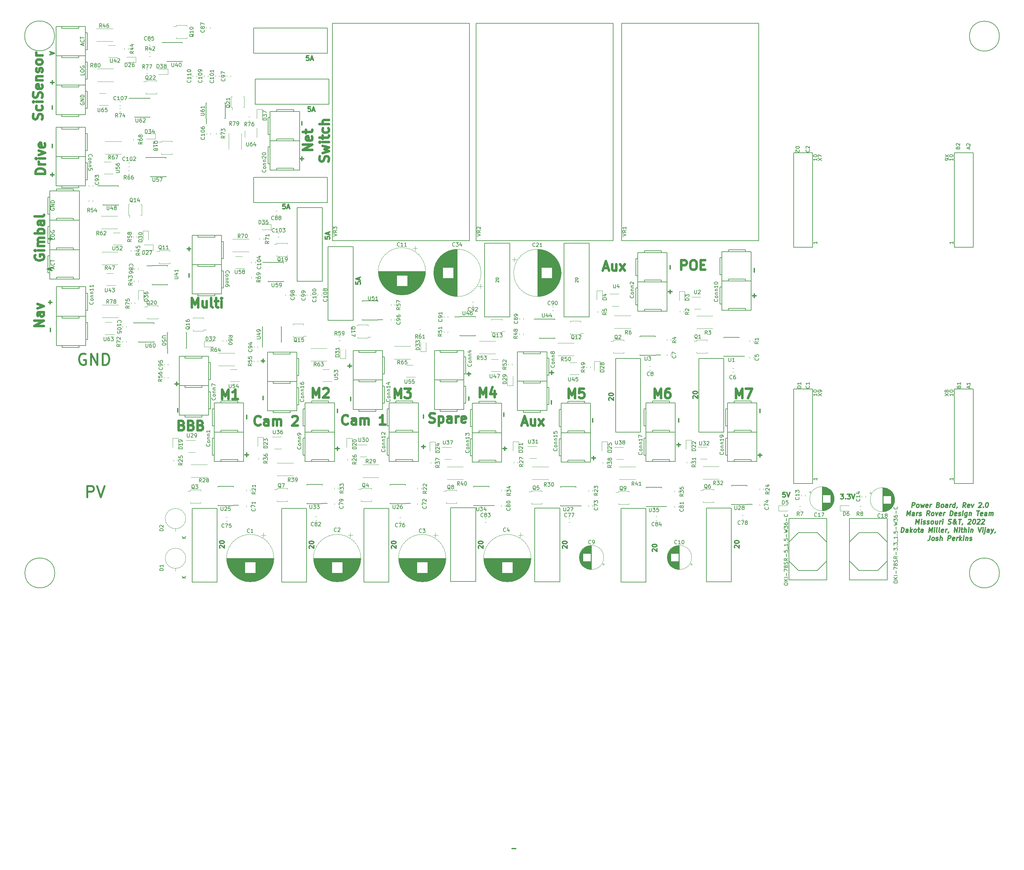
<source format=gbr>
G04 #@! TF.GenerationSoftware,KiCad,Pcbnew,(5.1.10)-1*
G04 #@! TF.CreationDate,2021-12-26T21:02:33-06:00*
G04 #@! TF.ProjectId,PowerBoard_2022_Rev1,506f7765-7242-46f6-9172-645f32303232,rev?*
G04 #@! TF.SameCoordinates,Original*
G04 #@! TF.FileFunction,Legend,Top*
G04 #@! TF.FilePolarity,Positive*
%FSLAX46Y46*%
G04 Gerber Fmt 4.6, Leading zero omitted, Abs format (unit mm)*
G04 Created by KiCad (PCBNEW (5.1.10)-1) date 2021-12-26 21:02:33*
%MOMM*%
%LPD*%
G01*
G04 APERTURE LIST*
%ADD10C,0.508000*%
%ADD11C,0.317500*%
%ADD12C,0.635000*%
%ADD13C,0.150000*%
%ADD14C,0.120000*%
G04 APERTURE END LIST*
D10*
X371275428Y-153524857D02*
X371275428Y-150476857D01*
X372436571Y-150476857D01*
X372726857Y-150622000D01*
X372872000Y-150767142D01*
X373017142Y-151057428D01*
X373017142Y-151492857D01*
X372872000Y-151783142D01*
X372726857Y-151928285D01*
X372436571Y-152073428D01*
X371275428Y-152073428D01*
X373888000Y-150476857D02*
X374904000Y-153524857D01*
X375920000Y-150476857D01*
X370803714Y-115062000D02*
X370513428Y-114916857D01*
X370078000Y-114916857D01*
X369642571Y-115062000D01*
X369352285Y-115352285D01*
X369207142Y-115642571D01*
X369062000Y-116223142D01*
X369062000Y-116658571D01*
X369207142Y-117239142D01*
X369352285Y-117529428D01*
X369642571Y-117819714D01*
X370078000Y-117964857D01*
X370368285Y-117964857D01*
X370803714Y-117819714D01*
X370948857Y-117674571D01*
X370948857Y-116658571D01*
X370368285Y-116658571D01*
X372255142Y-117964857D02*
X372255142Y-114916857D01*
X373996857Y-117964857D01*
X373996857Y-114916857D01*
X375448285Y-117964857D02*
X375448285Y-114916857D01*
X376174000Y-114916857D01*
X376609428Y-115062000D01*
X376899714Y-115352285D01*
X377044857Y-115642571D01*
X377190000Y-116223142D01*
X377190000Y-116658571D01*
X377044857Y-117239142D01*
X376899714Y-117529428D01*
X376609428Y-117819714D01*
X376174000Y-117964857D01*
X375448285Y-117964857D01*
D11*
X473800714Y-127483809D02*
X473800714Y-126516190D01*
X592858962Y-156276523D02*
X593017712Y-155006523D01*
X593501521Y-155006523D01*
X593614914Y-155067000D01*
X593667831Y-155127476D01*
X593713188Y-155248428D01*
X593690509Y-155429857D01*
X593614914Y-155550809D01*
X593546878Y-155611285D01*
X593418366Y-155671761D01*
X592934557Y-155671761D01*
X594310390Y-156276523D02*
X594196997Y-156216047D01*
X594144081Y-156155571D01*
X594098723Y-156034619D01*
X594144081Y-155671761D01*
X594219676Y-155550809D01*
X594287712Y-155490333D01*
X594416223Y-155429857D01*
X594597652Y-155429857D01*
X594711045Y-155490333D01*
X594763962Y-155550809D01*
X594809319Y-155671761D01*
X594763962Y-156034619D01*
X594688366Y-156155571D01*
X594620331Y-156216047D01*
X594491819Y-156276523D01*
X594310390Y-156276523D01*
X595262890Y-155429857D02*
X595398962Y-156276523D01*
X595716462Y-155671761D01*
X595882771Y-156276523D01*
X596230509Y-155429857D01*
X597099854Y-156216047D02*
X596971343Y-156276523D01*
X596729438Y-156276523D01*
X596616045Y-156216047D01*
X596570688Y-156095095D01*
X596631164Y-155611285D01*
X596706759Y-155490333D01*
X596835271Y-155429857D01*
X597077176Y-155429857D01*
X597190569Y-155490333D01*
X597235926Y-155611285D01*
X597220807Y-155732238D01*
X596600926Y-155853190D01*
X597697057Y-156276523D02*
X597802890Y-155429857D01*
X597772652Y-155671761D02*
X597848247Y-155550809D01*
X597916283Y-155490333D01*
X598044795Y-155429857D01*
X598165747Y-155429857D01*
X599957354Y-155611285D02*
X600131223Y-155671761D01*
X600184140Y-155732238D01*
X600229497Y-155853190D01*
X600206819Y-156034619D01*
X600131223Y-156155571D01*
X600063188Y-156216047D01*
X599934676Y-156276523D01*
X599450866Y-156276523D01*
X599609616Y-155006523D01*
X600032950Y-155006523D01*
X600146343Y-155067000D01*
X600199259Y-155127476D01*
X600244616Y-155248428D01*
X600229497Y-155369380D01*
X600153902Y-155490333D01*
X600085866Y-155550809D01*
X599957354Y-155611285D01*
X599534021Y-155611285D01*
X600902295Y-156276523D02*
X600788902Y-156216047D01*
X600735985Y-156155571D01*
X600690628Y-156034619D01*
X600735985Y-155671761D01*
X600811581Y-155550809D01*
X600879616Y-155490333D01*
X601008128Y-155429857D01*
X601189557Y-155429857D01*
X601302950Y-155490333D01*
X601355866Y-155550809D01*
X601401223Y-155671761D01*
X601355866Y-156034619D01*
X601280271Y-156155571D01*
X601212235Y-156216047D01*
X601083723Y-156276523D01*
X600902295Y-156276523D01*
X602414200Y-156276523D02*
X602497354Y-155611285D01*
X602451997Y-155490333D01*
X602338604Y-155429857D01*
X602096700Y-155429857D01*
X601968188Y-155490333D01*
X602421759Y-156216047D02*
X602293247Y-156276523D01*
X601990866Y-156276523D01*
X601877473Y-156216047D01*
X601832116Y-156095095D01*
X601847235Y-155974142D01*
X601922831Y-155853190D01*
X602051343Y-155792714D01*
X602353723Y-155792714D01*
X602482235Y-155732238D01*
X603018962Y-156276523D02*
X603124795Y-155429857D01*
X603094557Y-155671761D02*
X603170152Y-155550809D01*
X603238188Y-155490333D01*
X603366700Y-155429857D01*
X603487652Y-155429857D01*
X604349438Y-156276523D02*
X604508188Y-155006523D01*
X604356997Y-156216047D02*
X604228485Y-156276523D01*
X603986581Y-156276523D01*
X603873188Y-156216047D01*
X603820271Y-156155571D01*
X603774914Y-156034619D01*
X603820271Y-155671761D01*
X603895866Y-155550809D01*
X603963902Y-155490333D01*
X604092414Y-155429857D01*
X604334319Y-155429857D01*
X604447712Y-155490333D01*
X605022235Y-156216047D02*
X605014676Y-156276523D01*
X604939081Y-156397476D01*
X604871045Y-156457952D01*
X607252295Y-156276523D02*
X606904557Y-155671761D01*
X606526581Y-156276523D02*
X606685331Y-155006523D01*
X607169140Y-155006523D01*
X607282533Y-155067000D01*
X607335450Y-155127476D01*
X607380807Y-155248428D01*
X607358128Y-155429857D01*
X607282533Y-155550809D01*
X607214497Y-155611285D01*
X607085985Y-155671761D01*
X606602176Y-155671761D01*
X608287950Y-156216047D02*
X608159438Y-156276523D01*
X607917533Y-156276523D01*
X607804140Y-156216047D01*
X607758783Y-156095095D01*
X607819259Y-155611285D01*
X607894854Y-155490333D01*
X608023366Y-155429857D01*
X608265271Y-155429857D01*
X608378664Y-155490333D01*
X608424021Y-155611285D01*
X608408902Y-155732238D01*
X607789021Y-155853190D01*
X608870033Y-155429857D02*
X609066581Y-156276523D01*
X609474795Y-155429857D01*
X610903545Y-155127476D02*
X610971581Y-155067000D01*
X611100093Y-155006523D01*
X611402473Y-155006523D01*
X611515866Y-155067000D01*
X611568783Y-155127476D01*
X611614140Y-155248428D01*
X611599021Y-155369380D01*
X611515866Y-155550809D01*
X610699438Y-156276523D01*
X611485628Y-156276523D01*
X612045033Y-156155571D02*
X612097950Y-156216047D01*
X612029914Y-156276523D01*
X611976997Y-156216047D01*
X612045033Y-156155571D01*
X612029914Y-156276523D01*
X613035331Y-155006523D02*
X613156283Y-155006523D01*
X613269676Y-155067000D01*
X613322593Y-155127476D01*
X613367950Y-155248428D01*
X613398188Y-155490333D01*
X613360390Y-155792714D01*
X613269676Y-156034619D01*
X613194081Y-156155571D01*
X613126045Y-156216047D01*
X612997533Y-156276523D01*
X612876581Y-156276523D01*
X612763188Y-156216047D01*
X612710271Y-156155571D01*
X612664914Y-156034619D01*
X612634676Y-155792714D01*
X612672473Y-155490333D01*
X612763188Y-155248428D01*
X612838783Y-155127476D01*
X612906819Y-155067000D01*
X613035331Y-155006523D01*
X591468009Y-158499023D02*
X591626759Y-157229023D01*
X591936700Y-158136166D01*
X592473426Y-157229023D01*
X592314676Y-158499023D01*
X593463723Y-158499023D02*
X593546878Y-157833785D01*
X593501521Y-157712833D01*
X593388128Y-157652357D01*
X593146223Y-157652357D01*
X593017712Y-157712833D01*
X593471283Y-158438547D02*
X593342771Y-158499023D01*
X593040390Y-158499023D01*
X592926997Y-158438547D01*
X592881640Y-158317595D01*
X592896759Y-158196642D01*
X592972354Y-158075690D01*
X593100866Y-158015214D01*
X593403247Y-158015214D01*
X593531759Y-157954738D01*
X594068485Y-158499023D02*
X594174319Y-157652357D01*
X594144081Y-157894261D02*
X594219676Y-157773309D01*
X594287712Y-157712833D01*
X594416223Y-157652357D01*
X594537176Y-157652357D01*
X594801759Y-158438547D02*
X594915152Y-158499023D01*
X595157057Y-158499023D01*
X595285569Y-158438547D01*
X595361164Y-158317595D01*
X595368723Y-158257119D01*
X595323366Y-158136166D01*
X595209973Y-158075690D01*
X595028545Y-158075690D01*
X594915152Y-158015214D01*
X594869795Y-157894261D01*
X594877354Y-157833785D01*
X594952950Y-157712833D01*
X595081462Y-157652357D01*
X595262890Y-157652357D01*
X595376283Y-157712833D01*
X597576104Y-158499023D02*
X597228366Y-157894261D01*
X596850390Y-158499023D02*
X597009140Y-157229023D01*
X597492950Y-157229023D01*
X597606343Y-157289500D01*
X597659259Y-157349976D01*
X597704616Y-157470928D01*
X597681938Y-157652357D01*
X597606343Y-157773309D01*
X597538307Y-157833785D01*
X597409795Y-157894261D01*
X596925985Y-157894261D01*
X598301819Y-158499023D02*
X598188426Y-158438547D01*
X598135509Y-158378071D01*
X598090152Y-158257119D01*
X598135509Y-157894261D01*
X598211104Y-157773309D01*
X598279140Y-157712833D01*
X598407652Y-157652357D01*
X598589081Y-157652357D01*
X598702473Y-157712833D01*
X598755390Y-157773309D01*
X598800747Y-157894261D01*
X598755390Y-158257119D01*
X598679795Y-158378071D01*
X598611759Y-158438547D01*
X598483247Y-158499023D01*
X598301819Y-158499023D01*
X599254319Y-157652357D02*
X599450866Y-158499023D01*
X599859081Y-157652357D01*
X600728426Y-158438547D02*
X600599914Y-158499023D01*
X600358009Y-158499023D01*
X600244616Y-158438547D01*
X600199259Y-158317595D01*
X600259735Y-157833785D01*
X600335331Y-157712833D01*
X600463843Y-157652357D01*
X600705747Y-157652357D01*
X600819140Y-157712833D01*
X600864497Y-157833785D01*
X600849378Y-157954738D01*
X600229497Y-158075690D01*
X601325628Y-158499023D02*
X601431462Y-157652357D01*
X601401223Y-157894261D02*
X601476819Y-157773309D01*
X601544854Y-157712833D01*
X601673366Y-157652357D01*
X601794319Y-157652357D01*
X603079438Y-158499023D02*
X603238188Y-157229023D01*
X603540569Y-157229023D01*
X603714438Y-157289500D01*
X603820271Y-157410452D01*
X603865628Y-157531404D01*
X603895866Y-157773309D01*
X603873188Y-157954738D01*
X603782473Y-158196642D01*
X603706878Y-158317595D01*
X603570807Y-158438547D01*
X603381819Y-158499023D01*
X603079438Y-158499023D01*
X604840807Y-158438547D02*
X604712295Y-158499023D01*
X604470390Y-158499023D01*
X604356997Y-158438547D01*
X604311640Y-158317595D01*
X604372116Y-157833785D01*
X604447712Y-157712833D01*
X604576223Y-157652357D01*
X604818128Y-157652357D01*
X604931521Y-157712833D01*
X604976878Y-157833785D01*
X604961759Y-157954738D01*
X604341878Y-158075690D01*
X605385093Y-158438547D02*
X605498485Y-158499023D01*
X605740390Y-158499023D01*
X605868902Y-158438547D01*
X605944497Y-158317595D01*
X605952057Y-158257119D01*
X605906700Y-158136166D01*
X605793307Y-158075690D01*
X605611878Y-158075690D01*
X605498485Y-158015214D01*
X605453128Y-157894261D01*
X605460688Y-157833785D01*
X605536283Y-157712833D01*
X605664795Y-157652357D01*
X605846223Y-157652357D01*
X605959616Y-157712833D01*
X606466104Y-158499023D02*
X606571938Y-157652357D01*
X606624854Y-157229023D02*
X606556819Y-157289500D01*
X606609735Y-157349976D01*
X606677771Y-157289500D01*
X606624854Y-157229023D01*
X606609735Y-157349976D01*
X607720985Y-157652357D02*
X607592473Y-158680452D01*
X607516878Y-158801404D01*
X607448843Y-158861880D01*
X607320331Y-158922357D01*
X607138902Y-158922357D01*
X607025509Y-158861880D01*
X607622712Y-158438547D02*
X607494200Y-158499023D01*
X607252295Y-158499023D01*
X607138902Y-158438547D01*
X607085985Y-158378071D01*
X607040628Y-158257119D01*
X607085985Y-157894261D01*
X607161581Y-157773309D01*
X607229616Y-157712833D01*
X607358128Y-157652357D01*
X607600033Y-157652357D01*
X607713426Y-157712833D01*
X608325747Y-157652357D02*
X608219914Y-158499023D01*
X608310628Y-157773309D02*
X608378664Y-157712833D01*
X608507176Y-157652357D01*
X608688604Y-157652357D01*
X608801997Y-157712833D01*
X608847354Y-157833785D01*
X608764200Y-158499023D01*
X610313902Y-157229023D02*
X611039616Y-157229023D01*
X610518009Y-158499023D02*
X610676759Y-157229023D01*
X611795569Y-158438547D02*
X611667057Y-158499023D01*
X611425152Y-158499023D01*
X611311759Y-158438547D01*
X611266402Y-158317595D01*
X611326878Y-157833785D01*
X611402473Y-157712833D01*
X611530985Y-157652357D01*
X611772890Y-157652357D01*
X611886283Y-157712833D01*
X611931640Y-157833785D01*
X611916521Y-157954738D01*
X611296640Y-158075690D01*
X612937057Y-158499023D02*
X613020212Y-157833785D01*
X612974854Y-157712833D01*
X612861462Y-157652357D01*
X612619557Y-157652357D01*
X612491045Y-157712833D01*
X612944616Y-158438547D02*
X612816104Y-158499023D01*
X612513723Y-158499023D01*
X612400331Y-158438547D01*
X612354973Y-158317595D01*
X612370093Y-158196642D01*
X612445688Y-158075690D01*
X612574200Y-158015214D01*
X612876581Y-158015214D01*
X613005093Y-157954738D01*
X613541819Y-158499023D02*
X613647652Y-157652357D01*
X613632533Y-157773309D02*
X613700569Y-157712833D01*
X613829081Y-157652357D01*
X614010509Y-157652357D01*
X614123902Y-157712833D01*
X614169259Y-157833785D01*
X614086104Y-158499023D01*
X614169259Y-157833785D02*
X614244854Y-157712833D01*
X614373366Y-157652357D01*
X614554795Y-157652357D01*
X614668188Y-157712833D01*
X614713545Y-157833785D01*
X614630390Y-158499023D01*
X593887057Y-160721523D02*
X594045807Y-159451523D01*
X594355747Y-160358666D01*
X594892473Y-159451523D01*
X594733723Y-160721523D01*
X595338485Y-160721523D02*
X595444319Y-159874857D01*
X595497235Y-159451523D02*
X595429200Y-159512000D01*
X595482116Y-159572476D01*
X595550152Y-159512000D01*
X595497235Y-159451523D01*
X595482116Y-159572476D01*
X595890331Y-160661047D02*
X596003723Y-160721523D01*
X596245628Y-160721523D01*
X596374140Y-160661047D01*
X596449735Y-160540095D01*
X596457295Y-160479619D01*
X596411938Y-160358666D01*
X596298545Y-160298190D01*
X596117116Y-160298190D01*
X596003723Y-160237714D01*
X595958366Y-160116761D01*
X595965926Y-160056285D01*
X596041521Y-159935333D01*
X596170033Y-159874857D01*
X596351462Y-159874857D01*
X596464854Y-159935333D01*
X596918426Y-160661047D02*
X597031819Y-160721523D01*
X597273723Y-160721523D01*
X597402235Y-160661047D01*
X597477831Y-160540095D01*
X597485390Y-160479619D01*
X597440033Y-160358666D01*
X597326640Y-160298190D01*
X597145212Y-160298190D01*
X597031819Y-160237714D01*
X596986462Y-160116761D01*
X596994021Y-160056285D01*
X597069616Y-159935333D01*
X597198128Y-159874857D01*
X597379557Y-159874857D01*
X597492950Y-159935333D01*
X598180866Y-160721523D02*
X598067473Y-160661047D01*
X598014557Y-160600571D01*
X597969200Y-160479619D01*
X598014557Y-160116761D01*
X598090152Y-159995809D01*
X598158188Y-159935333D01*
X598286700Y-159874857D01*
X598468128Y-159874857D01*
X598581521Y-159935333D01*
X598634438Y-159995809D01*
X598679795Y-160116761D01*
X598634438Y-160479619D01*
X598558843Y-160600571D01*
X598490807Y-160661047D01*
X598362295Y-160721523D01*
X598180866Y-160721523D01*
X599798604Y-159874857D02*
X599692771Y-160721523D01*
X599254319Y-159874857D02*
X599171164Y-160540095D01*
X599216521Y-160661047D01*
X599329914Y-160721523D01*
X599511343Y-160721523D01*
X599639854Y-160661047D01*
X599707890Y-160600571D01*
X600297533Y-160721523D02*
X600403366Y-159874857D01*
X600373128Y-160116761D02*
X600448723Y-159995809D01*
X600516759Y-159935333D01*
X600645271Y-159874857D01*
X600766223Y-159874857D01*
X601083723Y-160721523D02*
X601189557Y-159874857D01*
X601242473Y-159451523D02*
X601174438Y-159512000D01*
X601227354Y-159572476D01*
X601295390Y-159512000D01*
X601242473Y-159451523D01*
X601227354Y-159572476D01*
X602603188Y-160661047D02*
X602777057Y-160721523D01*
X603079438Y-160721523D01*
X603207950Y-160661047D01*
X603275985Y-160600571D01*
X603351581Y-160479619D01*
X603366700Y-160358666D01*
X603321343Y-160237714D01*
X603268426Y-160177238D01*
X603155033Y-160116761D01*
X602920688Y-160056285D01*
X602807295Y-159995809D01*
X602754378Y-159935333D01*
X602709021Y-159814380D01*
X602724140Y-159693428D01*
X602799735Y-159572476D01*
X602867771Y-159512000D01*
X602996283Y-159451523D01*
X603298664Y-159451523D01*
X603472533Y-159512000D01*
X604893723Y-160721523D02*
X604833247Y-160721523D01*
X604719854Y-160661047D01*
X604561104Y-160479619D01*
X604304081Y-160116761D01*
X604205807Y-159935333D01*
X604168009Y-159753904D01*
X604183128Y-159632952D01*
X604258723Y-159512000D01*
X604387235Y-159451523D01*
X604447712Y-159451523D01*
X604561104Y-159512000D01*
X604606462Y-159632952D01*
X604598902Y-159693428D01*
X604523307Y-159814380D01*
X604455271Y-159874857D01*
X604062176Y-160116761D01*
X603994140Y-160177238D01*
X603918545Y-160298190D01*
X603895866Y-160479619D01*
X603941223Y-160600571D01*
X603994140Y-160661047D01*
X604107533Y-160721523D01*
X604288962Y-160721523D01*
X604417473Y-160661047D01*
X604485509Y-160600571D01*
X604697176Y-160358666D01*
X604780331Y-160177238D01*
X604795450Y-160056285D01*
X605415331Y-159451523D02*
X606141045Y-159451523D01*
X605619438Y-160721523D02*
X605778188Y-159451523D01*
X606473664Y-160661047D02*
X606466104Y-160721523D01*
X606390509Y-160842476D01*
X606322473Y-160902952D01*
X608061164Y-159572476D02*
X608129200Y-159512000D01*
X608257712Y-159451523D01*
X608560093Y-159451523D01*
X608673485Y-159512000D01*
X608726402Y-159572476D01*
X608771759Y-159693428D01*
X608756640Y-159814380D01*
X608673485Y-159995809D01*
X607857057Y-160721523D01*
X608643247Y-160721523D01*
X609588188Y-159451523D02*
X609709140Y-159451523D01*
X609822533Y-159512000D01*
X609875450Y-159572476D01*
X609920807Y-159693428D01*
X609951045Y-159935333D01*
X609913247Y-160237714D01*
X609822533Y-160479619D01*
X609746938Y-160600571D01*
X609678902Y-160661047D01*
X609550390Y-160721523D01*
X609429438Y-160721523D01*
X609316045Y-160661047D01*
X609263128Y-160600571D01*
X609217771Y-160479619D01*
X609187533Y-160237714D01*
X609225331Y-159935333D01*
X609316045Y-159693428D01*
X609391640Y-159572476D01*
X609459676Y-159512000D01*
X609588188Y-159451523D01*
X610480212Y-159572476D02*
X610548247Y-159512000D01*
X610676759Y-159451523D01*
X610979140Y-159451523D01*
X611092533Y-159512000D01*
X611145450Y-159572476D01*
X611190807Y-159693428D01*
X611175688Y-159814380D01*
X611092533Y-159995809D01*
X610276104Y-160721523D01*
X611062295Y-160721523D01*
X611689735Y-159572476D02*
X611757771Y-159512000D01*
X611886283Y-159451523D01*
X612188664Y-159451523D01*
X612302057Y-159512000D01*
X612354973Y-159572476D01*
X612400331Y-159693428D01*
X612385212Y-159814380D01*
X612302057Y-159995809D01*
X611485628Y-160721523D01*
X612271819Y-160721523D01*
X589956104Y-162944023D02*
X590114854Y-161674023D01*
X590417235Y-161674023D01*
X590591104Y-161734500D01*
X590696938Y-161855452D01*
X590742295Y-161976404D01*
X590772533Y-162218309D01*
X590749854Y-162399738D01*
X590659140Y-162641642D01*
X590583545Y-162762595D01*
X590447473Y-162883547D01*
X590258485Y-162944023D01*
X589956104Y-162944023D01*
X591770390Y-162944023D02*
X591853545Y-162278785D01*
X591808188Y-162157833D01*
X591694795Y-162097357D01*
X591452890Y-162097357D01*
X591324378Y-162157833D01*
X591777950Y-162883547D02*
X591649438Y-162944023D01*
X591347057Y-162944023D01*
X591233664Y-162883547D01*
X591188307Y-162762595D01*
X591203426Y-162641642D01*
X591279021Y-162520690D01*
X591407533Y-162460214D01*
X591709914Y-162460214D01*
X591838426Y-162399738D01*
X592375152Y-162944023D02*
X592533902Y-161674023D01*
X592556581Y-162460214D02*
X592858962Y-162944023D01*
X592964795Y-162097357D02*
X592420509Y-162581166D01*
X593584676Y-162944023D02*
X593471283Y-162883547D01*
X593418366Y-162823071D01*
X593373009Y-162702119D01*
X593418366Y-162339261D01*
X593493962Y-162218309D01*
X593561997Y-162157833D01*
X593690509Y-162097357D01*
X593871938Y-162097357D01*
X593985331Y-162157833D01*
X594038247Y-162218309D01*
X594083604Y-162339261D01*
X594038247Y-162702119D01*
X593962652Y-162823071D01*
X593894616Y-162883547D01*
X593766104Y-162944023D01*
X593584676Y-162944023D01*
X594476700Y-162097357D02*
X594960509Y-162097357D01*
X594711045Y-161674023D02*
X594574973Y-162762595D01*
X594620331Y-162883547D01*
X594733723Y-162944023D01*
X594854676Y-162944023D01*
X595822295Y-162944023D02*
X595905450Y-162278785D01*
X595860093Y-162157833D01*
X595746700Y-162097357D01*
X595504795Y-162097357D01*
X595376283Y-162157833D01*
X595829854Y-162883547D02*
X595701343Y-162944023D01*
X595398962Y-162944023D01*
X595285569Y-162883547D01*
X595240212Y-162762595D01*
X595255331Y-162641642D01*
X595330926Y-162520690D01*
X595459438Y-162460214D01*
X595761819Y-162460214D01*
X595890331Y-162399738D01*
X597394676Y-162944023D02*
X597553426Y-161674023D01*
X597863366Y-162581166D01*
X598400093Y-161674023D01*
X598241343Y-162944023D01*
X598846104Y-162944023D02*
X598951938Y-162097357D01*
X599004854Y-161674023D02*
X598936819Y-161734500D01*
X598989735Y-161794976D01*
X599057771Y-161734500D01*
X599004854Y-161674023D01*
X598989735Y-161794976D01*
X599632295Y-162944023D02*
X599518902Y-162883547D01*
X599473545Y-162762595D01*
X599609616Y-161674023D01*
X600297533Y-162944023D02*
X600184140Y-162883547D01*
X600138783Y-162762595D01*
X600274854Y-161674023D01*
X601272712Y-162883547D02*
X601144200Y-162944023D01*
X600902295Y-162944023D01*
X600788902Y-162883547D01*
X600743545Y-162762595D01*
X600804021Y-162278785D01*
X600879616Y-162157833D01*
X601008128Y-162097357D01*
X601250033Y-162097357D01*
X601363426Y-162157833D01*
X601408783Y-162278785D01*
X601393664Y-162399738D01*
X600773783Y-162520690D01*
X601869914Y-162944023D02*
X601975747Y-162097357D01*
X601945509Y-162339261D02*
X602021104Y-162218309D01*
X602089140Y-162157833D01*
X602217652Y-162097357D01*
X602338604Y-162097357D01*
X602724140Y-162883547D02*
X602716581Y-162944023D01*
X602640985Y-163064976D01*
X602572950Y-163125452D01*
X604228485Y-162944023D02*
X604387235Y-161674023D01*
X604954200Y-162944023D01*
X605112950Y-161674023D01*
X605558962Y-162944023D02*
X605664795Y-162097357D01*
X605717712Y-161674023D02*
X605649676Y-161734500D01*
X605702593Y-161794976D01*
X605770628Y-161734500D01*
X605717712Y-161674023D01*
X605702593Y-161794976D01*
X606088128Y-162097357D02*
X606571938Y-162097357D01*
X606322473Y-161674023D02*
X606186402Y-162762595D01*
X606231759Y-162883547D01*
X606345152Y-162944023D01*
X606466104Y-162944023D01*
X606889438Y-162944023D02*
X607048188Y-161674023D01*
X607433723Y-162944023D02*
X607516878Y-162278785D01*
X607471521Y-162157833D01*
X607358128Y-162097357D01*
X607176700Y-162097357D01*
X607048188Y-162157833D01*
X606980152Y-162218309D01*
X608038485Y-162944023D02*
X608144319Y-162097357D01*
X608197235Y-161674023D02*
X608129200Y-161734500D01*
X608182116Y-161794976D01*
X608250152Y-161734500D01*
X608197235Y-161674023D01*
X608182116Y-161794976D01*
X608749081Y-162097357D02*
X608643247Y-162944023D01*
X608733962Y-162218309D02*
X608801997Y-162157833D01*
X608930509Y-162097357D01*
X609111938Y-162097357D01*
X609225331Y-162157833D01*
X609270688Y-162278785D01*
X609187533Y-162944023D01*
X610737235Y-161674023D02*
X611001819Y-162944023D01*
X611583902Y-161674023D01*
X611848485Y-162944023D02*
X611954319Y-162097357D01*
X612007235Y-161674023D02*
X611939200Y-161734500D01*
X611992116Y-161794976D01*
X612060152Y-161734500D01*
X612007235Y-161674023D01*
X611992116Y-161794976D01*
X612559081Y-162097357D02*
X612423009Y-163185928D01*
X612347414Y-163306880D01*
X612218902Y-163367357D01*
X612158426Y-163367357D01*
X612611997Y-161674023D02*
X612543962Y-161734500D01*
X612596878Y-161794976D01*
X612664914Y-161734500D01*
X612611997Y-161674023D01*
X612596878Y-161794976D01*
X613602295Y-162944023D02*
X613685450Y-162278785D01*
X613640093Y-162157833D01*
X613526700Y-162097357D01*
X613284795Y-162097357D01*
X613156283Y-162157833D01*
X613609854Y-162883547D02*
X613481343Y-162944023D01*
X613178962Y-162944023D01*
X613065569Y-162883547D01*
X613020212Y-162762595D01*
X613035331Y-162641642D01*
X613110926Y-162520690D01*
X613239438Y-162460214D01*
X613541819Y-162460214D01*
X613670331Y-162399738D01*
X614191938Y-162097357D02*
X614388485Y-162944023D01*
X614796700Y-162097357D02*
X614388485Y-162944023D01*
X614229735Y-163246404D01*
X614161700Y-163306880D01*
X614033188Y-163367357D01*
X615242712Y-162883547D02*
X615235152Y-162944023D01*
X615159557Y-163064976D01*
X615091521Y-163125452D01*
X597765093Y-163896523D02*
X597651700Y-164803666D01*
X597568545Y-164985095D01*
X597432473Y-165106047D01*
X597243485Y-165166523D01*
X597122533Y-165166523D01*
X598392533Y-165166523D02*
X598279140Y-165106047D01*
X598226223Y-165045571D01*
X598180866Y-164924619D01*
X598226223Y-164561761D01*
X598301819Y-164440809D01*
X598369854Y-164380333D01*
X598498366Y-164319857D01*
X598679795Y-164319857D01*
X598793188Y-164380333D01*
X598846104Y-164440809D01*
X598891462Y-164561761D01*
X598846104Y-164924619D01*
X598770509Y-165045571D01*
X598702473Y-165106047D01*
X598573962Y-165166523D01*
X598392533Y-165166523D01*
X599307235Y-165106047D02*
X599420628Y-165166523D01*
X599662533Y-165166523D01*
X599791045Y-165106047D01*
X599866640Y-164985095D01*
X599874200Y-164924619D01*
X599828843Y-164803666D01*
X599715450Y-164743190D01*
X599534021Y-164743190D01*
X599420628Y-164682714D01*
X599375271Y-164561761D01*
X599382831Y-164501285D01*
X599458426Y-164380333D01*
X599586938Y-164319857D01*
X599768366Y-164319857D01*
X599881759Y-164380333D01*
X600388247Y-165166523D02*
X600546997Y-163896523D01*
X600932533Y-165166523D02*
X601015688Y-164501285D01*
X600970331Y-164380333D01*
X600856938Y-164319857D01*
X600675509Y-164319857D01*
X600546997Y-164380333D01*
X600478962Y-164440809D01*
X602504914Y-165166523D02*
X602663664Y-163896523D01*
X603147473Y-163896523D01*
X603260866Y-163957000D01*
X603313783Y-164017476D01*
X603359140Y-164138428D01*
X603336462Y-164319857D01*
X603260866Y-164440809D01*
X603192831Y-164501285D01*
X603064319Y-164561761D01*
X602580509Y-164561761D01*
X604266283Y-165106047D02*
X604137771Y-165166523D01*
X603895866Y-165166523D01*
X603782473Y-165106047D01*
X603737116Y-164985095D01*
X603797593Y-164501285D01*
X603873188Y-164380333D01*
X604001700Y-164319857D01*
X604243604Y-164319857D01*
X604356997Y-164380333D01*
X604402354Y-164501285D01*
X604387235Y-164622238D01*
X603767354Y-164743190D01*
X604863485Y-165166523D02*
X604969319Y-164319857D01*
X604939081Y-164561761D02*
X605014676Y-164440809D01*
X605082712Y-164380333D01*
X605211223Y-164319857D01*
X605332176Y-164319857D01*
X605649676Y-165166523D02*
X605808426Y-163896523D01*
X605831104Y-164682714D02*
X606133485Y-165166523D01*
X606239319Y-164319857D02*
X605695033Y-164803666D01*
X606677771Y-165166523D02*
X606783604Y-164319857D01*
X606836521Y-163896523D02*
X606768485Y-163957000D01*
X606821402Y-164017476D01*
X606889438Y-163957000D01*
X606836521Y-163896523D01*
X606821402Y-164017476D01*
X607388366Y-164319857D02*
X607282533Y-165166523D01*
X607373247Y-164440809D02*
X607441283Y-164380333D01*
X607569795Y-164319857D01*
X607751223Y-164319857D01*
X607864616Y-164380333D01*
X607909973Y-164501285D01*
X607826819Y-165166523D01*
X608378664Y-165106047D02*
X608492057Y-165166523D01*
X608733962Y-165166523D01*
X608862473Y-165106047D01*
X608938069Y-164985095D01*
X608945628Y-164924619D01*
X608900271Y-164803666D01*
X608786878Y-164743190D01*
X608605450Y-164743190D01*
X608492057Y-164682714D01*
X608446700Y-164561761D01*
X608454259Y-164501285D01*
X608529854Y-164380333D01*
X608658366Y-164319857D01*
X608839795Y-164319857D01*
X608953188Y-164380333D01*
X361547833Y-33860619D02*
X361547833Y-34465380D01*
X361184976Y-33739666D02*
X362454976Y-34163000D01*
X361184976Y-34586333D01*
X361406008Y-92483175D02*
X361406008Y-91878414D01*
X361768865Y-92604128D02*
X360498865Y-92180795D01*
X361768865Y-91757461D01*
X361859285Y-48284190D02*
X361859285Y-49251809D01*
X428915285Y-52538690D02*
X428915285Y-53506309D01*
X361285056Y-76154604D02*
X361285056Y-75186985D01*
X361839074Y-59610166D02*
X361839074Y-58642547D01*
X395568714Y-130658809D02*
X395568714Y-129691190D01*
X442050714Y-127610809D02*
X442050714Y-126643190D01*
X418501285Y-126389190D02*
X418501285Y-127356809D01*
X398579084Y-94379763D02*
X398579084Y-93412144D01*
X361338577Y-108101190D02*
X361338577Y-109068809D01*
X485418190Y-247994714D02*
X486385809Y-247994714D01*
X495971285Y-127532190D02*
X495971285Y-128499809D01*
X496545809Y-120051285D02*
X495578190Y-120051285D01*
X496062000Y-119567476D02*
X496062000Y-120535095D01*
X552032714Y-130785809D02*
X552032714Y-129818190D01*
X530188714Y-133325809D02*
X530188714Y-132358190D01*
X552032714Y-142723809D02*
X552032714Y-141756190D01*
X552516523Y-142240000D02*
X551548904Y-142240000D01*
X530188714Y-139929809D02*
X530188714Y-138962190D01*
X530672523Y-139446000D02*
X529704904Y-139446000D01*
X507328714Y-143485809D02*
X507328714Y-142518190D01*
X507812523Y-143002000D02*
X506844904Y-143002000D01*
X483452714Y-140945809D02*
X483452714Y-139978190D01*
X483936523Y-140462000D02*
X482968904Y-140462000D01*
X507074714Y-133325809D02*
X507074714Y-132358190D01*
X483198714Y-131801809D02*
X483198714Y-130834190D01*
X461608714Y-132309809D02*
X461608714Y-131342190D01*
X438494714Y-130785809D02*
X438494714Y-129818190D01*
X414110714Y-132462209D02*
X414110714Y-131494590D01*
X527902714Y-92177809D02*
X527902714Y-91210190D01*
X550508714Y-93003309D02*
X550508714Y-92035690D01*
X398579084Y-87267763D02*
X398579084Y-86300144D01*
X399062893Y-86783954D02*
X398095274Y-86783954D01*
X418948809Y-116876285D02*
X417981190Y-116876285D01*
X418465000Y-116392476D02*
X418465000Y-117360095D01*
X361795627Y-101128285D02*
X360828008Y-101128285D01*
X361311818Y-100644476D02*
X361311818Y-101612095D01*
X395314714Y-123546809D02*
X395314714Y-122579190D01*
X395798523Y-123063000D02*
X394830904Y-123063000D01*
X441796714Y-118720809D02*
X441796714Y-117753190D01*
X442280523Y-118237000D02*
X441312904Y-118237000D01*
X360828007Y-84016509D02*
X361795626Y-84016509D01*
X361311817Y-84500318D02*
X361311817Y-83532699D01*
X473800714Y-120879809D02*
X473800714Y-119912190D01*
X474284523Y-120396000D02*
X473316904Y-120396000D01*
X461608714Y-140437809D02*
X461608714Y-139470190D01*
X462092523Y-139954000D02*
X461124904Y-139954000D01*
X438494714Y-140945809D02*
X438494714Y-139978190D01*
X438978523Y-140462000D02*
X438010904Y-140462000D01*
X414110714Y-142622209D02*
X414110714Y-141654590D01*
X414594523Y-142138400D02*
X413626904Y-142138400D01*
X361382025Y-66837071D02*
X362349644Y-66837071D01*
X361865835Y-67320880D02*
X361865835Y-66353261D01*
X527902714Y-98781809D02*
X527902714Y-97814190D01*
X528386523Y-98298000D02*
X527418904Y-98298000D01*
X550508714Y-99861309D02*
X550508714Y-98893690D01*
X550992523Y-99377500D02*
X550024904Y-99377500D01*
X361859285Y-41553190D02*
X361859285Y-42520809D01*
X361375476Y-42037000D02*
X362343095Y-42037000D01*
X428915285Y-62063690D02*
X428915285Y-63031309D01*
X428431476Y-62547500D02*
X429399095Y-62547500D01*
X573689238Y-152720523D02*
X574475428Y-152720523D01*
X574052095Y-153204333D01*
X574233523Y-153204333D01*
X574354476Y-153264809D01*
X574414952Y-153325285D01*
X574475428Y-153446238D01*
X574475428Y-153748619D01*
X574414952Y-153869571D01*
X574354476Y-153930047D01*
X574233523Y-153990523D01*
X573870666Y-153990523D01*
X573749714Y-153930047D01*
X573689238Y-153869571D01*
X575019714Y-153869571D02*
X575080190Y-153930047D01*
X575019714Y-153990523D01*
X574959238Y-153930047D01*
X575019714Y-153869571D01*
X575019714Y-153990523D01*
X575503523Y-152720523D02*
X576289714Y-152720523D01*
X575866380Y-153204333D01*
X576047809Y-153204333D01*
X576168761Y-153264809D01*
X576229238Y-153325285D01*
X576289714Y-153446238D01*
X576289714Y-153748619D01*
X576229238Y-153869571D01*
X576168761Y-153930047D01*
X576047809Y-153990523D01*
X575684952Y-153990523D01*
X575564000Y-153930047D01*
X575503523Y-153869571D01*
X576652571Y-152720523D02*
X577075904Y-153990523D01*
X577499238Y-152720523D01*
D12*
X488200095Y-133519333D02*
X489409619Y-133519333D01*
X487958190Y-134245047D02*
X488804857Y-131705047D01*
X489651523Y-134245047D01*
X491586761Y-132551714D02*
X491586761Y-134245047D01*
X490498190Y-132551714D02*
X490498190Y-133882190D01*
X490619142Y-134124095D01*
X490861047Y-134245047D01*
X491223904Y-134245047D01*
X491465809Y-134124095D01*
X491586761Y-134003142D01*
X492554380Y-134245047D02*
X493884857Y-132551714D01*
X492554380Y-132551714D02*
X493884857Y-134245047D01*
X399360571Y-102495047D02*
X399360571Y-99955047D01*
X400207238Y-101769333D01*
X401053904Y-99955047D01*
X401053904Y-102495047D01*
X403352000Y-100801714D02*
X403352000Y-102495047D01*
X402263428Y-100801714D02*
X402263428Y-102132190D01*
X402384380Y-102374095D01*
X402626285Y-102495047D01*
X402989142Y-102495047D01*
X403231047Y-102374095D01*
X403352000Y-102253142D01*
X404924380Y-102495047D02*
X404682476Y-102374095D01*
X404561523Y-102132190D01*
X404561523Y-99955047D01*
X405529142Y-100801714D02*
X406496761Y-100801714D01*
X405892000Y-99955047D02*
X405892000Y-102132190D01*
X406012952Y-102374095D01*
X406254857Y-102495047D01*
X406496761Y-102495047D01*
X407343428Y-102495047D02*
X407343428Y-100801714D01*
X407343428Y-99955047D02*
X407222476Y-100076000D01*
X407343428Y-100196952D01*
X407464380Y-100076000D01*
X407343428Y-99955047D01*
X407343428Y-100196952D01*
X359543047Y-107490380D02*
X357003047Y-107490380D01*
X359543047Y-106038952D01*
X357003047Y-106038952D01*
X359543047Y-103740857D02*
X358212571Y-103740857D01*
X357970666Y-103861809D01*
X357849714Y-104103714D01*
X357849714Y-104587523D01*
X357970666Y-104829428D01*
X359422095Y-103740857D02*
X359543047Y-103982761D01*
X359543047Y-104587523D01*
X359422095Y-104829428D01*
X359180190Y-104950380D01*
X358938285Y-104950380D01*
X358696380Y-104829428D01*
X358575428Y-104587523D01*
X358575428Y-103982761D01*
X358454476Y-103740857D01*
X357849714Y-102773238D02*
X359543047Y-102168476D01*
X357849714Y-101563714D01*
X417787666Y-134003142D02*
X417666714Y-134124095D01*
X417303857Y-134245047D01*
X417061952Y-134245047D01*
X416699095Y-134124095D01*
X416457190Y-133882190D01*
X416336238Y-133640285D01*
X416215285Y-133156476D01*
X416215285Y-132793619D01*
X416336238Y-132309809D01*
X416457190Y-132067904D01*
X416699095Y-131826000D01*
X417061952Y-131705047D01*
X417303857Y-131705047D01*
X417666714Y-131826000D01*
X417787666Y-131946952D01*
X419964809Y-134245047D02*
X419964809Y-132914571D01*
X419843857Y-132672666D01*
X419601952Y-132551714D01*
X419118142Y-132551714D01*
X418876238Y-132672666D01*
X419964809Y-134124095D02*
X419722904Y-134245047D01*
X419118142Y-134245047D01*
X418876238Y-134124095D01*
X418755285Y-133882190D01*
X418755285Y-133640285D01*
X418876238Y-133398380D01*
X419118142Y-133277428D01*
X419722904Y-133277428D01*
X419964809Y-133156476D01*
X421174333Y-134245047D02*
X421174333Y-132551714D01*
X421174333Y-132793619D02*
X421295285Y-132672666D01*
X421537190Y-132551714D01*
X421900047Y-132551714D01*
X422141952Y-132672666D01*
X422262904Y-132914571D01*
X422262904Y-134245047D01*
X422262904Y-132914571D02*
X422383857Y-132672666D01*
X422625761Y-132551714D01*
X422988619Y-132551714D01*
X423230523Y-132672666D01*
X423351476Y-132914571D01*
X423351476Y-134245047D01*
X426375285Y-131946952D02*
X426496238Y-131826000D01*
X426738142Y-131705047D01*
X427342904Y-131705047D01*
X427584809Y-131826000D01*
X427705761Y-131946952D01*
X427826714Y-132188857D01*
X427826714Y-132430761D01*
X427705761Y-132793619D01*
X426254333Y-134245047D01*
X427826714Y-134245047D01*
X441320766Y-133749142D02*
X441199814Y-133870095D01*
X440836957Y-133991047D01*
X440595052Y-133991047D01*
X440232195Y-133870095D01*
X439990290Y-133628190D01*
X439869338Y-133386285D01*
X439748385Y-132902476D01*
X439748385Y-132539619D01*
X439869338Y-132055809D01*
X439990290Y-131813904D01*
X440232195Y-131572000D01*
X440595052Y-131451047D01*
X440836957Y-131451047D01*
X441199814Y-131572000D01*
X441320766Y-131692952D01*
X443497909Y-133991047D02*
X443497909Y-132660571D01*
X443376957Y-132418666D01*
X443135052Y-132297714D01*
X442651242Y-132297714D01*
X442409338Y-132418666D01*
X443497909Y-133870095D02*
X443256004Y-133991047D01*
X442651242Y-133991047D01*
X442409338Y-133870095D01*
X442288385Y-133628190D01*
X442288385Y-133386285D01*
X442409338Y-133144380D01*
X442651242Y-133023428D01*
X443256004Y-133023428D01*
X443497909Y-132902476D01*
X444707433Y-133991047D02*
X444707433Y-132297714D01*
X444707433Y-132539619D02*
X444828385Y-132418666D01*
X445070290Y-132297714D01*
X445433147Y-132297714D01*
X445675052Y-132418666D01*
X445796004Y-132660571D01*
X445796004Y-133991047D01*
X445796004Y-132660571D02*
X445916957Y-132418666D01*
X446158861Y-132297714D01*
X446521719Y-132297714D01*
X446763623Y-132418666D01*
X446884576Y-132660571D01*
X446884576Y-133991047D01*
X451359814Y-133991047D02*
X449908385Y-133991047D01*
X450634100Y-133991047D02*
X450634100Y-131451047D01*
X450392195Y-131813904D01*
X450150290Y-132055809D01*
X449908385Y-132176761D01*
X463223428Y-133362095D02*
X463586285Y-133483047D01*
X464191047Y-133483047D01*
X464432952Y-133362095D01*
X464553904Y-133241142D01*
X464674857Y-132999238D01*
X464674857Y-132757333D01*
X464553904Y-132515428D01*
X464432952Y-132394476D01*
X464191047Y-132273523D01*
X463707238Y-132152571D01*
X463465333Y-132031619D01*
X463344380Y-131910666D01*
X463223428Y-131668761D01*
X463223428Y-131426857D01*
X463344380Y-131184952D01*
X463465333Y-131064000D01*
X463707238Y-130943047D01*
X464312000Y-130943047D01*
X464674857Y-131064000D01*
X465763428Y-131789714D02*
X465763428Y-134329714D01*
X465763428Y-131910666D02*
X466005333Y-131789714D01*
X466489142Y-131789714D01*
X466731047Y-131910666D01*
X466852000Y-132031619D01*
X466972952Y-132273523D01*
X466972952Y-132999238D01*
X466852000Y-133241142D01*
X466731047Y-133362095D01*
X466489142Y-133483047D01*
X466005333Y-133483047D01*
X465763428Y-133362095D01*
X469150095Y-133483047D02*
X469150095Y-132152571D01*
X469029142Y-131910666D01*
X468787238Y-131789714D01*
X468303428Y-131789714D01*
X468061523Y-131910666D01*
X469150095Y-133362095D02*
X468908190Y-133483047D01*
X468303428Y-133483047D01*
X468061523Y-133362095D01*
X467940571Y-133120190D01*
X467940571Y-132878285D01*
X468061523Y-132636380D01*
X468303428Y-132515428D01*
X468908190Y-132515428D01*
X469150095Y-132394476D01*
X470359619Y-133483047D02*
X470359619Y-131789714D01*
X470359619Y-132273523D02*
X470480571Y-132031619D01*
X470601523Y-131910666D01*
X470843428Y-131789714D01*
X471085333Y-131789714D01*
X472899619Y-133362095D02*
X472657714Y-133483047D01*
X472173904Y-133483047D01*
X471932000Y-133362095D01*
X471811047Y-133120190D01*
X471811047Y-132152571D01*
X471932000Y-131910666D01*
X472173904Y-131789714D01*
X472657714Y-131789714D01*
X472899619Y-131910666D01*
X473020571Y-132152571D01*
X473020571Y-132394476D01*
X471811047Y-132636380D01*
X396675428Y-134184571D02*
X397038285Y-134305523D01*
X397159238Y-134426476D01*
X397280190Y-134668380D01*
X397280190Y-135031238D01*
X397159238Y-135273142D01*
X397038285Y-135394095D01*
X396796380Y-135515047D01*
X395828761Y-135515047D01*
X395828761Y-132975047D01*
X396675428Y-132975047D01*
X396917333Y-133096000D01*
X397038285Y-133216952D01*
X397159238Y-133458857D01*
X397159238Y-133700761D01*
X397038285Y-133942666D01*
X396917333Y-134063619D01*
X396675428Y-134184571D01*
X395828761Y-134184571D01*
X399215428Y-134184571D02*
X399578285Y-134305523D01*
X399699238Y-134426476D01*
X399820190Y-134668380D01*
X399820190Y-135031238D01*
X399699238Y-135273142D01*
X399578285Y-135394095D01*
X399336380Y-135515047D01*
X398368761Y-135515047D01*
X398368761Y-132975047D01*
X399215428Y-132975047D01*
X399457333Y-133096000D01*
X399578285Y-133216952D01*
X399699238Y-133458857D01*
X399699238Y-133700761D01*
X399578285Y-133942666D01*
X399457333Y-134063619D01*
X399215428Y-134184571D01*
X398368761Y-134184571D01*
X401755428Y-134184571D02*
X402118285Y-134305523D01*
X402239238Y-134426476D01*
X402360190Y-134668380D01*
X402360190Y-135031238D01*
X402239238Y-135273142D01*
X402118285Y-135394095D01*
X401876380Y-135515047D01*
X400908761Y-135515047D01*
X400908761Y-132975047D01*
X401755428Y-132975047D01*
X401997333Y-133096000D01*
X402118285Y-133216952D01*
X402239238Y-133458857D01*
X402239238Y-133700761D01*
X402118285Y-133942666D01*
X401997333Y-134063619D01*
X401755428Y-134184571D01*
X400908761Y-134184571D01*
X357251000Y-88416190D02*
X357130047Y-88658095D01*
X357130047Y-89020952D01*
X357251000Y-89383809D01*
X357492904Y-89625714D01*
X357734809Y-89746666D01*
X358218619Y-89867619D01*
X358581476Y-89867619D01*
X359065285Y-89746666D01*
X359307190Y-89625714D01*
X359549095Y-89383809D01*
X359670047Y-89020952D01*
X359670047Y-88779047D01*
X359549095Y-88416190D01*
X359428142Y-88295238D01*
X358581476Y-88295238D01*
X358581476Y-88779047D01*
X359670047Y-87206666D02*
X357976714Y-87206666D01*
X357130047Y-87206666D02*
X357251000Y-87327619D01*
X357371952Y-87206666D01*
X357251000Y-87085714D01*
X357130047Y-87206666D01*
X357371952Y-87206666D01*
X359670047Y-85997142D02*
X357976714Y-85997142D01*
X358218619Y-85997142D02*
X358097666Y-85876190D01*
X357976714Y-85634285D01*
X357976714Y-85271428D01*
X358097666Y-85029523D01*
X358339571Y-84908571D01*
X359670047Y-84908571D01*
X358339571Y-84908571D02*
X358097666Y-84787619D01*
X357976714Y-84545714D01*
X357976714Y-84182857D01*
X358097666Y-83940952D01*
X358339571Y-83820000D01*
X359670047Y-83820000D01*
X359670047Y-82610476D02*
X357130047Y-82610476D01*
X358097666Y-82610476D02*
X357976714Y-82368571D01*
X357976714Y-81884761D01*
X358097666Y-81642857D01*
X358218619Y-81521904D01*
X358460523Y-81400952D01*
X359186238Y-81400952D01*
X359428142Y-81521904D01*
X359549095Y-81642857D01*
X359670047Y-81884761D01*
X359670047Y-82368571D01*
X359549095Y-82610476D01*
X359670047Y-79223809D02*
X358339571Y-79223809D01*
X358097666Y-79344761D01*
X357976714Y-79586666D01*
X357976714Y-80070476D01*
X358097666Y-80312380D01*
X359549095Y-79223809D02*
X359670047Y-79465714D01*
X359670047Y-80070476D01*
X359549095Y-80312380D01*
X359307190Y-80433333D01*
X359065285Y-80433333D01*
X358823380Y-80312380D01*
X358702428Y-80070476D01*
X358702428Y-79465714D01*
X358581476Y-79223809D01*
X359670047Y-77651428D02*
X359549095Y-77893333D01*
X359307190Y-78014285D01*
X357130047Y-78014285D01*
X359924047Y-66596380D02*
X357384047Y-66596380D01*
X357384047Y-65991619D01*
X357505000Y-65628761D01*
X357746904Y-65386857D01*
X357988809Y-65265904D01*
X358472619Y-65144952D01*
X358835476Y-65144952D01*
X359319285Y-65265904D01*
X359561190Y-65386857D01*
X359803095Y-65628761D01*
X359924047Y-65991619D01*
X359924047Y-66596380D01*
X359924047Y-64056380D02*
X358230714Y-64056380D01*
X358714523Y-64056380D02*
X358472619Y-63935428D01*
X358351666Y-63814476D01*
X358230714Y-63572571D01*
X358230714Y-63330666D01*
X359924047Y-62484000D02*
X358230714Y-62484000D01*
X357384047Y-62484000D02*
X357505000Y-62604952D01*
X357625952Y-62484000D01*
X357505000Y-62363047D01*
X357384047Y-62484000D01*
X357625952Y-62484000D01*
X358230714Y-61516380D02*
X359924047Y-60911619D01*
X358230714Y-60306857D01*
X359803095Y-58371619D02*
X359924047Y-58613523D01*
X359924047Y-59097333D01*
X359803095Y-59339238D01*
X359561190Y-59460190D01*
X358593571Y-59460190D01*
X358351666Y-59339238D01*
X358230714Y-59097333D01*
X358230714Y-58613523D01*
X358351666Y-58371619D01*
X358593571Y-58250666D01*
X358835476Y-58250666D01*
X359077380Y-59460190D01*
X431742547Y-60198000D02*
X429202547Y-60198000D01*
X431742547Y-58746571D01*
X429202547Y-58746571D01*
X431621595Y-56569428D02*
X431742547Y-56811333D01*
X431742547Y-57295142D01*
X431621595Y-57537047D01*
X431379690Y-57658000D01*
X430412071Y-57658000D01*
X430170166Y-57537047D01*
X430049214Y-57295142D01*
X430049214Y-56811333D01*
X430170166Y-56569428D01*
X430412071Y-56448476D01*
X430653976Y-56448476D01*
X430895880Y-57658000D01*
X430049214Y-55722761D02*
X430049214Y-54755142D01*
X429202547Y-55359904D02*
X431379690Y-55359904D01*
X431621595Y-55238952D01*
X431742547Y-54997047D01*
X431742547Y-54755142D01*
X436066595Y-63282285D02*
X436187547Y-62919428D01*
X436187547Y-62314666D01*
X436066595Y-62072761D01*
X435945642Y-61951809D01*
X435703738Y-61830857D01*
X435461833Y-61830857D01*
X435219928Y-61951809D01*
X435098976Y-62072761D01*
X434978023Y-62314666D01*
X434857071Y-62798476D01*
X434736119Y-63040380D01*
X434615166Y-63161333D01*
X434373261Y-63282285D01*
X434131357Y-63282285D01*
X433889452Y-63161333D01*
X433768500Y-63040380D01*
X433647547Y-62798476D01*
X433647547Y-62193714D01*
X433768500Y-61830857D01*
X434494214Y-60984190D02*
X436187547Y-60500380D01*
X434978023Y-60016571D01*
X436187547Y-59532761D01*
X434494214Y-59048952D01*
X436187547Y-58081333D02*
X434494214Y-58081333D01*
X433647547Y-58081333D02*
X433768500Y-58202285D01*
X433889452Y-58081333D01*
X433768500Y-57960380D01*
X433647547Y-58081333D01*
X433889452Y-58081333D01*
X434494214Y-57234666D02*
X434494214Y-56267047D01*
X433647547Y-56871809D02*
X435824690Y-56871809D01*
X436066595Y-56750857D01*
X436187547Y-56508952D01*
X436187547Y-56267047D01*
X436066595Y-54331809D02*
X436187547Y-54573714D01*
X436187547Y-55057523D01*
X436066595Y-55299428D01*
X435945642Y-55420380D01*
X435703738Y-55541333D01*
X434978023Y-55541333D01*
X434736119Y-55420380D01*
X434615166Y-55299428D01*
X434494214Y-55057523D01*
X434494214Y-54573714D01*
X434615166Y-54331809D01*
X436187547Y-53243238D02*
X433647547Y-53243238D01*
X436187547Y-52154666D02*
X434857071Y-52154666D01*
X434615166Y-52275619D01*
X434494214Y-52517523D01*
X434494214Y-52880380D01*
X434615166Y-53122285D01*
X434736119Y-53243238D01*
X359104595Y-51946023D02*
X359225547Y-51583166D01*
X359225547Y-50978404D01*
X359104595Y-50736500D01*
X358983642Y-50615547D01*
X358741738Y-50494595D01*
X358499833Y-50494595D01*
X358257928Y-50615547D01*
X358136976Y-50736500D01*
X358016023Y-50978404D01*
X357895071Y-51462214D01*
X357774119Y-51704119D01*
X357653166Y-51825071D01*
X357411261Y-51946023D01*
X357169357Y-51946023D01*
X356927452Y-51825071D01*
X356806500Y-51704119D01*
X356685547Y-51462214D01*
X356685547Y-50857452D01*
X356806500Y-50494595D01*
X359104595Y-48317452D02*
X359225547Y-48559357D01*
X359225547Y-49043166D01*
X359104595Y-49285071D01*
X358983642Y-49406023D01*
X358741738Y-49526976D01*
X358016023Y-49526976D01*
X357774119Y-49406023D01*
X357653166Y-49285071D01*
X357532214Y-49043166D01*
X357532214Y-48559357D01*
X357653166Y-48317452D01*
X359225547Y-47228880D02*
X357532214Y-47228880D01*
X356685547Y-47228880D02*
X356806500Y-47349833D01*
X356927452Y-47228880D01*
X356806500Y-47107928D01*
X356685547Y-47228880D01*
X356927452Y-47228880D01*
X359104595Y-46140309D02*
X359225547Y-45777452D01*
X359225547Y-45172690D01*
X359104595Y-44930785D01*
X358983642Y-44809833D01*
X358741738Y-44688880D01*
X358499833Y-44688880D01*
X358257928Y-44809833D01*
X358136976Y-44930785D01*
X358016023Y-45172690D01*
X357895071Y-45656500D01*
X357774119Y-45898404D01*
X357653166Y-46019357D01*
X357411261Y-46140309D01*
X357169357Y-46140309D01*
X356927452Y-46019357D01*
X356806500Y-45898404D01*
X356685547Y-45656500D01*
X356685547Y-45051738D01*
X356806500Y-44688880D01*
X359104595Y-42632690D02*
X359225547Y-42874595D01*
X359225547Y-43358404D01*
X359104595Y-43600309D01*
X358862690Y-43721261D01*
X357895071Y-43721261D01*
X357653166Y-43600309D01*
X357532214Y-43358404D01*
X357532214Y-42874595D01*
X357653166Y-42632690D01*
X357895071Y-42511738D01*
X358136976Y-42511738D01*
X358378880Y-43721261D01*
X357532214Y-41423166D02*
X359225547Y-41423166D01*
X357774119Y-41423166D02*
X357653166Y-41302214D01*
X357532214Y-41060309D01*
X357532214Y-40697452D01*
X357653166Y-40455547D01*
X357895071Y-40334595D01*
X359225547Y-40334595D01*
X359104595Y-39246023D02*
X359225547Y-39004119D01*
X359225547Y-38520309D01*
X359104595Y-38278404D01*
X358862690Y-38157452D01*
X358741738Y-38157452D01*
X358499833Y-38278404D01*
X358378880Y-38520309D01*
X358378880Y-38883166D01*
X358257928Y-39125071D01*
X358016023Y-39246023D01*
X357895071Y-39246023D01*
X357653166Y-39125071D01*
X357532214Y-38883166D01*
X357532214Y-38520309D01*
X357653166Y-38278404D01*
X359225547Y-36706023D02*
X359104595Y-36947928D01*
X358983642Y-37068880D01*
X358741738Y-37189833D01*
X358016023Y-37189833D01*
X357774119Y-37068880D01*
X357653166Y-36947928D01*
X357532214Y-36706023D01*
X357532214Y-36343166D01*
X357653166Y-36101261D01*
X357774119Y-35980309D01*
X358016023Y-35859357D01*
X358741738Y-35859357D01*
X358983642Y-35980309D01*
X359104595Y-36101261D01*
X359225547Y-36343166D01*
X359225547Y-36706023D01*
X359225547Y-34770785D02*
X357532214Y-34770785D01*
X358016023Y-34770785D02*
X357774119Y-34649833D01*
X357653166Y-34528880D01*
X357532214Y-34286976D01*
X357532214Y-34045071D01*
D11*
X558812095Y-152212523D02*
X558207333Y-152212523D01*
X558146857Y-152817285D01*
X558207333Y-152756809D01*
X558328285Y-152696333D01*
X558630666Y-152696333D01*
X558751619Y-152756809D01*
X558812095Y-152817285D01*
X558872571Y-152938238D01*
X558872571Y-153240619D01*
X558812095Y-153361571D01*
X558751619Y-153422047D01*
X558630666Y-153482523D01*
X558328285Y-153482523D01*
X558207333Y-153422047D01*
X558146857Y-153361571D01*
X559235428Y-152212523D02*
X559658761Y-153482523D01*
X560082095Y-152212523D01*
D12*
X545567809Y-126879047D02*
X545567809Y-124339047D01*
X546414476Y-126153333D01*
X547261142Y-124339047D01*
X547261142Y-126879047D01*
X548228761Y-124339047D02*
X549922095Y-124339047D01*
X548833523Y-126879047D01*
X523723809Y-126879047D02*
X523723809Y-124339047D01*
X524570476Y-126153333D01*
X525417142Y-124339047D01*
X525417142Y-126879047D01*
X527715238Y-124339047D02*
X527231428Y-124339047D01*
X526989523Y-124460000D01*
X526868571Y-124580952D01*
X526626666Y-124943809D01*
X526505714Y-125427619D01*
X526505714Y-126395238D01*
X526626666Y-126637142D01*
X526747619Y-126758095D01*
X526989523Y-126879047D01*
X527473333Y-126879047D01*
X527715238Y-126758095D01*
X527836190Y-126637142D01*
X527957142Y-126395238D01*
X527957142Y-125790476D01*
X527836190Y-125548571D01*
X527715238Y-125427619D01*
X527473333Y-125306666D01*
X526989523Y-125306666D01*
X526747619Y-125427619D01*
X526626666Y-125548571D01*
X526505714Y-125790476D01*
X500609809Y-126879047D02*
X500609809Y-124339047D01*
X501456476Y-126153333D01*
X502303142Y-124339047D01*
X502303142Y-126879047D01*
X504722190Y-124339047D02*
X503512666Y-124339047D01*
X503391714Y-125548571D01*
X503512666Y-125427619D01*
X503754571Y-125306666D01*
X504359333Y-125306666D01*
X504601238Y-125427619D01*
X504722190Y-125548571D01*
X504843142Y-125790476D01*
X504843142Y-126395238D01*
X504722190Y-126637142D01*
X504601238Y-126758095D01*
X504359333Y-126879047D01*
X503754571Y-126879047D01*
X503512666Y-126758095D01*
X503391714Y-126637142D01*
X476733809Y-126625047D02*
X476733809Y-124085047D01*
X477580476Y-125899333D01*
X478427142Y-124085047D01*
X478427142Y-126625047D01*
X480725238Y-124931714D02*
X480725238Y-126625047D01*
X480120476Y-123964095D02*
X479515714Y-125778380D01*
X481088095Y-125778380D01*
X453899209Y-126879047D02*
X453899209Y-124339047D01*
X454745876Y-126153333D01*
X455592542Y-124339047D01*
X455592542Y-126879047D01*
X456560161Y-124339047D02*
X458132542Y-124339047D01*
X457285876Y-125306666D01*
X457648733Y-125306666D01*
X457890638Y-125427619D01*
X458011590Y-125548571D01*
X458132542Y-125790476D01*
X458132542Y-126395238D01*
X458011590Y-126637142D01*
X457890638Y-126758095D01*
X457648733Y-126879047D01*
X456923019Y-126879047D01*
X456681114Y-126758095D01*
X456560161Y-126637142D01*
X431902809Y-126752047D02*
X431902809Y-124212047D01*
X432749476Y-126026333D01*
X433596142Y-124212047D01*
X433596142Y-126752047D01*
X434684714Y-124453952D02*
X434805666Y-124333000D01*
X435047571Y-124212047D01*
X435652333Y-124212047D01*
X435894238Y-124333000D01*
X436015190Y-124453952D01*
X436136142Y-124695857D01*
X436136142Y-124937761D01*
X436015190Y-125300619D01*
X434563761Y-126752047D01*
X436136142Y-126752047D01*
X407518809Y-127133047D02*
X407518809Y-124593047D01*
X408365476Y-126407333D01*
X409212142Y-124593047D01*
X409212142Y-127133047D01*
X411752142Y-127133047D02*
X410300714Y-127133047D01*
X411026428Y-127133047D02*
X411026428Y-124593047D01*
X410784523Y-124955904D01*
X410542619Y-125197809D01*
X410300714Y-125318761D01*
X510044095Y-91895383D02*
X511253619Y-91895383D01*
X509802190Y-92621097D02*
X510648857Y-90081097D01*
X511495523Y-92621097D01*
X513430761Y-90927764D02*
X513430761Y-92621097D01*
X512342190Y-90927764D02*
X512342190Y-92258240D01*
X512463142Y-92500145D01*
X512705047Y-92621097D01*
X513067904Y-92621097D01*
X513309809Y-92500145D01*
X513430761Y-92379192D01*
X514398380Y-92621097D02*
X515728857Y-90927764D01*
X514398380Y-90927764D02*
X515728857Y-92621097D01*
X530890238Y-92367097D02*
X530890238Y-89827097D01*
X531857857Y-89827097D01*
X532099761Y-89948050D01*
X532220714Y-90069002D01*
X532341666Y-90310907D01*
X532341666Y-90673764D01*
X532220714Y-90915669D01*
X532099761Y-91036621D01*
X531857857Y-91157573D01*
X530890238Y-91157573D01*
X533914047Y-89827097D02*
X534397857Y-89827097D01*
X534639761Y-89948050D01*
X534881666Y-90189954D01*
X535002619Y-90673764D01*
X535002619Y-91520430D01*
X534881666Y-92004240D01*
X534639761Y-92246145D01*
X534397857Y-92367097D01*
X533914047Y-92367097D01*
X533672142Y-92246145D01*
X533430238Y-92004240D01*
X533309285Y-91520430D01*
X533309285Y-90673764D01*
X533430238Y-90189954D01*
X533672142Y-89948050D01*
X533914047Y-89827097D01*
X536091190Y-91036621D02*
X536937857Y-91036621D01*
X537300714Y-92367097D02*
X536091190Y-92367097D01*
X536091190Y-89827097D01*
X537300714Y-89827097D01*
D13*
X370745343Y-61963000D02*
X370745343Y-69863000D01*
X362845343Y-61963000D02*
X362845343Y-69863000D01*
X364395343Y-69863000D02*
X364395343Y-70371000D01*
X368967343Y-70371000D02*
X368967343Y-69863000D01*
X364395343Y-70371000D02*
X368967343Y-70371000D01*
X370745343Y-68212000D02*
X371253343Y-68212000D01*
X371253343Y-68212000D02*
X371253343Y-63640000D01*
X371253343Y-63640000D02*
X370745343Y-63640000D01*
X370745343Y-69863000D02*
X362845343Y-69863000D01*
X364395343Y-62471600D02*
X368967343Y-62471600D01*
X370745343Y-61963000D02*
X362845343Y-61963000D01*
X368967343Y-62471600D02*
X368967343Y-61963600D01*
X364395343Y-61963600D02*
X364395343Y-62471600D01*
X370745343Y-60335000D02*
X371253343Y-60335000D01*
X362845343Y-54063000D02*
X362845343Y-61963000D01*
X371253343Y-60335000D02*
X371253343Y-55763000D01*
X371253343Y-55763000D02*
X370745343Y-55763000D01*
X368967343Y-54571000D02*
X368967343Y-54063000D01*
X364395343Y-54063000D02*
X364395343Y-54571000D01*
X370745343Y-54063000D02*
X370745343Y-61963000D01*
X370745343Y-54063000D02*
X362845343Y-54063000D01*
X364395343Y-54571000D02*
X368967343Y-54571000D01*
X561086000Y-86360000D02*
X566166000Y-86360000D01*
X561086000Y-60960000D02*
X561086000Y-86360000D01*
X566166000Y-60960000D02*
X561086000Y-60960000D01*
X609346000Y-86360000D02*
X609346000Y-60960000D01*
X604266000Y-86360000D02*
X609346000Y-86360000D01*
X609346000Y-60960000D02*
X604266000Y-60960000D01*
X566166000Y-86360000D02*
X566166000Y-60960000D01*
X604266000Y-60960000D02*
X604266000Y-86360000D01*
X566166000Y-149860000D02*
X566166000Y-124460000D01*
X561086000Y-149860000D02*
X566166000Y-149860000D01*
X561086000Y-124460000D02*
X561086000Y-149860000D01*
X566166000Y-124460000D02*
X561086000Y-124460000D01*
X609346000Y-149860000D02*
X609346000Y-124460000D01*
X604266000Y-149860000D02*
X609346000Y-149860000D01*
X604266000Y-124460000D02*
X604266000Y-149860000D01*
X609346000Y-124460000D02*
X604266000Y-124460000D01*
X362526580Y-173870620D02*
G75*
G03*
X362526580Y-173870620I-4013200J0D01*
G01*
X362463080Y-29519880D02*
G75*
G03*
X362463080Y-29519880I-4013200J0D01*
G01*
X616351320Y-29583380D02*
G75*
G03*
X616351320Y-29583380I-4013200J0D01*
G01*
X616351320Y-173870620D02*
G75*
G03*
X616351320Y-173870620I-4013200J0D01*
G01*
D14*
X514060000Y-98908000D02*
X511610000Y-98908000D01*
X512260000Y-102128000D02*
X514060000Y-102128000D01*
X455137733Y-159002000D02*
X455480267Y-159002000D01*
X455137733Y-160022000D02*
X455480267Y-160022000D01*
X511021000Y-141008000D02*
X511021000Y-138548000D01*
X511021000Y-138548000D02*
X509551000Y-138548000D01*
X509551000Y-138548000D02*
X509551000Y-141008000D01*
D13*
X416369500Y-41148000D02*
X436181500Y-41148000D01*
X436181500Y-47879000D02*
X436181500Y-41148000D01*
X416369500Y-47879000D02*
X416369500Y-41148000D01*
X416369500Y-47879000D02*
X436181500Y-47879000D01*
X484759000Y-85217000D02*
X484759000Y-105029000D01*
X478028000Y-105029000D02*
X484759000Y-105029000D01*
X478028000Y-85217000D02*
X484759000Y-85217000D01*
X478028000Y-85217000D02*
X478028000Y-105029000D01*
X499364000Y-85217000D02*
X499364000Y-105029000D01*
X499364000Y-85217000D02*
X506095000Y-85217000D01*
X499364000Y-105029000D02*
X506095000Y-105029000D01*
X506095000Y-85217000D02*
X506095000Y-105029000D01*
X521398252Y-176322443D02*
X521398252Y-156510443D01*
X521398252Y-176322443D02*
X514667252Y-176322443D01*
X521398252Y-156510443D02*
X514667252Y-156510443D01*
X514667252Y-176322443D02*
X514667252Y-156510443D01*
X468883752Y-176195443D02*
X468883752Y-156383443D01*
X475614752Y-156383443D02*
X468883752Y-156383443D01*
X475614752Y-176195443D02*
X468883752Y-176195443D01*
X475614752Y-176195443D02*
X475614752Y-156383443D01*
X430212252Y-176322443D02*
X430212252Y-156510443D01*
X430212252Y-176322443D02*
X423481252Y-176322443D01*
X430212252Y-156510443D02*
X423481252Y-156510443D01*
X423481252Y-176322443D02*
X423481252Y-156510443D01*
X537591000Y-176276000D02*
X537591000Y-156464000D01*
X544322000Y-156464000D02*
X537591000Y-156464000D01*
X544322000Y-176276000D02*
X537591000Y-176276000D01*
X544322000Y-176276000D02*
X544322000Y-156464000D01*
X519938000Y-136017000D02*
X519938000Y-116205000D01*
X519938000Y-136017000D02*
X513207000Y-136017000D01*
X519938000Y-116205000D02*
X513207000Y-116205000D01*
X513207000Y-136017000D02*
X513207000Y-116205000D01*
X415925000Y-34163000D02*
X435737000Y-34163000D01*
X415925000Y-34163000D02*
X415925000Y-27432000D01*
X435737000Y-34163000D02*
X435737000Y-27432000D01*
X415925000Y-27432000D02*
X435737000Y-27432000D01*
X427672500Y-95440500D02*
X427672500Y-75628500D01*
X434403500Y-75628500D02*
X427672500Y-75628500D01*
X434403500Y-95440500D02*
X427672500Y-95440500D01*
X434403500Y-95440500D02*
X434403500Y-75628500D01*
X535558752Y-136063443D02*
X535558752Y-116251443D01*
X542289752Y-116251443D02*
X535558752Y-116251443D01*
X542289752Y-136063443D02*
X535558752Y-136063443D01*
X542289752Y-136063443D02*
X542289752Y-116251443D01*
X452310252Y-176322443D02*
X452310252Y-156510443D01*
X452310252Y-176322443D02*
X445579252Y-176322443D01*
X452310252Y-156510443D02*
X445579252Y-156510443D01*
X445579252Y-176322443D02*
X445579252Y-156510443D01*
X415925000Y-74295000D02*
X435737000Y-74295000D01*
X415925000Y-74295000D02*
X415925000Y-67564000D01*
X435737000Y-74295000D02*
X435737000Y-67564000D01*
X415925000Y-67564000D02*
X435737000Y-67564000D01*
X498221000Y-176276000D02*
X498221000Y-156464000D01*
X498221000Y-176276000D02*
X491490000Y-176276000D01*
X498221000Y-156464000D02*
X491490000Y-156464000D01*
X491490000Y-176276000D02*
X491490000Y-156464000D01*
X399415000Y-176301400D02*
X399415000Y-156489400D01*
X406146000Y-156489400D02*
X399415000Y-156489400D01*
X406146000Y-176301400D02*
X399415000Y-176301400D01*
X406146000Y-176301400D02*
X406146000Y-156489400D01*
X435952900Y-105994200D02*
X435952900Y-86182200D01*
X442683900Y-86182200D02*
X435952900Y-86182200D01*
X442683900Y-105994200D02*
X435952900Y-105994200D01*
X442683900Y-105994200D02*
X442683900Y-86182200D01*
D14*
X550293000Y-115765733D02*
X550293000Y-116108267D01*
X549273000Y-115765733D02*
X549273000Y-116108267D01*
X544658733Y-118870000D02*
X545001267Y-118870000D01*
X544658733Y-119890000D02*
X545001267Y-119890000D01*
X528068000Y-115144733D02*
X528068000Y-115487267D01*
X527048000Y-115144733D02*
X527048000Y-115487267D01*
X522193733Y-119382000D02*
X522536267Y-119382000D01*
X522193733Y-118362000D02*
X522536267Y-118362000D01*
X510020000Y-169709959D02*
G75*
G03*
X510020000Y-169709959I-3270000J0D01*
G01*
X506750000Y-172939959D02*
X506750000Y-166479959D01*
X506710000Y-172939959D02*
X506710000Y-166479959D01*
X506670000Y-172939959D02*
X506670000Y-166479959D01*
X506630000Y-172937959D02*
X506630000Y-166481959D01*
X506590000Y-172936959D02*
X506590000Y-166482959D01*
X506550000Y-172933959D02*
X506550000Y-166485959D01*
X506510000Y-172931959D02*
X506510000Y-170749959D01*
X506510000Y-168669959D02*
X506510000Y-166487959D01*
X506470000Y-172927959D02*
X506470000Y-170749959D01*
X506470000Y-168669959D02*
X506470000Y-166491959D01*
X506430000Y-172924959D02*
X506430000Y-170749959D01*
X506430000Y-168669959D02*
X506430000Y-166494959D01*
X506390000Y-172920959D02*
X506390000Y-170749959D01*
X506390000Y-168669959D02*
X506390000Y-166498959D01*
X506350000Y-172915959D02*
X506350000Y-170749959D01*
X506350000Y-168669959D02*
X506350000Y-166503959D01*
X506310000Y-172910959D02*
X506310000Y-170749959D01*
X506310000Y-168669959D02*
X506310000Y-166508959D01*
X506270000Y-172904959D02*
X506270000Y-170749959D01*
X506270000Y-168669959D02*
X506270000Y-166514959D01*
X506230000Y-172898959D02*
X506230000Y-170749959D01*
X506230000Y-168669959D02*
X506230000Y-166520959D01*
X506190000Y-172891959D02*
X506190000Y-170749959D01*
X506190000Y-168669959D02*
X506190000Y-166527959D01*
X506150000Y-172884959D02*
X506150000Y-170749959D01*
X506150000Y-168669959D02*
X506150000Y-166534959D01*
X506110000Y-172876959D02*
X506110000Y-170749959D01*
X506110000Y-168669959D02*
X506110000Y-166542959D01*
X506070000Y-172868959D02*
X506070000Y-170749959D01*
X506070000Y-168669959D02*
X506070000Y-166550959D01*
X506029000Y-172859959D02*
X506029000Y-170749959D01*
X506029000Y-168669959D02*
X506029000Y-166559959D01*
X505989000Y-172850959D02*
X505989000Y-170749959D01*
X505989000Y-168669959D02*
X505989000Y-166568959D01*
X505949000Y-172840959D02*
X505949000Y-170749959D01*
X505949000Y-168669959D02*
X505949000Y-166578959D01*
X505909000Y-172830959D02*
X505909000Y-170749959D01*
X505909000Y-168669959D02*
X505909000Y-166588959D01*
X505869000Y-172819959D02*
X505869000Y-170749959D01*
X505869000Y-168669959D02*
X505869000Y-166599959D01*
X505829000Y-172807959D02*
X505829000Y-170749959D01*
X505829000Y-168669959D02*
X505829000Y-166611959D01*
X505789000Y-172795959D02*
X505789000Y-170749959D01*
X505789000Y-168669959D02*
X505789000Y-166623959D01*
X505749000Y-172783959D02*
X505749000Y-170749959D01*
X505749000Y-168669959D02*
X505749000Y-166635959D01*
X505709000Y-172770959D02*
X505709000Y-170749959D01*
X505709000Y-168669959D02*
X505709000Y-166648959D01*
X505669000Y-172756959D02*
X505669000Y-170749959D01*
X505669000Y-168669959D02*
X505669000Y-166662959D01*
X505629000Y-172742959D02*
X505629000Y-170749959D01*
X505629000Y-168669959D02*
X505629000Y-166676959D01*
X505589000Y-172727959D02*
X505589000Y-170749959D01*
X505589000Y-168669959D02*
X505589000Y-166691959D01*
X505549000Y-172711959D02*
X505549000Y-170749959D01*
X505549000Y-168669959D02*
X505549000Y-166707959D01*
X505509000Y-172695959D02*
X505509000Y-170749959D01*
X505509000Y-168669959D02*
X505509000Y-166723959D01*
X505469000Y-172679959D02*
X505469000Y-170749959D01*
X505469000Y-168669959D02*
X505469000Y-166739959D01*
X505429000Y-172661959D02*
X505429000Y-170749959D01*
X505429000Y-168669959D02*
X505429000Y-166757959D01*
X505389000Y-172643959D02*
X505389000Y-170749959D01*
X505389000Y-168669959D02*
X505389000Y-166775959D01*
X505349000Y-172625959D02*
X505349000Y-170749959D01*
X505349000Y-168669959D02*
X505349000Y-166793959D01*
X505309000Y-172605959D02*
X505309000Y-170749959D01*
X505309000Y-168669959D02*
X505309000Y-166813959D01*
X505269000Y-172585959D02*
X505269000Y-170749959D01*
X505269000Y-168669959D02*
X505269000Y-166833959D01*
X505229000Y-172565959D02*
X505229000Y-170749959D01*
X505229000Y-168669959D02*
X505229000Y-166853959D01*
X505189000Y-172543959D02*
X505189000Y-170749959D01*
X505189000Y-168669959D02*
X505189000Y-166875959D01*
X505149000Y-172521959D02*
X505149000Y-170749959D01*
X505149000Y-168669959D02*
X505149000Y-166897959D01*
X505109000Y-172499959D02*
X505109000Y-170749959D01*
X505109000Y-168669959D02*
X505109000Y-166919959D01*
X505069000Y-172475959D02*
X505069000Y-170749959D01*
X505069000Y-168669959D02*
X505069000Y-166943959D01*
X505029000Y-172451959D02*
X505029000Y-170749959D01*
X505029000Y-168669959D02*
X505029000Y-166967959D01*
X504989000Y-172425959D02*
X504989000Y-170749959D01*
X504989000Y-168669959D02*
X504989000Y-166993959D01*
X504949000Y-172399959D02*
X504949000Y-170749959D01*
X504949000Y-168669959D02*
X504949000Y-167019959D01*
X504909000Y-172373959D02*
X504909000Y-170749959D01*
X504909000Y-168669959D02*
X504909000Y-167045959D01*
X504869000Y-172345959D02*
X504869000Y-170749959D01*
X504869000Y-168669959D02*
X504869000Y-167073959D01*
X504829000Y-172316959D02*
X504829000Y-170749959D01*
X504829000Y-168669959D02*
X504829000Y-167102959D01*
X504789000Y-172287959D02*
X504789000Y-170749959D01*
X504789000Y-168669959D02*
X504789000Y-167131959D01*
X504749000Y-172257959D02*
X504749000Y-170749959D01*
X504749000Y-168669959D02*
X504749000Y-167161959D01*
X504709000Y-172225959D02*
X504709000Y-170749959D01*
X504709000Y-168669959D02*
X504709000Y-167193959D01*
X504669000Y-172193959D02*
X504669000Y-170749959D01*
X504669000Y-168669959D02*
X504669000Y-167225959D01*
X504629000Y-172159959D02*
X504629000Y-170749959D01*
X504629000Y-168669959D02*
X504629000Y-167259959D01*
X504589000Y-172125959D02*
X504589000Y-170749959D01*
X504589000Y-168669959D02*
X504589000Y-167293959D01*
X504549000Y-172089959D02*
X504549000Y-170749959D01*
X504549000Y-168669959D02*
X504549000Y-167329959D01*
X504509000Y-172052959D02*
X504509000Y-170749959D01*
X504509000Y-168669959D02*
X504509000Y-167366959D01*
X504469000Y-172014959D02*
X504469000Y-170749959D01*
X504469000Y-168669959D02*
X504469000Y-167404959D01*
X504429000Y-171974959D02*
X504429000Y-167444959D01*
X504389000Y-171933959D02*
X504389000Y-167485959D01*
X504349000Y-171891959D02*
X504349000Y-167527959D01*
X504309000Y-171846959D02*
X504309000Y-167572959D01*
X504269000Y-171801959D02*
X504269000Y-167617959D01*
X504229000Y-171753959D02*
X504229000Y-167665959D01*
X504189000Y-171704959D02*
X504189000Y-167714959D01*
X504149000Y-171653959D02*
X504149000Y-167765959D01*
X504109000Y-171599959D02*
X504109000Y-167819959D01*
X504069000Y-171543959D02*
X504069000Y-167875959D01*
X504029000Y-171485959D02*
X504029000Y-167933959D01*
X503989000Y-171423959D02*
X503989000Y-167995959D01*
X503949000Y-171359959D02*
X503949000Y-168059959D01*
X503909000Y-171290959D02*
X503909000Y-168128959D01*
X503869000Y-171218959D02*
X503869000Y-168200959D01*
X503829000Y-171141959D02*
X503829000Y-168277959D01*
X503789000Y-171059959D02*
X503789000Y-168359959D01*
X503749000Y-170971959D02*
X503749000Y-168447959D01*
X503709000Y-170874959D02*
X503709000Y-168544959D01*
X503669000Y-170768959D02*
X503669000Y-168650959D01*
X503629000Y-170649959D02*
X503629000Y-168769959D01*
X503589000Y-170511959D02*
X503589000Y-168907959D01*
X503549000Y-170342959D02*
X503549000Y-169076959D01*
X503509000Y-170111959D02*
X503509000Y-169307959D01*
X510250241Y-171548959D02*
X509620241Y-171548959D01*
X509935241Y-171863959D02*
X509935241Y-171233959D01*
X533642000Y-169709959D02*
G75*
G03*
X533642000Y-169709959I-3270000J0D01*
G01*
X530372000Y-172939959D02*
X530372000Y-166479959D01*
X530332000Y-172939959D02*
X530332000Y-166479959D01*
X530292000Y-172939959D02*
X530292000Y-166479959D01*
X530252000Y-172937959D02*
X530252000Y-166481959D01*
X530212000Y-172936959D02*
X530212000Y-166482959D01*
X530172000Y-172933959D02*
X530172000Y-166485959D01*
X530132000Y-172931959D02*
X530132000Y-170749959D01*
X530132000Y-168669959D02*
X530132000Y-166487959D01*
X530092000Y-172927959D02*
X530092000Y-170749959D01*
X530092000Y-168669959D02*
X530092000Y-166491959D01*
X530052000Y-172924959D02*
X530052000Y-170749959D01*
X530052000Y-168669959D02*
X530052000Y-166494959D01*
X530012000Y-172920959D02*
X530012000Y-170749959D01*
X530012000Y-168669959D02*
X530012000Y-166498959D01*
X529972000Y-172915959D02*
X529972000Y-170749959D01*
X529972000Y-168669959D02*
X529972000Y-166503959D01*
X529932000Y-172910959D02*
X529932000Y-170749959D01*
X529932000Y-168669959D02*
X529932000Y-166508959D01*
X529892000Y-172904959D02*
X529892000Y-170749959D01*
X529892000Y-168669959D02*
X529892000Y-166514959D01*
X529852000Y-172898959D02*
X529852000Y-170749959D01*
X529852000Y-168669959D02*
X529852000Y-166520959D01*
X529812000Y-172891959D02*
X529812000Y-170749959D01*
X529812000Y-168669959D02*
X529812000Y-166527959D01*
X529772000Y-172884959D02*
X529772000Y-170749959D01*
X529772000Y-168669959D02*
X529772000Y-166534959D01*
X529732000Y-172876959D02*
X529732000Y-170749959D01*
X529732000Y-168669959D02*
X529732000Y-166542959D01*
X529692000Y-172868959D02*
X529692000Y-170749959D01*
X529692000Y-168669959D02*
X529692000Y-166550959D01*
X529651000Y-172859959D02*
X529651000Y-170749959D01*
X529651000Y-168669959D02*
X529651000Y-166559959D01*
X529611000Y-172850959D02*
X529611000Y-170749959D01*
X529611000Y-168669959D02*
X529611000Y-166568959D01*
X529571000Y-172840959D02*
X529571000Y-170749959D01*
X529571000Y-168669959D02*
X529571000Y-166578959D01*
X529531000Y-172830959D02*
X529531000Y-170749959D01*
X529531000Y-168669959D02*
X529531000Y-166588959D01*
X529491000Y-172819959D02*
X529491000Y-170749959D01*
X529491000Y-168669959D02*
X529491000Y-166599959D01*
X529451000Y-172807959D02*
X529451000Y-170749959D01*
X529451000Y-168669959D02*
X529451000Y-166611959D01*
X529411000Y-172795959D02*
X529411000Y-170749959D01*
X529411000Y-168669959D02*
X529411000Y-166623959D01*
X529371000Y-172783959D02*
X529371000Y-170749959D01*
X529371000Y-168669959D02*
X529371000Y-166635959D01*
X529331000Y-172770959D02*
X529331000Y-170749959D01*
X529331000Y-168669959D02*
X529331000Y-166648959D01*
X529291000Y-172756959D02*
X529291000Y-170749959D01*
X529291000Y-168669959D02*
X529291000Y-166662959D01*
X529251000Y-172742959D02*
X529251000Y-170749959D01*
X529251000Y-168669959D02*
X529251000Y-166676959D01*
X529211000Y-172727959D02*
X529211000Y-170749959D01*
X529211000Y-168669959D02*
X529211000Y-166691959D01*
X529171000Y-172711959D02*
X529171000Y-170749959D01*
X529171000Y-168669959D02*
X529171000Y-166707959D01*
X529131000Y-172695959D02*
X529131000Y-170749959D01*
X529131000Y-168669959D02*
X529131000Y-166723959D01*
X529091000Y-172679959D02*
X529091000Y-170749959D01*
X529091000Y-168669959D02*
X529091000Y-166739959D01*
X529051000Y-172661959D02*
X529051000Y-170749959D01*
X529051000Y-168669959D02*
X529051000Y-166757959D01*
X529011000Y-172643959D02*
X529011000Y-170749959D01*
X529011000Y-168669959D02*
X529011000Y-166775959D01*
X528971000Y-172625959D02*
X528971000Y-170749959D01*
X528971000Y-168669959D02*
X528971000Y-166793959D01*
X528931000Y-172605959D02*
X528931000Y-170749959D01*
X528931000Y-168669959D02*
X528931000Y-166813959D01*
X528891000Y-172585959D02*
X528891000Y-170749959D01*
X528891000Y-168669959D02*
X528891000Y-166833959D01*
X528851000Y-172565959D02*
X528851000Y-170749959D01*
X528851000Y-168669959D02*
X528851000Y-166853959D01*
X528811000Y-172543959D02*
X528811000Y-170749959D01*
X528811000Y-168669959D02*
X528811000Y-166875959D01*
X528771000Y-172521959D02*
X528771000Y-170749959D01*
X528771000Y-168669959D02*
X528771000Y-166897959D01*
X528731000Y-172499959D02*
X528731000Y-170749959D01*
X528731000Y-168669959D02*
X528731000Y-166919959D01*
X528691000Y-172475959D02*
X528691000Y-170749959D01*
X528691000Y-168669959D02*
X528691000Y-166943959D01*
X528651000Y-172451959D02*
X528651000Y-170749959D01*
X528651000Y-168669959D02*
X528651000Y-166967959D01*
X528611000Y-172425959D02*
X528611000Y-170749959D01*
X528611000Y-168669959D02*
X528611000Y-166993959D01*
X528571000Y-172399959D02*
X528571000Y-170749959D01*
X528571000Y-168669959D02*
X528571000Y-167019959D01*
X528531000Y-172373959D02*
X528531000Y-170749959D01*
X528531000Y-168669959D02*
X528531000Y-167045959D01*
X528491000Y-172345959D02*
X528491000Y-170749959D01*
X528491000Y-168669959D02*
X528491000Y-167073959D01*
X528451000Y-172316959D02*
X528451000Y-170749959D01*
X528451000Y-168669959D02*
X528451000Y-167102959D01*
X528411000Y-172287959D02*
X528411000Y-170749959D01*
X528411000Y-168669959D02*
X528411000Y-167131959D01*
X528371000Y-172257959D02*
X528371000Y-170749959D01*
X528371000Y-168669959D02*
X528371000Y-167161959D01*
X528331000Y-172225959D02*
X528331000Y-170749959D01*
X528331000Y-168669959D02*
X528331000Y-167193959D01*
X528291000Y-172193959D02*
X528291000Y-170749959D01*
X528291000Y-168669959D02*
X528291000Y-167225959D01*
X528251000Y-172159959D02*
X528251000Y-170749959D01*
X528251000Y-168669959D02*
X528251000Y-167259959D01*
X528211000Y-172125959D02*
X528211000Y-170749959D01*
X528211000Y-168669959D02*
X528211000Y-167293959D01*
X528171000Y-172089959D02*
X528171000Y-170749959D01*
X528171000Y-168669959D02*
X528171000Y-167329959D01*
X528131000Y-172052959D02*
X528131000Y-170749959D01*
X528131000Y-168669959D02*
X528131000Y-167366959D01*
X528091000Y-172014959D02*
X528091000Y-170749959D01*
X528091000Y-168669959D02*
X528091000Y-167404959D01*
X528051000Y-171974959D02*
X528051000Y-167444959D01*
X528011000Y-171933959D02*
X528011000Y-167485959D01*
X527971000Y-171891959D02*
X527971000Y-167527959D01*
X527931000Y-171846959D02*
X527931000Y-167572959D01*
X527891000Y-171801959D02*
X527891000Y-167617959D01*
X527851000Y-171753959D02*
X527851000Y-167665959D01*
X527811000Y-171704959D02*
X527811000Y-167714959D01*
X527771000Y-171653959D02*
X527771000Y-167765959D01*
X527731000Y-171599959D02*
X527731000Y-167819959D01*
X527691000Y-171543959D02*
X527691000Y-167875959D01*
X527651000Y-171485959D02*
X527651000Y-167933959D01*
X527611000Y-171423959D02*
X527611000Y-167995959D01*
X527571000Y-171359959D02*
X527571000Y-168059959D01*
X527531000Y-171290959D02*
X527531000Y-168128959D01*
X527491000Y-171218959D02*
X527491000Y-168200959D01*
X527451000Y-171141959D02*
X527451000Y-168277959D01*
X527411000Y-171059959D02*
X527411000Y-168359959D01*
X527371000Y-170971959D02*
X527371000Y-168447959D01*
X527331000Y-170874959D02*
X527331000Y-168544959D01*
X527291000Y-170768959D02*
X527291000Y-168650959D01*
X527251000Y-170649959D02*
X527251000Y-168769959D01*
X527211000Y-170511959D02*
X527211000Y-168907959D01*
X527171000Y-170342959D02*
X527171000Y-169076959D01*
X527131000Y-170111959D02*
X527131000Y-169307959D01*
X533872241Y-171548959D02*
X533242241Y-171548959D01*
X533557241Y-171863959D02*
X533557241Y-171233959D01*
X564136000Y-153220267D02*
X564136000Y-152877733D01*
X563116000Y-153220267D02*
X563116000Y-152877733D01*
X579372000Y-153474267D02*
X579372000Y-153131733D01*
X580392000Y-153474267D02*
X580392000Y-153131733D01*
X571956000Y-153924000D02*
G75*
G03*
X571956000Y-153924000I-3270000J0D01*
G01*
X568686000Y-150694000D02*
X568686000Y-157154000D01*
X568726000Y-150694000D02*
X568726000Y-157154000D01*
X568766000Y-150694000D02*
X568766000Y-157154000D01*
X568806000Y-150696000D02*
X568806000Y-157152000D01*
X568846000Y-150697000D02*
X568846000Y-157151000D01*
X568886000Y-150700000D02*
X568886000Y-157148000D01*
X568926000Y-150702000D02*
X568926000Y-152884000D01*
X568926000Y-154964000D02*
X568926000Y-157146000D01*
X568966000Y-150706000D02*
X568966000Y-152884000D01*
X568966000Y-154964000D02*
X568966000Y-157142000D01*
X569006000Y-150709000D02*
X569006000Y-152884000D01*
X569006000Y-154964000D02*
X569006000Y-157139000D01*
X569046000Y-150713000D02*
X569046000Y-152884000D01*
X569046000Y-154964000D02*
X569046000Y-157135000D01*
X569086000Y-150718000D02*
X569086000Y-152884000D01*
X569086000Y-154964000D02*
X569086000Y-157130000D01*
X569126000Y-150723000D02*
X569126000Y-152884000D01*
X569126000Y-154964000D02*
X569126000Y-157125000D01*
X569166000Y-150729000D02*
X569166000Y-152884000D01*
X569166000Y-154964000D02*
X569166000Y-157119000D01*
X569206000Y-150735000D02*
X569206000Y-152884000D01*
X569206000Y-154964000D02*
X569206000Y-157113000D01*
X569246000Y-150742000D02*
X569246000Y-152884000D01*
X569246000Y-154964000D02*
X569246000Y-157106000D01*
X569286000Y-150749000D02*
X569286000Y-152884000D01*
X569286000Y-154964000D02*
X569286000Y-157099000D01*
X569326000Y-150757000D02*
X569326000Y-152884000D01*
X569326000Y-154964000D02*
X569326000Y-157091000D01*
X569366000Y-150765000D02*
X569366000Y-152884000D01*
X569366000Y-154964000D02*
X569366000Y-157083000D01*
X569407000Y-150774000D02*
X569407000Y-152884000D01*
X569407000Y-154964000D02*
X569407000Y-157074000D01*
X569447000Y-150783000D02*
X569447000Y-152884000D01*
X569447000Y-154964000D02*
X569447000Y-157065000D01*
X569487000Y-150793000D02*
X569487000Y-152884000D01*
X569487000Y-154964000D02*
X569487000Y-157055000D01*
X569527000Y-150803000D02*
X569527000Y-152884000D01*
X569527000Y-154964000D02*
X569527000Y-157045000D01*
X569567000Y-150814000D02*
X569567000Y-152884000D01*
X569567000Y-154964000D02*
X569567000Y-157034000D01*
X569607000Y-150826000D02*
X569607000Y-152884000D01*
X569607000Y-154964000D02*
X569607000Y-157022000D01*
X569647000Y-150838000D02*
X569647000Y-152884000D01*
X569647000Y-154964000D02*
X569647000Y-157010000D01*
X569687000Y-150850000D02*
X569687000Y-152884000D01*
X569687000Y-154964000D02*
X569687000Y-156998000D01*
X569727000Y-150863000D02*
X569727000Y-152884000D01*
X569727000Y-154964000D02*
X569727000Y-156985000D01*
X569767000Y-150877000D02*
X569767000Y-152884000D01*
X569767000Y-154964000D02*
X569767000Y-156971000D01*
X569807000Y-150891000D02*
X569807000Y-152884000D01*
X569807000Y-154964000D02*
X569807000Y-156957000D01*
X569847000Y-150906000D02*
X569847000Y-152884000D01*
X569847000Y-154964000D02*
X569847000Y-156942000D01*
X569887000Y-150922000D02*
X569887000Y-152884000D01*
X569887000Y-154964000D02*
X569887000Y-156926000D01*
X569927000Y-150938000D02*
X569927000Y-152884000D01*
X569927000Y-154964000D02*
X569927000Y-156910000D01*
X569967000Y-150954000D02*
X569967000Y-152884000D01*
X569967000Y-154964000D02*
X569967000Y-156894000D01*
X570007000Y-150972000D02*
X570007000Y-152884000D01*
X570007000Y-154964000D02*
X570007000Y-156876000D01*
X570047000Y-150990000D02*
X570047000Y-152884000D01*
X570047000Y-154964000D02*
X570047000Y-156858000D01*
X570087000Y-151008000D02*
X570087000Y-152884000D01*
X570087000Y-154964000D02*
X570087000Y-156840000D01*
X570127000Y-151028000D02*
X570127000Y-152884000D01*
X570127000Y-154964000D02*
X570127000Y-156820000D01*
X570167000Y-151048000D02*
X570167000Y-152884000D01*
X570167000Y-154964000D02*
X570167000Y-156800000D01*
X570207000Y-151068000D02*
X570207000Y-152884000D01*
X570207000Y-154964000D02*
X570207000Y-156780000D01*
X570247000Y-151090000D02*
X570247000Y-152884000D01*
X570247000Y-154964000D02*
X570247000Y-156758000D01*
X570287000Y-151112000D02*
X570287000Y-152884000D01*
X570287000Y-154964000D02*
X570287000Y-156736000D01*
X570327000Y-151134000D02*
X570327000Y-152884000D01*
X570327000Y-154964000D02*
X570327000Y-156714000D01*
X570367000Y-151158000D02*
X570367000Y-152884000D01*
X570367000Y-154964000D02*
X570367000Y-156690000D01*
X570407000Y-151182000D02*
X570407000Y-152884000D01*
X570407000Y-154964000D02*
X570407000Y-156666000D01*
X570447000Y-151208000D02*
X570447000Y-152884000D01*
X570447000Y-154964000D02*
X570447000Y-156640000D01*
X570487000Y-151234000D02*
X570487000Y-152884000D01*
X570487000Y-154964000D02*
X570487000Y-156614000D01*
X570527000Y-151260000D02*
X570527000Y-152884000D01*
X570527000Y-154964000D02*
X570527000Y-156588000D01*
X570567000Y-151288000D02*
X570567000Y-152884000D01*
X570567000Y-154964000D02*
X570567000Y-156560000D01*
X570607000Y-151317000D02*
X570607000Y-152884000D01*
X570607000Y-154964000D02*
X570607000Y-156531000D01*
X570647000Y-151346000D02*
X570647000Y-152884000D01*
X570647000Y-154964000D02*
X570647000Y-156502000D01*
X570687000Y-151376000D02*
X570687000Y-152884000D01*
X570687000Y-154964000D02*
X570687000Y-156472000D01*
X570727000Y-151408000D02*
X570727000Y-152884000D01*
X570727000Y-154964000D02*
X570727000Y-156440000D01*
X570767000Y-151440000D02*
X570767000Y-152884000D01*
X570767000Y-154964000D02*
X570767000Y-156408000D01*
X570807000Y-151474000D02*
X570807000Y-152884000D01*
X570807000Y-154964000D02*
X570807000Y-156374000D01*
X570847000Y-151508000D02*
X570847000Y-152884000D01*
X570847000Y-154964000D02*
X570847000Y-156340000D01*
X570887000Y-151544000D02*
X570887000Y-152884000D01*
X570887000Y-154964000D02*
X570887000Y-156304000D01*
X570927000Y-151581000D02*
X570927000Y-152884000D01*
X570927000Y-154964000D02*
X570927000Y-156267000D01*
X570967000Y-151619000D02*
X570967000Y-152884000D01*
X570967000Y-154964000D02*
X570967000Y-156229000D01*
X571007000Y-151659000D02*
X571007000Y-156189000D01*
X571047000Y-151700000D02*
X571047000Y-156148000D01*
X571087000Y-151742000D02*
X571087000Y-156106000D01*
X571127000Y-151787000D02*
X571127000Y-156061000D01*
X571167000Y-151832000D02*
X571167000Y-156016000D01*
X571207000Y-151880000D02*
X571207000Y-155968000D01*
X571247000Y-151929000D02*
X571247000Y-155919000D01*
X571287000Y-151980000D02*
X571287000Y-155868000D01*
X571327000Y-152034000D02*
X571327000Y-155814000D01*
X571367000Y-152090000D02*
X571367000Y-155758000D01*
X571407000Y-152148000D02*
X571407000Y-155700000D01*
X571447000Y-152210000D02*
X571447000Y-155638000D01*
X571487000Y-152274000D02*
X571487000Y-155574000D01*
X571527000Y-152343000D02*
X571527000Y-155505000D01*
X571567000Y-152415000D02*
X571567000Y-155433000D01*
X571607000Y-152492000D02*
X571607000Y-155356000D01*
X571647000Y-152574000D02*
X571647000Y-155274000D01*
X571687000Y-152662000D02*
X571687000Y-155186000D01*
X571727000Y-152759000D02*
X571727000Y-155089000D01*
X571767000Y-152865000D02*
X571767000Y-154983000D01*
X571807000Y-152984000D02*
X571807000Y-154864000D01*
X571847000Y-153122000D02*
X571847000Y-154726000D01*
X571887000Y-153291000D02*
X571887000Y-154557000D01*
X571927000Y-153522000D02*
X571927000Y-154326000D01*
X565185759Y-152085000D02*
X565815759Y-152085000D01*
X565500759Y-151770000D02*
X565500759Y-152400000D01*
X581756759Y-152024000D02*
X581756759Y-152654000D01*
X581441759Y-152339000D02*
X582071759Y-152339000D01*
X588183000Y-153776000D02*
X588183000Y-154580000D01*
X588143000Y-153545000D02*
X588143000Y-154811000D01*
X588103000Y-153376000D02*
X588103000Y-154980000D01*
X588063000Y-153238000D02*
X588063000Y-155118000D01*
X588023000Y-153119000D02*
X588023000Y-155237000D01*
X587983000Y-153013000D02*
X587983000Y-155343000D01*
X587943000Y-152916000D02*
X587943000Y-155440000D01*
X587903000Y-152828000D02*
X587903000Y-155528000D01*
X587863000Y-152746000D02*
X587863000Y-155610000D01*
X587823000Y-152669000D02*
X587823000Y-155687000D01*
X587783000Y-152597000D02*
X587783000Y-155759000D01*
X587743000Y-152528000D02*
X587743000Y-155828000D01*
X587703000Y-152464000D02*
X587703000Y-155892000D01*
X587663000Y-152402000D02*
X587663000Y-155954000D01*
X587623000Y-152344000D02*
X587623000Y-156012000D01*
X587583000Y-152288000D02*
X587583000Y-156068000D01*
X587543000Y-152234000D02*
X587543000Y-156122000D01*
X587503000Y-152183000D02*
X587503000Y-156173000D01*
X587463000Y-152134000D02*
X587463000Y-156222000D01*
X587423000Y-152086000D02*
X587423000Y-156270000D01*
X587383000Y-152041000D02*
X587383000Y-156315000D01*
X587343000Y-151996000D02*
X587343000Y-156360000D01*
X587303000Y-151954000D02*
X587303000Y-156402000D01*
X587263000Y-151913000D02*
X587263000Y-156443000D01*
X587223000Y-155218000D02*
X587223000Y-156483000D01*
X587223000Y-151873000D02*
X587223000Y-153138000D01*
X587183000Y-155218000D02*
X587183000Y-156521000D01*
X587183000Y-151835000D02*
X587183000Y-153138000D01*
X587143000Y-155218000D02*
X587143000Y-156558000D01*
X587143000Y-151798000D02*
X587143000Y-153138000D01*
X587103000Y-155218000D02*
X587103000Y-156594000D01*
X587103000Y-151762000D02*
X587103000Y-153138000D01*
X587063000Y-155218000D02*
X587063000Y-156628000D01*
X587063000Y-151728000D02*
X587063000Y-153138000D01*
X587023000Y-155218000D02*
X587023000Y-156662000D01*
X587023000Y-151694000D02*
X587023000Y-153138000D01*
X586983000Y-155218000D02*
X586983000Y-156694000D01*
X586983000Y-151662000D02*
X586983000Y-153138000D01*
X586943000Y-155218000D02*
X586943000Y-156726000D01*
X586943000Y-151630000D02*
X586943000Y-153138000D01*
X586903000Y-155218000D02*
X586903000Y-156756000D01*
X586903000Y-151600000D02*
X586903000Y-153138000D01*
X586863000Y-155218000D02*
X586863000Y-156785000D01*
X586863000Y-151571000D02*
X586863000Y-153138000D01*
X586823000Y-155218000D02*
X586823000Y-156814000D01*
X586823000Y-151542000D02*
X586823000Y-153138000D01*
X586783000Y-155218000D02*
X586783000Y-156842000D01*
X586783000Y-151514000D02*
X586783000Y-153138000D01*
X586743000Y-155218000D02*
X586743000Y-156868000D01*
X586743000Y-151488000D02*
X586743000Y-153138000D01*
X586703000Y-155218000D02*
X586703000Y-156894000D01*
X586703000Y-151462000D02*
X586703000Y-153138000D01*
X586663000Y-155218000D02*
X586663000Y-156920000D01*
X586663000Y-151436000D02*
X586663000Y-153138000D01*
X586623000Y-155218000D02*
X586623000Y-156944000D01*
X586623000Y-151412000D02*
X586623000Y-153138000D01*
X586583000Y-155218000D02*
X586583000Y-156968000D01*
X586583000Y-151388000D02*
X586583000Y-153138000D01*
X586543000Y-155218000D02*
X586543000Y-156990000D01*
X586543000Y-151366000D02*
X586543000Y-153138000D01*
X586503000Y-155218000D02*
X586503000Y-157012000D01*
X586503000Y-151344000D02*
X586503000Y-153138000D01*
X586463000Y-155218000D02*
X586463000Y-157034000D01*
X586463000Y-151322000D02*
X586463000Y-153138000D01*
X586423000Y-155218000D02*
X586423000Y-157054000D01*
X586423000Y-151302000D02*
X586423000Y-153138000D01*
X586383000Y-155218000D02*
X586383000Y-157074000D01*
X586383000Y-151282000D02*
X586383000Y-153138000D01*
X586343000Y-155218000D02*
X586343000Y-157094000D01*
X586343000Y-151262000D02*
X586343000Y-153138000D01*
X586303000Y-155218000D02*
X586303000Y-157112000D01*
X586303000Y-151244000D02*
X586303000Y-153138000D01*
X586263000Y-155218000D02*
X586263000Y-157130000D01*
X586263000Y-151226000D02*
X586263000Y-153138000D01*
X586223000Y-155218000D02*
X586223000Y-157148000D01*
X586223000Y-151208000D02*
X586223000Y-153138000D01*
X586183000Y-155218000D02*
X586183000Y-157164000D01*
X586183000Y-151192000D02*
X586183000Y-153138000D01*
X586143000Y-155218000D02*
X586143000Y-157180000D01*
X586143000Y-151176000D02*
X586143000Y-153138000D01*
X586103000Y-155218000D02*
X586103000Y-157196000D01*
X586103000Y-151160000D02*
X586103000Y-153138000D01*
X586063000Y-155218000D02*
X586063000Y-157211000D01*
X586063000Y-151145000D02*
X586063000Y-153138000D01*
X586023000Y-155218000D02*
X586023000Y-157225000D01*
X586023000Y-151131000D02*
X586023000Y-153138000D01*
X585983000Y-155218000D02*
X585983000Y-157239000D01*
X585983000Y-151117000D02*
X585983000Y-153138000D01*
X585943000Y-155218000D02*
X585943000Y-157252000D01*
X585943000Y-151104000D02*
X585943000Y-153138000D01*
X585903000Y-155218000D02*
X585903000Y-157264000D01*
X585903000Y-151092000D02*
X585903000Y-153138000D01*
X585863000Y-155218000D02*
X585863000Y-157276000D01*
X585863000Y-151080000D02*
X585863000Y-153138000D01*
X585823000Y-155218000D02*
X585823000Y-157288000D01*
X585823000Y-151068000D02*
X585823000Y-153138000D01*
X585783000Y-155218000D02*
X585783000Y-157299000D01*
X585783000Y-151057000D02*
X585783000Y-153138000D01*
X585743000Y-155218000D02*
X585743000Y-157309000D01*
X585743000Y-151047000D02*
X585743000Y-153138000D01*
X585703000Y-155218000D02*
X585703000Y-157319000D01*
X585703000Y-151037000D02*
X585703000Y-153138000D01*
X585663000Y-155218000D02*
X585663000Y-157328000D01*
X585663000Y-151028000D02*
X585663000Y-153138000D01*
X585622000Y-155218000D02*
X585622000Y-157337000D01*
X585622000Y-151019000D02*
X585622000Y-153138000D01*
X585582000Y-155218000D02*
X585582000Y-157345000D01*
X585582000Y-151011000D02*
X585582000Y-153138000D01*
X585542000Y-155218000D02*
X585542000Y-157353000D01*
X585542000Y-151003000D02*
X585542000Y-153138000D01*
X585502000Y-155218000D02*
X585502000Y-157360000D01*
X585502000Y-150996000D02*
X585502000Y-153138000D01*
X585462000Y-155218000D02*
X585462000Y-157367000D01*
X585462000Y-150989000D02*
X585462000Y-153138000D01*
X585422000Y-155218000D02*
X585422000Y-157373000D01*
X585422000Y-150983000D02*
X585422000Y-153138000D01*
X585382000Y-155218000D02*
X585382000Y-157379000D01*
X585382000Y-150977000D02*
X585382000Y-153138000D01*
X585342000Y-155218000D02*
X585342000Y-157384000D01*
X585342000Y-150972000D02*
X585342000Y-153138000D01*
X585302000Y-155218000D02*
X585302000Y-157389000D01*
X585302000Y-150967000D02*
X585302000Y-153138000D01*
X585262000Y-155218000D02*
X585262000Y-157393000D01*
X585262000Y-150963000D02*
X585262000Y-153138000D01*
X585222000Y-155218000D02*
X585222000Y-157396000D01*
X585222000Y-150960000D02*
X585222000Y-153138000D01*
X585182000Y-155218000D02*
X585182000Y-157400000D01*
X585182000Y-150956000D02*
X585182000Y-153138000D01*
X585142000Y-150954000D02*
X585142000Y-157402000D01*
X585102000Y-150951000D02*
X585102000Y-157405000D01*
X585062000Y-150950000D02*
X585062000Y-157406000D01*
X585022000Y-150948000D02*
X585022000Y-157408000D01*
X584982000Y-150948000D02*
X584982000Y-157408000D01*
X584942000Y-150948000D02*
X584942000Y-157408000D01*
X588212000Y-154178000D02*
G75*
G03*
X588212000Y-154178000I-3270000J0D01*
G01*
X414018000Y-155796133D02*
X414018000Y-156138667D01*
X415038000Y-155796133D02*
X415038000Y-156138667D01*
X459992000Y-155135733D02*
X459992000Y-155478267D01*
X461012000Y-155135733D02*
X461012000Y-155478267D01*
X505966000Y-155643733D02*
X505966000Y-155986267D01*
X506986000Y-155643733D02*
X506986000Y-155986267D01*
X552960000Y-155403733D02*
X552960000Y-155746267D01*
X551940000Y-155403733D02*
X551940000Y-155746267D01*
X408514733Y-158900400D02*
X408857267Y-158900400D01*
X408514733Y-159920400D02*
X408857267Y-159920400D01*
X500603733Y-159256000D02*
X500946267Y-159256000D01*
X500603733Y-160276000D02*
X500946267Y-160276000D01*
X547198733Y-159387000D02*
X547541267Y-159387000D01*
X547198733Y-158367000D02*
X547541267Y-158367000D01*
X437640000Y-155135733D02*
X437640000Y-155478267D01*
X438660000Y-155135733D02*
X438660000Y-155478267D01*
X482534500Y-155643733D02*
X482534500Y-155986267D01*
X483554500Y-155643733D02*
X483554500Y-155986267D01*
X530100000Y-155897733D02*
X530100000Y-156240267D01*
X529080000Y-155897733D02*
X529080000Y-156240267D01*
X432531733Y-158748000D02*
X432874267Y-158748000D01*
X432531733Y-159768000D02*
X432874267Y-159768000D01*
X478110733Y-160276000D02*
X478453267Y-160276000D01*
X478110733Y-159256000D02*
X478453267Y-159256000D01*
X523971733Y-158748000D02*
X524314267Y-158748000D01*
X523971733Y-159768000D02*
X524314267Y-159768000D01*
X388170267Y-32006000D02*
X387827733Y-32006000D01*
X388170267Y-30986000D02*
X387827733Y-30986000D01*
X383919000Y-92260267D02*
X383919000Y-91917733D01*
X384939000Y-92260267D02*
X384939000Y-91917733D01*
X404243000Y-27462267D02*
X404243000Y-27119733D01*
X403223000Y-27462267D02*
X403223000Y-27119733D01*
X421863733Y-76579000D02*
X422206267Y-76579000D01*
X421863733Y-77599000D02*
X422206267Y-77599000D01*
X487424000Y-105722267D02*
X487424000Y-105379733D01*
X488444000Y-105722267D02*
X488444000Y-105379733D01*
X496600267Y-102360000D02*
X496257733Y-102360000D01*
X496600267Y-103380000D02*
X496257733Y-103380000D01*
X468124000Y-105214267D02*
X468124000Y-104871733D01*
X467104000Y-105214267D02*
X467104000Y-104871733D01*
X475038267Y-102110000D02*
X474695733Y-102110000D01*
X475038267Y-101090000D02*
X474695733Y-101090000D01*
X372747000Y-70007267D02*
X372747000Y-69664733D01*
X371727000Y-70007267D02*
X371727000Y-69664733D01*
X417070000Y-113328267D02*
X417070000Y-112985733D01*
X416050000Y-113328267D02*
X416050000Y-112985733D01*
X391920000Y-118027267D02*
X391920000Y-117684733D01*
X392940000Y-118027267D02*
X392940000Y-117684733D01*
X453900000Y-105605733D02*
X453900000Y-105948267D01*
X452880000Y-105605733D02*
X452880000Y-105948267D01*
X408747500Y-40557267D02*
X408747500Y-40214733D01*
X409767500Y-40557267D02*
X409767500Y-40214733D01*
X424559000Y-99344267D02*
X424559000Y-99001733D01*
X425579000Y-99344267D02*
X425579000Y-99001733D01*
X428373000Y-99344267D02*
X428373000Y-99001733D01*
X427353000Y-99344267D02*
X427353000Y-99001733D01*
X431294000Y-99344267D02*
X431294000Y-99001733D01*
X430274000Y-99344267D02*
X430274000Y-99001733D01*
X406719500Y-40557267D02*
X406719500Y-40214733D01*
X405699500Y-40557267D02*
X405699500Y-40214733D01*
X382582267Y-63625000D02*
X382239733Y-63625000D01*
X382582267Y-64645000D02*
X382239733Y-64645000D01*
X422827267Y-83568000D02*
X422484733Y-83568000D01*
X422827267Y-82548000D02*
X422484733Y-82548000D01*
X415415000Y-90609267D02*
X415415000Y-90266733D01*
X416435000Y-90609267D02*
X416435000Y-90266733D01*
X381764000Y-107881267D02*
X381764000Y-107538733D01*
X380744000Y-107881267D02*
X380744000Y-107538733D01*
X403350000Y-55567733D02*
X403350000Y-55910267D01*
X404370000Y-55567733D02*
X404370000Y-55910267D01*
X380218767Y-48198500D02*
X379876233Y-48198500D01*
X380218767Y-47178500D02*
X379876233Y-47178500D01*
X433195000Y-99344267D02*
X433195000Y-99001733D01*
X434215000Y-99344267D02*
X434215000Y-99001733D01*
X402651500Y-40557267D02*
X402651500Y-40214733D01*
X403671500Y-40557267D02*
X403671500Y-40214733D01*
X399603500Y-40557267D02*
X399603500Y-40214733D01*
X400623500Y-40557267D02*
X400623500Y-40214733D01*
D13*
X362845343Y-26973000D02*
X362845343Y-34873000D01*
X364395343Y-27481000D02*
X368967343Y-27481000D01*
X368967343Y-27481000D02*
X368967343Y-26973000D01*
X371253343Y-33245000D02*
X371253343Y-28673000D01*
X370745343Y-26973000D02*
X362845343Y-26973000D01*
X364395343Y-26973000D02*
X364395343Y-27481000D01*
X370745343Y-26973000D02*
X370745343Y-34873000D01*
X371253343Y-28673000D02*
X370745343Y-28673000D01*
X370745343Y-33245000D02*
X371253343Y-33245000D01*
X364395343Y-35381000D02*
X368967343Y-35381000D01*
X370745343Y-34873000D02*
X362845343Y-34873000D01*
X370745343Y-34873000D02*
X370745343Y-42773000D01*
X364395343Y-34873000D02*
X364395343Y-35381000D01*
X368967343Y-35381000D02*
X368967343Y-34873000D01*
X371253343Y-36573000D02*
X370745343Y-36573000D01*
X371253343Y-41145000D02*
X371253343Y-36573000D01*
X362845343Y-34873000D02*
X362845343Y-42773000D01*
X370745343Y-41145000D02*
X371253343Y-41145000D01*
X364395343Y-42773600D02*
X364395343Y-43281600D01*
X368967343Y-43281600D02*
X368967343Y-42773600D01*
X370745343Y-42773000D02*
X362845343Y-42773000D01*
X364395343Y-43281600D02*
X368967343Y-43281600D01*
X370745343Y-50673000D02*
X362845343Y-50673000D01*
X371253343Y-44450000D02*
X370745343Y-44450000D01*
X371253343Y-49022000D02*
X371253343Y-44450000D01*
X370745343Y-49022000D02*
X371253343Y-49022000D01*
X364395343Y-51181000D02*
X368967343Y-51181000D01*
X368967343Y-51181000D02*
X368967343Y-50673000D01*
X364395343Y-50673000D02*
X364395343Y-51181000D01*
X362845343Y-42773000D02*
X362845343Y-50673000D01*
X370745343Y-42773000D02*
X370745343Y-50673000D01*
X466090000Y-114629000D02*
X470662000Y-114629000D01*
X472440000Y-114121000D02*
X464540000Y-114121000D01*
X472440000Y-114121000D02*
X472440000Y-122021000D01*
X466090000Y-114121000D02*
X466090000Y-114629000D01*
X470662000Y-114629000D02*
X470662000Y-114121000D01*
X472948000Y-115821000D02*
X472440000Y-115821000D01*
X472948000Y-120393000D02*
X472948000Y-115821000D01*
X464540000Y-114121000D02*
X464540000Y-122021000D01*
X472440000Y-120393000D02*
X472948000Y-120393000D01*
X466090000Y-122021600D02*
X466090000Y-122529600D01*
X470662000Y-122529600D02*
X470662000Y-122021600D01*
X472440000Y-122021000D02*
X464540000Y-122021000D01*
X466090000Y-122529600D02*
X470662000Y-122529600D01*
X472440000Y-129921000D02*
X464540000Y-129921000D01*
X472948000Y-123698000D02*
X472440000Y-123698000D01*
X472948000Y-128270000D02*
X472948000Y-123698000D01*
X472440000Y-128270000D02*
X472948000Y-128270000D01*
X466090000Y-130429000D02*
X470662000Y-130429000D01*
X470662000Y-130429000D02*
X470662000Y-129921000D01*
X466090000Y-129921000D02*
X466090000Y-130429000D01*
X464540000Y-122021000D02*
X464540000Y-129921000D01*
X472440000Y-122021000D02*
X472440000Y-129921000D01*
X403860000Y-123545000D02*
X403860000Y-131445000D01*
X395960000Y-123545000D02*
X395960000Y-131445000D01*
X397510000Y-131445000D02*
X397510000Y-131953000D01*
X402082000Y-131953000D02*
X402082000Y-131445000D01*
X397510000Y-131953000D02*
X402082000Y-131953000D01*
X403860000Y-129794000D02*
X404368000Y-129794000D01*
X404368000Y-129794000D02*
X404368000Y-125222000D01*
X404368000Y-125222000D02*
X403860000Y-125222000D01*
X403860000Y-131445000D02*
X395960000Y-131445000D01*
X397510000Y-124053600D02*
X402082000Y-124053600D01*
X403860000Y-123545000D02*
X395960000Y-123545000D01*
X402082000Y-124053600D02*
X402082000Y-123545600D01*
X397510000Y-123545600D02*
X397510000Y-124053600D01*
X403860000Y-121917000D02*
X404368000Y-121917000D01*
X395960000Y-115645000D02*
X395960000Y-123545000D01*
X404368000Y-121917000D02*
X404368000Y-117345000D01*
X404368000Y-117345000D02*
X403860000Y-117345000D01*
X402082000Y-116153000D02*
X402082000Y-115645000D01*
X397510000Y-115645000D02*
X397510000Y-116153000D01*
X403860000Y-115645000D02*
X403860000Y-123545000D01*
X403860000Y-115645000D02*
X395960000Y-115645000D01*
X397510000Y-116153000D02*
X402082000Y-116153000D01*
X494766000Y-122314000D02*
X494766000Y-130214000D01*
X486866000Y-122314000D02*
X486866000Y-130214000D01*
X488416000Y-130214000D02*
X488416000Y-130722000D01*
X492988000Y-130722000D02*
X492988000Y-130214000D01*
X488416000Y-130722000D02*
X492988000Y-130722000D01*
X494766000Y-128563000D02*
X495274000Y-128563000D01*
X495274000Y-128563000D02*
X495274000Y-123991000D01*
X495274000Y-123991000D02*
X494766000Y-123991000D01*
X494766000Y-130214000D02*
X486866000Y-130214000D01*
X488416000Y-122822600D02*
X492988000Y-122822600D01*
X494766000Y-122314000D02*
X486866000Y-122314000D01*
X492988000Y-122822600D02*
X492988000Y-122314600D01*
X488416000Y-122314600D02*
X488416000Y-122822600D01*
X494766000Y-120686000D02*
X495274000Y-120686000D01*
X486866000Y-114414000D02*
X486866000Y-122314000D01*
X495274000Y-120686000D02*
X495274000Y-116114000D01*
X495274000Y-116114000D02*
X494766000Y-116114000D01*
X492988000Y-114922000D02*
X492988000Y-114414000D01*
X488416000Y-114414000D02*
X488416000Y-114922000D01*
X494766000Y-114414000D02*
X494766000Y-122314000D01*
X494766000Y-114414000D02*
X486866000Y-114414000D01*
X488416000Y-114922000D02*
X492988000Y-114922000D01*
X364472605Y-97463436D02*
X369044605Y-97463436D01*
X370822605Y-96955436D02*
X362922605Y-96955436D01*
X370822605Y-96955436D02*
X370822605Y-104855436D01*
X364472605Y-96955436D02*
X364472605Y-97463436D01*
X369044605Y-97463436D02*
X369044605Y-96955436D01*
X371330605Y-98655436D02*
X370822605Y-98655436D01*
X371330605Y-103227436D02*
X371330605Y-98655436D01*
X362922605Y-96955436D02*
X362922605Y-104855436D01*
X370822605Y-103227436D02*
X371330605Y-103227436D01*
X364472605Y-104856036D02*
X364472605Y-105364036D01*
X369044605Y-105364036D02*
X369044605Y-104856036D01*
X370822605Y-104855436D02*
X362922605Y-104855436D01*
X364472605Y-105364036D02*
X369044605Y-105364036D01*
X370822605Y-112755436D02*
X362922605Y-112755436D01*
X371330605Y-106532436D02*
X370822605Y-106532436D01*
X371330605Y-111104436D02*
X371330605Y-106532436D01*
X370822605Y-111104436D02*
X371330605Y-111104436D01*
X364472605Y-113263436D02*
X369044605Y-113263436D01*
X369044605Y-113263436D02*
X369044605Y-112755436D01*
X364472605Y-112755436D02*
X364472605Y-113263436D01*
X362922605Y-104855436D02*
X362922605Y-112755436D01*
X370822605Y-104855436D02*
X370822605Y-112755436D01*
X444246000Y-114629000D02*
X448818000Y-114629000D01*
X450596000Y-114121000D02*
X442696000Y-114121000D01*
X450596000Y-114121000D02*
X450596000Y-122021000D01*
X444246000Y-114121000D02*
X444246000Y-114629000D01*
X448818000Y-114629000D02*
X448818000Y-114121000D01*
X451104000Y-115821000D02*
X450596000Y-115821000D01*
X451104000Y-120393000D02*
X451104000Y-115821000D01*
X442696000Y-114121000D02*
X442696000Y-122021000D01*
X450596000Y-120393000D02*
X451104000Y-120393000D01*
X444246000Y-122021600D02*
X444246000Y-122529600D01*
X448818000Y-122529600D02*
X448818000Y-122021600D01*
X450596000Y-122021000D02*
X442696000Y-122021000D01*
X444246000Y-122529600D02*
X448818000Y-122529600D01*
X450596000Y-129921000D02*
X442696000Y-129921000D01*
X451104000Y-123698000D02*
X450596000Y-123698000D01*
X451104000Y-128270000D02*
X451104000Y-123698000D01*
X450596000Y-128270000D02*
X451104000Y-128270000D01*
X444246000Y-130429000D02*
X448818000Y-130429000D01*
X448818000Y-130429000D02*
X448818000Y-129921000D01*
X444246000Y-129921000D02*
X444246000Y-130429000D01*
X442696000Y-122021000D02*
X442696000Y-129921000D01*
X450596000Y-122021000D02*
X450596000Y-129921000D01*
X421238383Y-115010000D02*
X425810383Y-115010000D01*
X427588383Y-114502000D02*
X419688383Y-114502000D01*
X427588383Y-114502000D02*
X427588383Y-122402000D01*
X421238383Y-114502000D02*
X421238383Y-115010000D01*
X425810383Y-115010000D02*
X425810383Y-114502000D01*
X428096383Y-116202000D02*
X427588383Y-116202000D01*
X428096383Y-120774000D02*
X428096383Y-116202000D01*
X419688383Y-114502000D02*
X419688383Y-122402000D01*
X427588383Y-120774000D02*
X428096383Y-120774000D01*
X421238383Y-122402600D02*
X421238383Y-122910600D01*
X425810383Y-122910600D02*
X425810383Y-122402600D01*
X427588383Y-122402000D02*
X419688383Y-122402000D01*
X421238383Y-122910600D02*
X425810383Y-122910600D01*
X427588383Y-130302000D02*
X419688383Y-130302000D01*
X428096383Y-124079000D02*
X427588383Y-124079000D01*
X428096383Y-128651000D02*
X428096383Y-124079000D01*
X427588383Y-128651000D02*
X428096383Y-128651000D01*
X421238383Y-130810000D02*
X425810383Y-130810000D01*
X425810383Y-130810000D02*
X425810383Y-130302000D01*
X421238383Y-130302000D02*
X421238383Y-130810000D01*
X419688383Y-122402000D02*
X419688383Y-130302000D01*
X427588383Y-122402000D02*
X427588383Y-130302000D01*
X361222605Y-79083500D02*
X361222605Y-71183500D01*
X369122605Y-79083500D02*
X369122605Y-71183500D01*
X367572605Y-71183500D02*
X367572605Y-70675500D01*
X363000605Y-70675500D02*
X363000605Y-71183500D01*
X367572605Y-70675500D02*
X363000605Y-70675500D01*
X361222605Y-72834500D02*
X360714605Y-72834500D01*
X360714605Y-72834500D02*
X360714605Y-77406500D01*
X360714605Y-77406500D02*
X361222605Y-77406500D01*
X361222605Y-71183500D02*
X369122605Y-71183500D01*
X367572605Y-78574900D02*
X363000605Y-78574900D01*
X361222605Y-79083500D02*
X369122605Y-79083500D01*
X363000605Y-78574900D02*
X363000605Y-79082900D01*
X367572605Y-79082900D02*
X367572605Y-78574900D01*
X361222605Y-80711500D02*
X360714605Y-80711500D01*
X369122605Y-86983500D02*
X369122605Y-79083500D01*
X360714605Y-80711500D02*
X360714605Y-85283500D01*
X360714605Y-85283500D02*
X361222605Y-85283500D01*
X363000605Y-86475500D02*
X363000605Y-86983500D01*
X367572605Y-86983500D02*
X367572605Y-86475500D01*
X361222605Y-86983500D02*
X361222605Y-79083500D01*
X361222605Y-86983500D02*
X369122605Y-86983500D01*
X367572605Y-86475500D02*
X363000605Y-86475500D01*
X361222605Y-88611500D02*
X360714605Y-88611500D01*
X360714605Y-93183500D02*
X361222605Y-93183500D01*
X361222605Y-94883500D02*
X361222605Y-86983500D01*
X367572605Y-94883500D02*
X367572605Y-94375500D01*
X361222605Y-94883500D02*
X369122605Y-94883500D01*
X360714605Y-88611500D02*
X360714605Y-93183500D01*
X363000605Y-94375500D02*
X363000605Y-94883500D01*
X367572605Y-94375500D02*
X363000605Y-94375500D01*
X369122605Y-94883500D02*
X369122605Y-86983500D01*
X426746000Y-65126500D02*
X422174000Y-65126500D01*
X420396000Y-65634500D02*
X428296000Y-65634500D01*
X420396000Y-65634500D02*
X420396000Y-57734500D01*
X426746000Y-65634500D02*
X426746000Y-65126500D01*
X422174000Y-65126500D02*
X422174000Y-65634500D01*
X419888000Y-63934500D02*
X420396000Y-63934500D01*
X419888000Y-59362500D02*
X419888000Y-63934500D01*
X428296000Y-65634500D02*
X428296000Y-57734500D01*
X420396000Y-59362500D02*
X419888000Y-59362500D01*
X426746000Y-57733900D02*
X426746000Y-57225900D01*
X422174000Y-57225900D02*
X422174000Y-57733900D01*
X420396000Y-57734500D02*
X428296000Y-57734500D01*
X426746000Y-57225900D02*
X422174000Y-57225900D01*
X420396000Y-49834500D02*
X428296000Y-49834500D01*
X419888000Y-56057500D02*
X420396000Y-56057500D01*
X419888000Y-51485500D02*
X419888000Y-56057500D01*
X420396000Y-51485500D02*
X419888000Y-51485500D01*
X426746000Y-49326500D02*
X422174000Y-49326500D01*
X422174000Y-49326500D02*
X422174000Y-49834500D01*
X426746000Y-49834500D02*
X426746000Y-49326500D01*
X428296000Y-57734500D02*
X428296000Y-49834500D01*
X420396000Y-57734500D02*
X420396000Y-49834500D01*
D14*
X530315500Y-98162000D02*
X530315500Y-100622000D01*
X531785500Y-98162000D02*
X530315500Y-98162000D01*
X531785500Y-100622000D02*
X531785500Y-98162000D01*
X509670443Y-100509000D02*
X509670443Y-98049000D01*
X509670443Y-98049000D02*
X508200443Y-98049000D01*
X508200443Y-98049000D02*
X508200443Y-100509000D01*
X559487000Y-155729000D02*
X557027000Y-155729000D01*
X557027000Y-155729000D02*
X557027000Y-157199000D01*
X557027000Y-157199000D02*
X559487000Y-157199000D01*
X573537000Y-157199000D02*
X575997000Y-157199000D01*
X573537000Y-155729000D02*
X573537000Y-157199000D01*
X575997000Y-155729000D02*
X573537000Y-155729000D01*
X394235000Y-137667343D02*
X394235000Y-140127343D01*
X395705000Y-137667343D02*
X394235000Y-137667343D01*
X395705000Y-140127343D02*
X395705000Y-137667343D01*
X440971000Y-137673000D02*
X440971000Y-140133000D01*
X442441000Y-137673000D02*
X440971000Y-137673000D01*
X442441000Y-140133000D02*
X442441000Y-137673000D01*
X487145000Y-141008000D02*
X487145000Y-138548000D01*
X487145000Y-138548000D02*
X485675000Y-138548000D01*
X485675000Y-138548000D02*
X485675000Y-141008000D01*
X533627000Y-140627000D02*
X533627000Y-138167000D01*
X533627000Y-138167000D02*
X532157000Y-138167000D01*
X532157000Y-138167000D02*
X532157000Y-140627000D01*
X417095000Y-137419000D02*
X417095000Y-139879000D01*
X418565000Y-137419000D02*
X417095000Y-137419000D01*
X418565000Y-139879000D02*
X418565000Y-137419000D01*
X464793000Y-141149000D02*
X464793000Y-138689000D01*
X464793000Y-138689000D02*
X463323000Y-138689000D01*
X463323000Y-138689000D02*
X463323000Y-141149000D01*
X381837000Y-36676000D02*
X384297000Y-36676000D01*
X384297000Y-36676000D02*
X384297000Y-35206000D01*
X384297000Y-35206000D02*
X381837000Y-35206000D01*
X388996000Y-85625000D02*
X386536000Y-85625000D01*
X388996000Y-87095000D02*
X388996000Y-85625000D01*
X386536000Y-87095000D02*
X388996000Y-87095000D01*
X507519000Y-116958000D02*
X507519000Y-119418000D01*
X508989000Y-116958000D02*
X507519000Y-116958000D01*
X508989000Y-119418000D02*
X508989000Y-116958000D01*
X485621000Y-123467000D02*
X485621000Y-121007000D01*
X484151000Y-123467000D02*
X485621000Y-123467000D01*
X484151000Y-121007000D02*
X484151000Y-123467000D01*
X386234000Y-81906000D02*
X386234000Y-84366000D01*
X387704000Y-81906000D02*
X386234000Y-81906000D01*
X387704000Y-84366000D02*
X387704000Y-81906000D01*
X439193000Y-113754000D02*
X439193000Y-116214000D01*
X439193000Y-116214000D02*
X440663000Y-116214000D01*
X440663000Y-116214000D02*
X440663000Y-113754000D01*
X405168000Y-111660000D02*
X402708000Y-111660000D01*
X402708000Y-111660000D02*
X402708000Y-113130000D01*
X402708000Y-113130000D02*
X405168000Y-113130000D01*
X460820367Y-111878800D02*
X460820367Y-114338800D01*
X460820367Y-114338800D02*
X462290367Y-114338800D01*
X462290367Y-114338800D02*
X462290367Y-111878800D01*
X389581500Y-55780000D02*
X387121500Y-55780000D01*
X389581500Y-57250000D02*
X389581500Y-55780000D01*
X387121500Y-57250000D02*
X389581500Y-57250000D01*
X418159000Y-81634000D02*
X420619000Y-81634000D01*
X420619000Y-81634000D02*
X420619000Y-80164000D01*
X420619000Y-80164000D02*
X418159000Y-80164000D01*
X386434000Y-100382000D02*
X386434000Y-97922000D01*
X386434000Y-97922000D02*
X384964000Y-97922000D01*
X384964000Y-97922000D02*
X384964000Y-100382000D01*
X418311000Y-51741000D02*
X418311000Y-49281000D01*
X418311000Y-49281000D02*
X416841000Y-49281000D01*
X416841000Y-49281000D02*
X416841000Y-51741000D01*
X392897500Y-38381000D02*
X390437500Y-38381000D01*
X392897500Y-39851000D02*
X392897500Y-38381000D01*
X390437500Y-39851000D02*
X392897500Y-39851000D01*
X534974000Y-114505000D02*
X534974000Y-114800000D01*
X534974000Y-114800000D02*
X537814000Y-114800000D01*
X537814000Y-114800000D02*
X537814000Y-114505000D01*
X537814000Y-111555000D02*
X537814000Y-111260000D01*
X537814000Y-111260000D02*
X534974000Y-111260000D01*
X534974000Y-111260000D02*
X534974000Y-111555000D01*
X534244000Y-111555000D02*
X534974000Y-111555000D01*
X512633000Y-114505000D02*
X512633000Y-114800000D01*
X512633000Y-114800000D02*
X515473000Y-114800000D01*
X515473000Y-114800000D02*
X515473000Y-114505000D01*
X515473000Y-111555000D02*
X515473000Y-111260000D01*
X515473000Y-111260000D02*
X512633000Y-111260000D01*
X512633000Y-111260000D02*
X512633000Y-111555000D01*
X511903000Y-111555000D02*
X512633000Y-111555000D01*
X398203000Y-151839400D02*
X398933000Y-151839400D01*
X398933000Y-151544400D02*
X398933000Y-151839400D01*
X401773000Y-151544400D02*
X398933000Y-151544400D01*
X401773000Y-151839400D02*
X401773000Y-151544400D01*
X401773000Y-155084400D02*
X401773000Y-154789400D01*
X398933000Y-155084400D02*
X401773000Y-155084400D01*
X398933000Y-154789400D02*
X398933000Y-155084400D01*
X444815000Y-154342000D02*
X444815000Y-154637000D01*
X444815000Y-154637000D02*
X447655000Y-154637000D01*
X447655000Y-154637000D02*
X447655000Y-154342000D01*
X447655000Y-151392000D02*
X447655000Y-151097000D01*
X447655000Y-151097000D02*
X444815000Y-151097000D01*
X444815000Y-151097000D02*
X444815000Y-151392000D01*
X444085000Y-151392000D02*
X444815000Y-151392000D01*
X489897000Y-152059000D02*
X490627000Y-152059000D01*
X490627000Y-151764000D02*
X490627000Y-152059000D01*
X493467000Y-151764000D02*
X490627000Y-151764000D01*
X493467000Y-152059000D02*
X493467000Y-151764000D01*
X493467000Y-155304000D02*
X493467000Y-155009000D01*
X490627000Y-155304000D02*
X493467000Y-155304000D01*
X490627000Y-155009000D02*
X490627000Y-155304000D01*
X535983000Y-151696000D02*
X536713000Y-151696000D01*
X536713000Y-151401000D02*
X536713000Y-151696000D01*
X539553000Y-151401000D02*
X536713000Y-151401000D01*
X539553000Y-151696000D02*
X539553000Y-151401000D01*
X539553000Y-154941000D02*
X539553000Y-154646000D01*
X536713000Y-154941000D02*
X539553000Y-154941000D01*
X536713000Y-154646000D02*
X536713000Y-154941000D01*
X422198000Y-154383000D02*
X422198000Y-154678000D01*
X422198000Y-154678000D02*
X425038000Y-154678000D01*
X425038000Y-154678000D02*
X425038000Y-154383000D01*
X425038000Y-151433000D02*
X425038000Y-151138000D01*
X425038000Y-151138000D02*
X422198000Y-151138000D01*
X422198000Y-151138000D02*
X422198000Y-151433000D01*
X421468000Y-151433000D02*
X422198000Y-151433000D01*
X466945000Y-151900000D02*
X467675000Y-151900000D01*
X467675000Y-151605000D02*
X467675000Y-151900000D01*
X470515000Y-151605000D02*
X467675000Y-151605000D01*
X470515000Y-151900000D02*
X470515000Y-151605000D01*
X470515000Y-155145000D02*
X470515000Y-154850000D01*
X467675000Y-155145000D02*
X470515000Y-155145000D01*
X467675000Y-154850000D02*
X467675000Y-155145000D01*
X513995000Y-155145000D02*
X513995000Y-155440000D01*
X513995000Y-155440000D02*
X516835000Y-155440000D01*
X516835000Y-155440000D02*
X516835000Y-155145000D01*
X516835000Y-152195000D02*
X516835000Y-151900000D01*
X516835000Y-151900000D02*
X513995000Y-151900000D01*
X513995000Y-151900000D02*
X513995000Y-152195000D01*
X513265000Y-152195000D02*
X513995000Y-152195000D01*
X394417000Y-26973000D02*
X395147000Y-26973000D01*
X395147000Y-26678000D02*
X395147000Y-26973000D01*
X397987000Y-26678000D02*
X395147000Y-26678000D01*
X397987000Y-26973000D02*
X397987000Y-26678000D01*
X397987000Y-30218000D02*
X397987000Y-29923000D01*
X395147000Y-30218000D02*
X397987000Y-30218000D01*
X395147000Y-29923000D02*
X395147000Y-30218000D01*
X390586000Y-90416000D02*
X390586000Y-90711000D01*
X390586000Y-90711000D02*
X393426000Y-90711000D01*
X393426000Y-90711000D02*
X393426000Y-90416000D01*
X393426000Y-87466000D02*
X393426000Y-87171000D01*
X393426000Y-87171000D02*
X390586000Y-87171000D01*
X390586000Y-87171000D02*
X390586000Y-87466000D01*
X389856000Y-87466000D02*
X390586000Y-87466000D01*
X503886000Y-106475000D02*
X503886000Y-106180000D01*
X503886000Y-106180000D02*
X501046000Y-106180000D01*
X501046000Y-106180000D02*
X501046000Y-106475000D01*
X501046000Y-109425000D02*
X501046000Y-109720000D01*
X501046000Y-109720000D02*
X503886000Y-109720000D01*
X503886000Y-109720000D02*
X503886000Y-109425000D01*
X504616000Y-109425000D02*
X503886000Y-109425000D01*
X483431000Y-108917000D02*
X482701000Y-108917000D01*
X482701000Y-109212000D02*
X482701000Y-108917000D01*
X479861000Y-109212000D02*
X482701000Y-109212000D01*
X479861000Y-108917000D02*
X479861000Y-109212000D01*
X479861000Y-105672000D02*
X479861000Y-105967000D01*
X482701000Y-105672000D02*
X479861000Y-105672000D01*
X482701000Y-105967000D02*
X482701000Y-105672000D01*
X385579000Y-77674000D02*
X385874000Y-77674000D01*
X385874000Y-77674000D02*
X385874000Y-74834000D01*
X385874000Y-74834000D02*
X385579000Y-74834000D01*
X382629000Y-74834000D02*
X382334000Y-74834000D01*
X382334000Y-74834000D02*
X382334000Y-77674000D01*
X382334000Y-77674000D02*
X382629000Y-77674000D01*
X382629000Y-78404000D02*
X382629000Y-77674000D01*
X430091000Y-110187000D02*
X429361000Y-110187000D01*
X429361000Y-110482000D02*
X429361000Y-110187000D01*
X426521000Y-110482000D02*
X429361000Y-110482000D01*
X426521000Y-110187000D02*
X426521000Y-110482000D01*
X426521000Y-106942000D02*
X426521000Y-107237000D01*
X429361000Y-106942000D02*
X426521000Y-106942000D01*
X429361000Y-107237000D02*
X429361000Y-106942000D01*
X403270000Y-108527000D02*
X402540000Y-108527000D01*
X402540000Y-108822000D02*
X402540000Y-108527000D01*
X399700000Y-108822000D02*
X402540000Y-108822000D01*
X399700000Y-108527000D02*
X399700000Y-108822000D01*
X399700000Y-105282000D02*
X399700000Y-105577000D01*
X402540000Y-105282000D02*
X399700000Y-105282000D01*
X402540000Y-105577000D02*
X402540000Y-105282000D01*
X446736000Y-107491000D02*
X446736000Y-107196000D01*
X446736000Y-107196000D02*
X443896000Y-107196000D01*
X443896000Y-107196000D02*
X443896000Y-107491000D01*
X443896000Y-110441000D02*
X443896000Y-110736000D01*
X443896000Y-110736000D02*
X446736000Y-110736000D01*
X446736000Y-110736000D02*
X446736000Y-110441000D01*
X447466000Y-110441000D02*
X446736000Y-110441000D01*
X390456000Y-58088000D02*
X391186000Y-58088000D01*
X391186000Y-57793000D02*
X391186000Y-58088000D01*
X394026000Y-57793000D02*
X391186000Y-57793000D01*
X394026000Y-58088000D02*
X394026000Y-57793000D01*
X394026000Y-61333000D02*
X394026000Y-61038000D01*
X391186000Y-61333000D02*
X394026000Y-61333000D01*
X391186000Y-61038000D02*
X391186000Y-61333000D01*
X422174000Y-88470000D02*
X422174000Y-88765000D01*
X422174000Y-88765000D02*
X425014000Y-88765000D01*
X425014000Y-88765000D02*
X425014000Y-88470000D01*
X425014000Y-85520000D02*
X425014000Y-85225000D01*
X425014000Y-85225000D02*
X422174000Y-85225000D01*
X422174000Y-85225000D02*
X422174000Y-85520000D01*
X421444000Y-85520000D02*
X422174000Y-85520000D01*
X387349000Y-105275000D02*
X387349000Y-105570000D01*
X387349000Y-105570000D02*
X390189000Y-105570000D01*
X390189000Y-105570000D02*
X390189000Y-105275000D01*
X390189000Y-102325000D02*
X390189000Y-102030000D01*
X390189000Y-102030000D02*
X387349000Y-102030000D01*
X387349000Y-102030000D02*
X387349000Y-102325000D01*
X386619000Y-102325000D02*
X387349000Y-102325000D01*
X410195500Y-49437000D02*
X410195500Y-48707000D01*
X409900500Y-48707000D02*
X410195500Y-48707000D01*
X409900500Y-45867000D02*
X409900500Y-48707000D01*
X410195500Y-45867000D02*
X409900500Y-45867000D01*
X413440500Y-45867000D02*
X413145500Y-45867000D01*
X413440500Y-48707000D02*
X413440500Y-45867000D01*
X413145500Y-48707000D02*
X413440500Y-48707000D01*
X387030000Y-44789500D02*
X387030000Y-45084500D01*
X387030000Y-45084500D02*
X389870000Y-45084500D01*
X389870000Y-45084500D02*
X389870000Y-44789500D01*
X389870000Y-41839500D02*
X389870000Y-41544500D01*
X389870000Y-41544500D02*
X387030000Y-41544500D01*
X387030000Y-41544500D02*
X387030000Y-41839500D01*
X386300000Y-41839500D02*
X387030000Y-41839500D01*
X550293000Y-111754767D02*
X550293000Y-111412233D01*
X549273000Y-111754767D02*
X549273000Y-111412233D01*
X531560500Y-103474733D02*
X531560500Y-103817267D01*
X530540500Y-103474733D02*
X530540500Y-103817267D01*
X528068000Y-111437267D02*
X528068000Y-111094733D01*
X527048000Y-111437267D02*
X527048000Y-111094733D01*
X508425443Y-103524481D02*
X508425443Y-103867015D01*
X509445443Y-103524481D02*
X509445443Y-103867015D01*
X562579733Y-156974000D02*
X562922267Y-156974000D01*
X562579733Y-155954000D02*
X562922267Y-155954000D01*
X578835733Y-155954000D02*
X579178267Y-155954000D01*
X578835733Y-156974000D02*
X579178267Y-156974000D01*
X414018000Y-151848667D02*
X414018000Y-151506133D01*
X415038000Y-151848667D02*
X415038000Y-151506133D01*
X459992000Y-151315267D02*
X459992000Y-150972733D01*
X461012000Y-151315267D02*
X461012000Y-150972733D01*
X505966000Y-151950267D02*
X505966000Y-151607733D01*
X506986000Y-151950267D02*
X506986000Y-151607733D01*
X551940000Y-151569267D02*
X551940000Y-151226733D01*
X552960000Y-151569267D02*
X552960000Y-151226733D01*
X394460000Y-143491133D02*
X394460000Y-143833667D01*
X395480000Y-143491133D02*
X395480000Y-143833667D01*
X441196000Y-143225733D02*
X441196000Y-143568267D01*
X442216000Y-143225733D02*
X442216000Y-143568267D01*
X486920000Y-143959733D02*
X486920000Y-144302267D01*
X485900000Y-143959733D02*
X485900000Y-144302267D01*
X532382000Y-143973733D02*
X532382000Y-144316267D01*
X533402000Y-143973733D02*
X533402000Y-144316267D01*
X438660000Y-151315267D02*
X438660000Y-150972733D01*
X437640000Y-151315267D02*
X437640000Y-150972733D01*
X483554500Y-151869710D02*
X483554500Y-151527176D01*
X482534500Y-151869710D02*
X482534500Y-151527176D01*
X529080000Y-152123710D02*
X529080000Y-151781176D01*
X530100000Y-152123710D02*
X530100000Y-151781176D01*
X417320000Y-142971733D02*
X417320000Y-143314267D01*
X418340000Y-142971733D02*
X418340000Y-143314267D01*
X463548000Y-144100733D02*
X463548000Y-144443267D01*
X464568000Y-144100733D02*
X464568000Y-144443267D01*
X510796000Y-144100733D02*
X510796000Y-144443267D01*
X509776000Y-144100733D02*
X509776000Y-144443267D01*
X388170267Y-33970500D02*
X387827733Y-33970500D01*
X388170267Y-34990500D02*
X387827733Y-34990500D01*
X384939000Y-95332733D02*
X384939000Y-95675267D01*
X383919000Y-95332733D02*
X383919000Y-95675267D01*
X382272000Y-33177267D02*
X382272000Y-32834733D01*
X381252000Y-33177267D02*
X381252000Y-32834733D01*
X383030000Y-87063733D02*
X383030000Y-87406267D01*
X384050000Y-87063733D02*
X384050000Y-87406267D01*
X488444000Y-109542733D02*
X488444000Y-109885267D01*
X487424000Y-109542733D02*
X487424000Y-109885267D01*
X506478000Y-118789267D02*
X506478000Y-118446733D01*
X505458000Y-118789267D02*
X505458000Y-118446733D01*
X468124000Y-108907733D02*
X468124000Y-109250267D01*
X467104000Y-108907733D02*
X467104000Y-109250267D01*
X485396000Y-118027267D02*
X485396000Y-117684733D01*
X484376000Y-118027267D02*
X484376000Y-117684733D01*
X371663500Y-74085267D02*
X371663500Y-73742733D01*
X372683500Y-74085267D02*
X372683500Y-73742733D01*
X417070000Y-116795733D02*
X417070000Y-117138267D01*
X416050000Y-116795733D02*
X416050000Y-117138267D01*
X391920000Y-121226733D02*
X391920000Y-121569267D01*
X392940000Y-121226733D02*
X392940000Y-121569267D01*
X452880000Y-101978023D02*
X452880000Y-101635489D01*
X453900000Y-101978023D02*
X453900000Y-101635489D01*
X384558000Y-83737267D02*
X384558000Y-83394733D01*
X383538000Y-83737267D02*
X383538000Y-83394733D01*
X439210267Y-110361000D02*
X438867733Y-110361000D01*
X439210267Y-111381000D02*
X438867733Y-111381000D01*
X408688000Y-111677267D02*
X408688000Y-111334733D01*
X407668000Y-111677267D02*
X407668000Y-111334733D01*
X460851634Y-108410900D02*
X460509100Y-108410900D01*
X460851634Y-109430900D02*
X460509100Y-109430900D01*
X382582267Y-65657000D02*
X382239733Y-65657000D01*
X382582267Y-66677000D02*
X382239733Y-66677000D01*
X384685000Y-57218733D02*
X384685000Y-57561267D01*
X383665000Y-57218733D02*
X383665000Y-57561267D01*
X415415000Y-94302733D02*
X415415000Y-94645267D01*
X416435000Y-94302733D02*
X416435000Y-94645267D01*
X417574000Y-83888733D02*
X417574000Y-84231267D01*
X418594000Y-83888733D02*
X418594000Y-84231267D01*
X380744000Y-111447733D02*
X380744000Y-111790267D01*
X381764000Y-111447733D02*
X381764000Y-111790267D01*
X405890000Y-55595733D02*
X405890000Y-55938267D01*
X406910000Y-55595733D02*
X406910000Y-55938267D01*
X380218767Y-49913000D02*
X379876233Y-49913000D01*
X380218767Y-48893000D02*
X379876233Y-48893000D01*
X383030000Y-101160733D02*
X383030000Y-101503267D01*
X384050000Y-101160733D02*
X384050000Y-101503267D01*
X414953267Y-52326000D02*
X414610733Y-52326000D01*
X414953267Y-51306000D02*
X414610733Y-51306000D01*
X387457767Y-39626000D02*
X387115233Y-39626000D01*
X387457767Y-38606000D02*
X387115233Y-38606000D01*
D13*
X546460500Y-115668500D02*
X546460500Y-115618500D01*
X542310500Y-115668500D02*
X542310500Y-115523500D01*
X542310500Y-110518500D02*
X542310500Y-110663500D01*
X546460500Y-110518500D02*
X546460500Y-110663500D01*
X546460500Y-115668500D02*
X542310500Y-115668500D01*
X546460500Y-110518500D02*
X542310500Y-110518500D01*
X546460500Y-115618500D02*
X547860500Y-115618500D01*
D14*
X536096500Y-99675000D02*
X533646500Y-99675000D01*
X534296500Y-102895000D02*
X536096500Y-102895000D01*
D13*
X523951000Y-115351000D02*
X523951000Y-115301000D01*
X519801000Y-115351000D02*
X519801000Y-115206000D01*
X519801000Y-110201000D02*
X519801000Y-110346000D01*
X523951000Y-110201000D02*
X523951000Y-110346000D01*
X523951000Y-115351000D02*
X519801000Y-115351000D01*
X523951000Y-110201000D02*
X519801000Y-110201000D01*
X523951000Y-115301000D02*
X525351000Y-115301000D01*
X559816000Y-175768000D02*
X559816000Y-159258000D01*
X569976000Y-159258000D02*
X569976000Y-175768000D01*
X559816000Y-159258000D02*
X569976000Y-159258000D01*
X559816000Y-175768000D02*
X569976000Y-175768000D01*
X562356000Y-163068000D02*
X567436000Y-163068000D01*
X559816000Y-165608000D02*
X562356000Y-163068000D01*
X559816000Y-170688000D02*
X559816000Y-165608000D01*
X562356000Y-173228000D02*
X559816000Y-170688000D01*
X567436000Y-173228000D02*
X562356000Y-173228000D01*
X569976000Y-170688000D02*
X567436000Y-173228000D01*
X569976000Y-165608000D02*
X569976000Y-170688000D01*
X567436000Y-163068000D02*
X569976000Y-165608000D01*
X583692000Y-163068000D02*
X586232000Y-165608000D01*
X586232000Y-165608000D02*
X586232000Y-170688000D01*
X586232000Y-170688000D02*
X583692000Y-173228000D01*
X583692000Y-173228000D02*
X578612000Y-173228000D01*
X578612000Y-173228000D02*
X576072000Y-170688000D01*
X576072000Y-170688000D02*
X576072000Y-165608000D01*
X576072000Y-165608000D02*
X578612000Y-163068000D01*
X578612000Y-163068000D02*
X583692000Y-163068000D01*
X576072000Y-175768000D02*
X586232000Y-175768000D01*
X576072000Y-159258000D02*
X586232000Y-159258000D01*
X586232000Y-159258000D02*
X586232000Y-175768000D01*
X576072000Y-175768000D02*
X576072000Y-159258000D01*
X410507000Y-155762400D02*
X410507000Y-155712400D01*
X406357000Y-155762400D02*
X406357000Y-155617400D01*
X406357000Y-150612400D02*
X406357000Y-150757400D01*
X410507000Y-150612400D02*
X410507000Y-150757400D01*
X410507000Y-155762400D02*
X406357000Y-155762400D01*
X410507000Y-150612400D02*
X406357000Y-150612400D01*
X410507000Y-155712400D02*
X411907000Y-155712400D01*
X456735000Y-155179000D02*
X458135000Y-155179000D01*
X456735000Y-150079000D02*
X452585000Y-150079000D01*
X456735000Y-155229000D02*
X452585000Y-155229000D01*
X456735000Y-150079000D02*
X456735000Y-150224000D01*
X452585000Y-150079000D02*
X452585000Y-150224000D01*
X452585000Y-155229000D02*
X452585000Y-155084000D01*
X456735000Y-155229000D02*
X456735000Y-155179000D01*
X502582000Y-155814000D02*
X503982000Y-155814000D01*
X502582000Y-150714000D02*
X498432000Y-150714000D01*
X502582000Y-155864000D02*
X498432000Y-155864000D01*
X502582000Y-150714000D02*
X502582000Y-150859000D01*
X498432000Y-150714000D02*
X498432000Y-150859000D01*
X498432000Y-155864000D02*
X498432000Y-155719000D01*
X502582000Y-155864000D02*
X502582000Y-155814000D01*
X548556000Y-155483000D02*
X548556000Y-155433000D01*
X544406000Y-155483000D02*
X544406000Y-155338000D01*
X544406000Y-150333000D02*
X544406000Y-150478000D01*
X548556000Y-150333000D02*
X548556000Y-150478000D01*
X548556000Y-155483000D02*
X544406000Y-155483000D01*
X548556000Y-150333000D02*
X544406000Y-150333000D01*
X548556000Y-155433000D02*
X549956000Y-155433000D01*
D14*
X400270000Y-138242400D02*
X397820000Y-138242400D01*
X398470000Y-141462400D02*
X400270000Y-141462400D01*
X446357000Y-139426000D02*
X443907000Y-139426000D01*
X444557000Y-142646000D02*
X446357000Y-142646000D01*
X491964000Y-139868000D02*
X489514000Y-139868000D01*
X490164000Y-143088000D02*
X491964000Y-143088000D01*
X537811000Y-139995000D02*
X535361000Y-139995000D01*
X536011000Y-143215000D02*
X537811000Y-143215000D01*
D13*
X434383000Y-155229000D02*
X434383000Y-155179000D01*
X430233000Y-155229000D02*
X430233000Y-155084000D01*
X430233000Y-150079000D02*
X430233000Y-150224000D01*
X434383000Y-150079000D02*
X434383000Y-150224000D01*
X434383000Y-155229000D02*
X430233000Y-155229000D01*
X434383000Y-150079000D02*
X430233000Y-150079000D01*
X434383000Y-155179000D02*
X435783000Y-155179000D01*
X479213752Y-155733443D02*
X480613752Y-155733443D01*
X479213752Y-150633443D02*
X475063752Y-150633443D01*
X479213752Y-155783443D02*
X475063752Y-155783443D01*
X479213752Y-150633443D02*
X479213752Y-150778443D01*
X475063752Y-150633443D02*
X475063752Y-150778443D01*
X475063752Y-155783443D02*
X475063752Y-155638443D01*
X479213752Y-155783443D02*
X479213752Y-155733443D01*
X525599252Y-156037443D02*
X525599252Y-155987443D01*
X521449252Y-156037443D02*
X521449252Y-155892443D01*
X521449252Y-150887443D02*
X521449252Y-151032443D01*
X525599252Y-150887443D02*
X525599252Y-151032443D01*
X525599252Y-156037443D02*
X521449252Y-156037443D01*
X525599252Y-150887443D02*
X521449252Y-150887443D01*
X525599252Y-155987443D02*
X526999252Y-155987443D01*
D14*
X421584000Y-140548000D02*
X423384000Y-140548000D01*
X423384000Y-137328000D02*
X420934000Y-137328000D01*
X467257557Y-143342000D02*
X469057557Y-143342000D01*
X469057557Y-140122000D02*
X466607557Y-140122000D01*
X515334000Y-140124252D02*
X512884000Y-140124252D01*
X513534000Y-143344252D02*
X515334000Y-143344252D01*
D13*
X392704500Y-31320500D02*
X391304500Y-31320500D01*
X392704500Y-36420500D02*
X396854500Y-36420500D01*
X392704500Y-31270500D02*
X396854500Y-31270500D01*
X392704500Y-36420500D02*
X392704500Y-36275500D01*
X396854500Y-36420500D02*
X396854500Y-36275500D01*
X396854500Y-31270500D02*
X396854500Y-31415500D01*
X392704500Y-31270500D02*
X392704500Y-31320500D01*
X388704000Y-91328000D02*
X387304000Y-91328000D01*
X388704000Y-96428000D02*
X392854000Y-96428000D01*
X388704000Y-91278000D02*
X392854000Y-91278000D01*
X388704000Y-96428000D02*
X388704000Y-96283000D01*
X392854000Y-96428000D02*
X392854000Y-96283000D01*
X392854000Y-91278000D02*
X392854000Y-91423000D01*
X388704000Y-91278000D02*
X388704000Y-91328000D01*
D14*
X378768000Y-32045000D02*
X376968000Y-32045000D01*
X376968000Y-35265000D02*
X379418000Y-35265000D01*
X378217000Y-93386000D02*
X376417000Y-93386000D01*
X376417000Y-96606000D02*
X378867000Y-96606000D01*
D13*
X492717000Y-105679000D02*
X491317000Y-105679000D01*
X492717000Y-110779000D02*
X496867000Y-110779000D01*
X492717000Y-105629000D02*
X496867000Y-105629000D01*
X492717000Y-110779000D02*
X492717000Y-110634000D01*
X496867000Y-110779000D02*
X496867000Y-110634000D01*
X496867000Y-105629000D02*
X496867000Y-105774000D01*
X492717000Y-105629000D02*
X492717000Y-105679000D01*
D14*
X502720000Y-117328000D02*
X500920000Y-117328000D01*
X500920000Y-120548000D02*
X503370000Y-120548000D01*
D13*
X471381000Y-104994000D02*
X471381000Y-105044000D01*
X475531000Y-104994000D02*
X475531000Y-105139000D01*
X475531000Y-110144000D02*
X475531000Y-109999000D01*
X471381000Y-110144000D02*
X471381000Y-109999000D01*
X471381000Y-104994000D02*
X475531000Y-104994000D01*
X471381000Y-110144000D02*
X475531000Y-110144000D01*
X471381000Y-105044000D02*
X469981000Y-105044000D01*
D14*
X479838000Y-119720000D02*
X482288000Y-119720000D01*
X481638000Y-116500000D02*
X479838000Y-116500000D01*
D13*
X375463000Y-69815000D02*
X375463000Y-69865000D01*
X379613000Y-69815000D02*
X379613000Y-69960000D01*
X379613000Y-74965000D02*
X379613000Y-74820000D01*
X375463000Y-74965000D02*
X375463000Y-74820000D01*
X375463000Y-69815000D02*
X379613000Y-69815000D01*
X375463000Y-74965000D02*
X379613000Y-74965000D01*
X375463000Y-69865000D02*
X374063000Y-69865000D01*
X418353000Y-111803000D02*
X418353000Y-113203000D01*
X423453000Y-111803000D02*
X423453000Y-107653000D01*
X418303000Y-111803000D02*
X418303000Y-107653000D01*
X423453000Y-111803000D02*
X423308000Y-111803000D01*
X423453000Y-107653000D02*
X423308000Y-107653000D01*
X418303000Y-107653000D02*
X418448000Y-107653000D01*
X418303000Y-111803000D02*
X418353000Y-111803000D01*
X392826000Y-113454000D02*
X392826000Y-114854000D01*
X397926000Y-113454000D02*
X397926000Y-109304000D01*
X392776000Y-113454000D02*
X392776000Y-109304000D01*
X397926000Y-113454000D02*
X397781000Y-113454000D01*
X397926000Y-109304000D02*
X397781000Y-109304000D01*
X392776000Y-109304000D02*
X392921000Y-109304000D01*
X392776000Y-113454000D02*
X392826000Y-113454000D01*
X449310979Y-105841756D02*
X450710979Y-105841756D01*
X449310979Y-100741756D02*
X445160979Y-100741756D01*
X449310979Y-105891756D02*
X445160979Y-105891756D01*
X449310979Y-100741756D02*
X449310979Y-100886756D01*
X445160979Y-100741756D02*
X445160979Y-100886756D01*
X445160979Y-105891756D02*
X445160979Y-105746756D01*
X449310979Y-105891756D02*
X449310979Y-105841756D01*
D14*
X380038000Y-82464000D02*
X378238000Y-82464000D01*
X378238000Y-85684000D02*
X380688000Y-85684000D01*
X436301000Y-119167000D02*
X434501000Y-119167000D01*
X434501000Y-122387000D02*
X436951000Y-122387000D01*
X409691000Y-122387000D02*
X412141000Y-122387000D01*
X411491000Y-119167000D02*
X409691000Y-119167000D01*
X458765300Y-117973200D02*
X456965300Y-117973200D01*
X456965300Y-121193200D02*
X459415300Y-121193200D01*
X375782000Y-66634000D02*
X378232000Y-66634000D01*
X377582000Y-63414000D02*
X375782000Y-63414000D01*
D13*
X388290000Y-62195000D02*
X388290000Y-62245000D01*
X392440000Y-62195000D02*
X392440000Y-62340000D01*
X392440000Y-67345000D02*
X392440000Y-67200000D01*
X388290000Y-67345000D02*
X388290000Y-67200000D01*
X388290000Y-62195000D02*
X392440000Y-62195000D01*
X388290000Y-67345000D02*
X392440000Y-67345000D01*
X388290000Y-62245000D02*
X386890000Y-62245000D01*
D14*
X411088000Y-92034000D02*
X413538000Y-92034000D01*
X412888000Y-88814000D02*
X411088000Y-88814000D01*
D13*
X419819000Y-90439000D02*
X418419000Y-90439000D01*
X419819000Y-95539000D02*
X423969000Y-95539000D01*
X419819000Y-90389000D02*
X423969000Y-90389000D01*
X419819000Y-95539000D02*
X419819000Y-95394000D01*
X423969000Y-95539000D02*
X423969000Y-95394000D01*
X423969000Y-90389000D02*
X423969000Y-90534000D01*
X419819000Y-90389000D02*
X419819000Y-90439000D01*
X385021000Y-106695000D02*
X383621000Y-106695000D01*
X385021000Y-111795000D02*
X389171000Y-111795000D01*
X385021000Y-106645000D02*
X389171000Y-106645000D01*
X385021000Y-111795000D02*
X385021000Y-111650000D01*
X389171000Y-111795000D02*
X389171000Y-111650000D01*
X389171000Y-106645000D02*
X389171000Y-106790000D01*
X385021000Y-106645000D02*
X385021000Y-106695000D01*
X403190000Y-51732000D02*
X403240000Y-51732000D01*
X403190000Y-47582000D02*
X403335000Y-47582000D01*
X408340000Y-47582000D02*
X408195000Y-47582000D01*
X408340000Y-51732000D02*
X408195000Y-51732000D01*
X403190000Y-51732000D02*
X403190000Y-47582000D01*
X408340000Y-51732000D02*
X408340000Y-47582000D01*
X403240000Y-51732000D02*
X403240000Y-53132000D01*
X383941500Y-46306500D02*
X382541500Y-46306500D01*
X383941500Y-51406500D02*
X388091500Y-51406500D01*
X383941500Y-46256500D02*
X388091500Y-46256500D01*
X383941500Y-51406500D02*
X383941500Y-51261500D01*
X388091500Y-51406500D02*
X388091500Y-51261500D01*
X388091500Y-46256500D02*
X388091500Y-46401500D01*
X383941500Y-46256500D02*
X383941500Y-46306500D01*
D14*
X377879000Y-106528000D02*
X376079000Y-106528000D01*
X376079000Y-109748000D02*
X378529000Y-109748000D01*
X413614000Y-54980000D02*
X413614000Y-56780000D01*
X416834000Y-56780000D02*
X416834000Y-54330000D01*
X374448500Y-48155500D02*
X376898500Y-48155500D01*
X376248500Y-44935500D02*
X374448500Y-44935500D01*
D13*
X551688000Y-26162000D02*
X551688000Y-84582000D01*
X551688000Y-26162000D02*
X514858000Y-26162000D01*
X551688000Y-84582000D02*
X514858000Y-84582000D01*
X514858000Y-26162000D02*
X514858000Y-84582000D01*
X475742000Y-26162000D02*
X475742000Y-84582000D01*
X512572000Y-84582000D02*
X475742000Y-84582000D01*
X512572000Y-26162000D02*
X475742000Y-26162000D01*
X512572000Y-26162000D02*
X512572000Y-84582000D01*
X411734000Y-143435000D02*
X407162000Y-143435000D01*
X405384000Y-143943000D02*
X413284000Y-143943000D01*
X405384000Y-143943000D02*
X405384000Y-136043000D01*
X411734000Y-143943000D02*
X411734000Y-143435000D01*
X407162000Y-143435000D02*
X407162000Y-143943000D01*
X404876000Y-142243000D02*
X405384000Y-142243000D01*
X404876000Y-137671000D02*
X404876000Y-142243000D01*
X413284000Y-143943000D02*
X413284000Y-136043000D01*
X405384000Y-137671000D02*
X404876000Y-137671000D01*
X411734000Y-136042400D02*
X411734000Y-135534400D01*
X407162000Y-135534400D02*
X407162000Y-136042400D01*
X405384000Y-136043000D02*
X413284000Y-136043000D01*
X411734000Y-135534400D02*
X407162000Y-135534400D01*
X405384000Y-128143000D02*
X413284000Y-128143000D01*
X404876000Y-134366000D02*
X405384000Y-134366000D01*
X404876000Y-129794000D02*
X404876000Y-134366000D01*
X405384000Y-129794000D02*
X404876000Y-129794000D01*
X411734000Y-127635000D02*
X407162000Y-127635000D01*
X407162000Y-127635000D02*
X407162000Y-128143000D01*
X411734000Y-128143000D02*
X411734000Y-127635000D01*
X413284000Y-136043000D02*
X413284000Y-128143000D01*
X405384000Y-136043000D02*
X405384000Y-128143000D01*
X519176000Y-95657000D02*
X519176000Y-87757000D01*
X527076000Y-95657000D02*
X527076000Y-87757000D01*
X525526000Y-87757000D02*
X525526000Y-87249000D01*
X520954000Y-87249000D02*
X520954000Y-87757000D01*
X525526000Y-87249000D02*
X520954000Y-87249000D01*
X519176000Y-89408000D02*
X518668000Y-89408000D01*
X518668000Y-89408000D02*
X518668000Y-93980000D01*
X518668000Y-93980000D02*
X519176000Y-93980000D01*
X519176000Y-87757000D02*
X527076000Y-87757000D01*
X525526000Y-95148400D02*
X520954000Y-95148400D01*
X519176000Y-95657000D02*
X527076000Y-95657000D01*
X520954000Y-95148400D02*
X520954000Y-95656400D01*
X525526000Y-95656400D02*
X525526000Y-95148400D01*
X519176000Y-97285000D02*
X518668000Y-97285000D01*
X527076000Y-103557000D02*
X527076000Y-95657000D01*
X518668000Y-97285000D02*
X518668000Y-101857000D01*
X518668000Y-101857000D02*
X519176000Y-101857000D01*
X520954000Y-103049000D02*
X520954000Y-103557000D01*
X525526000Y-103557000D02*
X525526000Y-103049000D01*
X519176000Y-103557000D02*
X519176000Y-95657000D01*
X519176000Y-103557000D02*
X527076000Y-103557000D01*
X525526000Y-103049000D02*
X520954000Y-103049000D01*
X401002370Y-83595954D02*
X405574370Y-83595954D01*
X407352370Y-83087954D02*
X399452370Y-83087954D01*
X407352370Y-83087954D02*
X407352370Y-90987954D01*
X401002370Y-83087954D02*
X401002370Y-83595954D01*
X405574370Y-83595954D02*
X405574370Y-83087954D01*
X407860370Y-84787954D02*
X407352370Y-84787954D01*
X407860370Y-89359954D02*
X407860370Y-84787954D01*
X399452370Y-83087954D02*
X399452370Y-90987954D01*
X407352370Y-89359954D02*
X407860370Y-89359954D01*
X401002370Y-90988554D02*
X401002370Y-91496554D01*
X405574370Y-91496554D02*
X405574370Y-90988554D01*
X407352370Y-90987954D02*
X399452370Y-90987954D01*
X401002370Y-91496554D02*
X405574370Y-91496554D01*
X407352370Y-98887954D02*
X399452370Y-98887954D01*
X407860370Y-92664954D02*
X407352370Y-92664954D01*
X407860370Y-97236954D02*
X407860370Y-92664954D01*
X407352370Y-97236954D02*
X407860370Y-97236954D01*
X401002370Y-99395954D02*
X405574370Y-99395954D01*
X405574370Y-99395954D02*
X405574370Y-98887954D01*
X401002370Y-98887954D02*
X401002370Y-99395954D01*
X399452370Y-90987954D02*
X399452370Y-98887954D01*
X407352370Y-90987954D02*
X407352370Y-98887954D01*
X436144000Y-143435000D02*
X431572000Y-143435000D01*
X429794000Y-143943000D02*
X437694000Y-143943000D01*
X429794000Y-143943000D02*
X429794000Y-136043000D01*
X436144000Y-143943000D02*
X436144000Y-143435000D01*
X431572000Y-143435000D02*
X431572000Y-143943000D01*
X429286000Y-142243000D02*
X429794000Y-142243000D01*
X429286000Y-137671000D02*
X429286000Y-142243000D01*
X437694000Y-143943000D02*
X437694000Y-136043000D01*
X429794000Y-137671000D02*
X429286000Y-137671000D01*
X436144000Y-136042400D02*
X436144000Y-135534400D01*
X431572000Y-135534400D02*
X431572000Y-136042400D01*
X429794000Y-136043000D02*
X437694000Y-136043000D01*
X436144000Y-135534400D02*
X431572000Y-135534400D01*
X429794000Y-128143000D02*
X437694000Y-128143000D01*
X429286000Y-134366000D02*
X429794000Y-134366000D01*
X429286000Y-129794000D02*
X429286000Y-134366000D01*
X429794000Y-129794000D02*
X429286000Y-129794000D01*
X436144000Y-127635000D02*
X431572000Y-127635000D01*
X431572000Y-127635000D02*
X431572000Y-128143000D01*
X436144000Y-128143000D02*
X436144000Y-127635000D01*
X437694000Y-136043000D02*
X437694000Y-128143000D01*
X429794000Y-136043000D02*
X429794000Y-128143000D01*
X548094500Y-102795000D02*
X543522500Y-102795000D01*
X541744500Y-103303000D02*
X549644500Y-103303000D01*
X541744500Y-103303000D02*
X541744500Y-95403000D01*
X548094500Y-103303000D02*
X548094500Y-102795000D01*
X543522500Y-102795000D02*
X543522500Y-103303000D01*
X541236500Y-101603000D02*
X541744500Y-101603000D01*
X541236500Y-97031000D02*
X541236500Y-101603000D01*
X549644500Y-103303000D02*
X549644500Y-95403000D01*
X541744500Y-97031000D02*
X541236500Y-97031000D01*
X548094500Y-95402400D02*
X548094500Y-94894400D01*
X543522500Y-94894400D02*
X543522500Y-95402400D01*
X541744500Y-95403000D02*
X549644500Y-95403000D01*
X548094500Y-94894400D02*
X543522500Y-94894400D01*
X541744500Y-87503000D02*
X549644500Y-87503000D01*
X541236500Y-93726000D02*
X541744500Y-93726000D01*
X541236500Y-89154000D02*
X541236500Y-93726000D01*
X541744500Y-89154000D02*
X541236500Y-89154000D01*
X548094500Y-86995000D02*
X543522500Y-86995000D01*
X543522500Y-86995000D02*
X543522500Y-87503000D01*
X548094500Y-87503000D02*
X548094500Y-86995000D01*
X549644500Y-95403000D02*
X549644500Y-87503000D01*
X541744500Y-95403000D02*
X541744500Y-87503000D01*
X452374000Y-136043000D02*
X452374000Y-128143000D01*
X460274000Y-136043000D02*
X460274000Y-128143000D01*
X458724000Y-128143000D02*
X458724000Y-127635000D01*
X454152000Y-127635000D02*
X454152000Y-128143000D01*
X458724000Y-127635000D02*
X454152000Y-127635000D01*
X452374000Y-129794000D02*
X451866000Y-129794000D01*
X451866000Y-129794000D02*
X451866000Y-134366000D01*
X451866000Y-134366000D02*
X452374000Y-134366000D01*
X452374000Y-128143000D02*
X460274000Y-128143000D01*
X458724000Y-135534400D02*
X454152000Y-135534400D01*
X452374000Y-136043000D02*
X460274000Y-136043000D01*
X454152000Y-135534400D02*
X454152000Y-136042400D01*
X458724000Y-136042400D02*
X458724000Y-135534400D01*
X452374000Y-137671000D02*
X451866000Y-137671000D01*
X460274000Y-143943000D02*
X460274000Y-136043000D01*
X451866000Y-137671000D02*
X451866000Y-142243000D01*
X451866000Y-142243000D02*
X452374000Y-142243000D01*
X454152000Y-143435000D02*
X454152000Y-143943000D01*
X458724000Y-143943000D02*
X458724000Y-143435000D01*
X452374000Y-143943000D02*
X452374000Y-136043000D01*
X452374000Y-143943000D02*
X460274000Y-143943000D01*
X458724000Y-143435000D02*
X454152000Y-143435000D01*
X474726000Y-136170000D02*
X474726000Y-128270000D01*
X482626000Y-136170000D02*
X482626000Y-128270000D01*
X481076000Y-128270000D02*
X481076000Y-127762000D01*
X476504000Y-127762000D02*
X476504000Y-128270000D01*
X481076000Y-127762000D02*
X476504000Y-127762000D01*
X474726000Y-129921000D02*
X474218000Y-129921000D01*
X474218000Y-129921000D02*
X474218000Y-134493000D01*
X474218000Y-134493000D02*
X474726000Y-134493000D01*
X474726000Y-128270000D02*
X482626000Y-128270000D01*
X481076000Y-135661400D02*
X476504000Y-135661400D01*
X474726000Y-136170000D02*
X482626000Y-136170000D01*
X476504000Y-135661400D02*
X476504000Y-136169400D01*
X481076000Y-136169400D02*
X481076000Y-135661400D01*
X474726000Y-137798000D02*
X474218000Y-137798000D01*
X482626000Y-144070000D02*
X482626000Y-136170000D01*
X474218000Y-137798000D02*
X474218000Y-142370000D01*
X474218000Y-142370000D02*
X474726000Y-142370000D01*
X476504000Y-143562000D02*
X476504000Y-144070000D01*
X481076000Y-144070000D02*
X481076000Y-143562000D01*
X474726000Y-144070000D02*
X474726000Y-136170000D01*
X474726000Y-144070000D02*
X482626000Y-144070000D01*
X481076000Y-143562000D02*
X476504000Y-143562000D01*
X498602000Y-136170000D02*
X498602000Y-128270000D01*
X506502000Y-136170000D02*
X506502000Y-128270000D01*
X504952000Y-128270000D02*
X504952000Y-127762000D01*
X500380000Y-127762000D02*
X500380000Y-128270000D01*
X504952000Y-127762000D02*
X500380000Y-127762000D01*
X498602000Y-129921000D02*
X498094000Y-129921000D01*
X498094000Y-129921000D02*
X498094000Y-134493000D01*
X498094000Y-134493000D02*
X498602000Y-134493000D01*
X498602000Y-128270000D02*
X506502000Y-128270000D01*
X504952000Y-135661400D02*
X500380000Y-135661400D01*
X498602000Y-136170000D02*
X506502000Y-136170000D01*
X500380000Y-135661400D02*
X500380000Y-136169400D01*
X504952000Y-136169400D02*
X504952000Y-135661400D01*
X498602000Y-137798000D02*
X498094000Y-137798000D01*
X506502000Y-144070000D02*
X506502000Y-136170000D01*
X498094000Y-137798000D02*
X498094000Y-142370000D01*
X498094000Y-142370000D02*
X498602000Y-142370000D01*
X500380000Y-143562000D02*
X500380000Y-144070000D01*
X504952000Y-144070000D02*
X504952000Y-143562000D01*
X498602000Y-144070000D02*
X498602000Y-136170000D01*
X498602000Y-144070000D02*
X506502000Y-144070000D01*
X504952000Y-143562000D02*
X500380000Y-143562000D01*
X527685000Y-143435000D02*
X523113000Y-143435000D01*
X521335000Y-143943000D02*
X529235000Y-143943000D01*
X521335000Y-143943000D02*
X521335000Y-136043000D01*
X527685000Y-143943000D02*
X527685000Y-143435000D01*
X523113000Y-143435000D02*
X523113000Y-143943000D01*
X520827000Y-142243000D02*
X521335000Y-142243000D01*
X520827000Y-137671000D02*
X520827000Y-142243000D01*
X529235000Y-143943000D02*
X529235000Y-136043000D01*
X521335000Y-137671000D02*
X520827000Y-137671000D01*
X527685000Y-136042400D02*
X527685000Y-135534400D01*
X523113000Y-135534400D02*
X523113000Y-136042400D01*
X521335000Y-136043000D02*
X529235000Y-136043000D01*
X527685000Y-135534400D02*
X523113000Y-135534400D01*
X521335000Y-128143000D02*
X529235000Y-128143000D01*
X520827000Y-134366000D02*
X521335000Y-134366000D01*
X520827000Y-129794000D02*
X520827000Y-134366000D01*
X521335000Y-129794000D02*
X520827000Y-129794000D01*
X527685000Y-127635000D02*
X523113000Y-127635000D01*
X523113000Y-127635000D02*
X523113000Y-128143000D01*
X527685000Y-128143000D02*
X527685000Y-127635000D01*
X529235000Y-136043000D02*
X529235000Y-128143000D01*
X521335000Y-136043000D02*
X521335000Y-128143000D01*
X549656000Y-143435000D02*
X545084000Y-143435000D01*
X543306000Y-143943000D02*
X551206000Y-143943000D01*
X543306000Y-143943000D02*
X543306000Y-136043000D01*
X549656000Y-143943000D02*
X549656000Y-143435000D01*
X545084000Y-143435000D02*
X545084000Y-143943000D01*
X542798000Y-142243000D02*
X543306000Y-142243000D01*
X542798000Y-137671000D02*
X542798000Y-142243000D01*
X551206000Y-143943000D02*
X551206000Y-136043000D01*
X543306000Y-137671000D02*
X542798000Y-137671000D01*
X549656000Y-136042400D02*
X549656000Y-135534400D01*
X545084000Y-135534400D02*
X545084000Y-136042400D01*
X543306000Y-136043000D02*
X551206000Y-136043000D01*
X549656000Y-135534400D02*
X545084000Y-135534400D01*
X543306000Y-128143000D02*
X551206000Y-128143000D01*
X542798000Y-134366000D02*
X543306000Y-134366000D01*
X542798000Y-129794000D02*
X542798000Y-134366000D01*
X543306000Y-129794000D02*
X542798000Y-129794000D01*
X549656000Y-127635000D02*
X545084000Y-127635000D01*
X545084000Y-127635000D02*
X545084000Y-128143000D01*
X549656000Y-128143000D02*
X549656000Y-127635000D01*
X551206000Y-136043000D02*
X551206000Y-128143000D01*
X543306000Y-136043000D02*
X543306000Y-128143000D01*
D14*
X394970000Y-172651000D02*
X394970000Y-173406000D01*
X397695000Y-169926000D02*
G75*
G03*
X397695000Y-169926000I-2725000J0D01*
G01*
X397695000Y-159258000D02*
G75*
G03*
X397695000Y-159258000I-2725000J0D01*
G01*
X394970000Y-161983000D02*
X394970000Y-162738000D01*
X421406000Y-169886000D02*
G75*
G03*
X421406000Y-169886000I-6370000J0D01*
G01*
X421366000Y-169886000D02*
X408706000Y-169886000D01*
X421366000Y-169926000D02*
X408706000Y-169926000D01*
X421366000Y-169966000D02*
X408706000Y-169966000D01*
X421365000Y-170006000D02*
X408707000Y-170006000D01*
X421364000Y-170046000D02*
X408708000Y-170046000D01*
X421363000Y-170086000D02*
X408709000Y-170086000D01*
X421362000Y-170126000D02*
X408710000Y-170126000D01*
X421360000Y-170166000D02*
X408712000Y-170166000D01*
X421358000Y-170206000D02*
X408714000Y-170206000D01*
X421356000Y-170246000D02*
X408716000Y-170246000D01*
X421354000Y-170286000D02*
X408718000Y-170286000D01*
X421351000Y-170326000D02*
X408721000Y-170326000D01*
X421348000Y-170366000D02*
X408724000Y-170366000D01*
X421345000Y-170406000D02*
X408727000Y-170406000D01*
X421342000Y-170446000D02*
X408730000Y-170446000D01*
X421338000Y-170486000D02*
X408734000Y-170486000D01*
X421334000Y-170526000D02*
X408738000Y-170526000D01*
X421330000Y-170566000D02*
X408742000Y-170566000D01*
X421326000Y-170607000D02*
X408746000Y-170607000D01*
X421321000Y-170647000D02*
X408751000Y-170647000D01*
X421316000Y-170687000D02*
X408756000Y-170687000D01*
X421311000Y-170727000D02*
X408761000Y-170727000D01*
X421305000Y-170767000D02*
X408767000Y-170767000D01*
X421300000Y-170807000D02*
X408772000Y-170807000D01*
X421294000Y-170847000D02*
X408778000Y-170847000D01*
X421288000Y-170887000D02*
X408784000Y-170887000D01*
X421281000Y-170927000D02*
X408791000Y-170927000D01*
X421274000Y-170967000D02*
X416476000Y-170967000D01*
X413596000Y-170967000D02*
X408798000Y-170967000D01*
X421267000Y-171007000D02*
X416476000Y-171007000D01*
X413596000Y-171007000D02*
X408805000Y-171007000D01*
X421260000Y-171047000D02*
X416476000Y-171047000D01*
X413596000Y-171047000D02*
X408812000Y-171047000D01*
X421252000Y-171087000D02*
X416476000Y-171087000D01*
X413596000Y-171087000D02*
X408820000Y-171087000D01*
X421245000Y-171127000D02*
X416476000Y-171127000D01*
X413596000Y-171127000D02*
X408827000Y-171127000D01*
X421237000Y-171167000D02*
X416476000Y-171167000D01*
X413596000Y-171167000D02*
X408835000Y-171167000D01*
X421228000Y-171207000D02*
X416476000Y-171207000D01*
X413596000Y-171207000D02*
X408844000Y-171207000D01*
X421220000Y-171247000D02*
X416476000Y-171247000D01*
X413596000Y-171247000D02*
X408852000Y-171247000D01*
X421211000Y-171287000D02*
X416476000Y-171287000D01*
X413596000Y-171287000D02*
X408861000Y-171287000D01*
X421202000Y-171327000D02*
X416476000Y-171327000D01*
X413596000Y-171327000D02*
X408870000Y-171327000D01*
X421192000Y-171367000D02*
X416476000Y-171367000D01*
X413596000Y-171367000D02*
X408880000Y-171367000D01*
X421182000Y-171407000D02*
X416476000Y-171407000D01*
X413596000Y-171407000D02*
X408890000Y-171407000D01*
X421173000Y-171447000D02*
X416476000Y-171447000D01*
X413596000Y-171447000D02*
X408899000Y-171447000D01*
X421162000Y-171487000D02*
X416476000Y-171487000D01*
X413596000Y-171487000D02*
X408910000Y-171487000D01*
X421152000Y-171527000D02*
X416476000Y-171527000D01*
X413596000Y-171527000D02*
X408920000Y-171527000D01*
X421141000Y-171567000D02*
X416476000Y-171567000D01*
X413596000Y-171567000D02*
X408931000Y-171567000D01*
X421130000Y-171607000D02*
X416476000Y-171607000D01*
X413596000Y-171607000D02*
X408942000Y-171607000D01*
X421119000Y-171647000D02*
X416476000Y-171647000D01*
X413596000Y-171647000D02*
X408953000Y-171647000D01*
X421107000Y-171687000D02*
X416476000Y-171687000D01*
X413596000Y-171687000D02*
X408965000Y-171687000D01*
X421095000Y-171727000D02*
X416476000Y-171727000D01*
X413596000Y-171727000D02*
X408977000Y-171727000D01*
X421083000Y-171767000D02*
X416476000Y-171767000D01*
X413596000Y-171767000D02*
X408989000Y-171767000D01*
X421070000Y-171807000D02*
X416476000Y-171807000D01*
X413596000Y-171807000D02*
X409002000Y-171807000D01*
X421057000Y-171847000D02*
X416476000Y-171847000D01*
X413596000Y-171847000D02*
X409015000Y-171847000D01*
X421044000Y-171887000D02*
X416476000Y-171887000D01*
X413596000Y-171887000D02*
X409028000Y-171887000D01*
X421031000Y-171927000D02*
X416476000Y-171927000D01*
X413596000Y-171927000D02*
X409041000Y-171927000D01*
X421017000Y-171967000D02*
X416476000Y-171967000D01*
X413596000Y-171967000D02*
X409055000Y-171967000D01*
X421003000Y-172007000D02*
X416476000Y-172007000D01*
X413596000Y-172007000D02*
X409069000Y-172007000D01*
X420989000Y-172047000D02*
X416476000Y-172047000D01*
X413596000Y-172047000D02*
X409083000Y-172047000D01*
X420975000Y-172087000D02*
X416476000Y-172087000D01*
X413596000Y-172087000D02*
X409097000Y-172087000D01*
X420960000Y-172127000D02*
X416476000Y-172127000D01*
X413596000Y-172127000D02*
X409112000Y-172127000D01*
X420944000Y-172167000D02*
X416476000Y-172167000D01*
X413596000Y-172167000D02*
X409128000Y-172167000D01*
X420929000Y-172207000D02*
X416476000Y-172207000D01*
X413596000Y-172207000D02*
X409143000Y-172207000D01*
X420913000Y-172247000D02*
X416476000Y-172247000D01*
X413596000Y-172247000D02*
X409159000Y-172247000D01*
X420897000Y-172287000D02*
X416476000Y-172287000D01*
X413596000Y-172287000D02*
X409175000Y-172287000D01*
X420881000Y-172327000D02*
X416476000Y-172327000D01*
X413596000Y-172327000D02*
X409191000Y-172327000D01*
X420864000Y-172367000D02*
X416476000Y-172367000D01*
X413596000Y-172367000D02*
X409208000Y-172367000D01*
X420847000Y-172407000D02*
X416476000Y-172407000D01*
X413596000Y-172407000D02*
X409225000Y-172407000D01*
X420829000Y-172447000D02*
X416476000Y-172447000D01*
X413596000Y-172447000D02*
X409243000Y-172447000D01*
X420812000Y-172487000D02*
X416476000Y-172487000D01*
X413596000Y-172487000D02*
X409260000Y-172487000D01*
X420794000Y-172527000D02*
X416476000Y-172527000D01*
X413596000Y-172527000D02*
X409278000Y-172527000D01*
X420775000Y-172567000D02*
X416476000Y-172567000D01*
X413596000Y-172567000D02*
X409297000Y-172567000D01*
X420757000Y-172607000D02*
X416476000Y-172607000D01*
X413596000Y-172607000D02*
X409315000Y-172607000D01*
X420738000Y-172647000D02*
X416476000Y-172647000D01*
X413596000Y-172647000D02*
X409334000Y-172647000D01*
X420718000Y-172687000D02*
X416476000Y-172687000D01*
X413596000Y-172687000D02*
X409354000Y-172687000D01*
X420698000Y-172727000D02*
X416476000Y-172727000D01*
X413596000Y-172727000D02*
X409374000Y-172727000D01*
X420678000Y-172767000D02*
X416476000Y-172767000D01*
X413596000Y-172767000D02*
X409394000Y-172767000D01*
X420658000Y-172807000D02*
X416476000Y-172807000D01*
X413596000Y-172807000D02*
X409414000Y-172807000D01*
X420637000Y-172847000D02*
X416476000Y-172847000D01*
X413596000Y-172847000D02*
X409435000Y-172847000D01*
X420616000Y-172887000D02*
X416476000Y-172887000D01*
X413596000Y-172887000D02*
X409456000Y-172887000D01*
X420594000Y-172927000D02*
X416476000Y-172927000D01*
X413596000Y-172927000D02*
X409478000Y-172927000D01*
X420572000Y-172967000D02*
X416476000Y-172967000D01*
X413596000Y-172967000D02*
X409500000Y-172967000D01*
X420550000Y-173007000D02*
X416476000Y-173007000D01*
X413596000Y-173007000D02*
X409522000Y-173007000D01*
X420527000Y-173047000D02*
X416476000Y-173047000D01*
X413596000Y-173047000D02*
X409545000Y-173047000D01*
X420504000Y-173087000D02*
X416476000Y-173087000D01*
X413596000Y-173087000D02*
X409568000Y-173087000D01*
X420481000Y-173127000D02*
X416476000Y-173127000D01*
X413596000Y-173127000D02*
X409591000Y-173127000D01*
X420457000Y-173167000D02*
X416476000Y-173167000D01*
X413596000Y-173167000D02*
X409615000Y-173167000D01*
X420433000Y-173207000D02*
X416476000Y-173207000D01*
X413596000Y-173207000D02*
X409639000Y-173207000D01*
X420408000Y-173247000D02*
X416476000Y-173247000D01*
X413596000Y-173247000D02*
X409664000Y-173247000D01*
X420383000Y-173287000D02*
X416476000Y-173287000D01*
X413596000Y-173287000D02*
X409689000Y-173287000D01*
X420358000Y-173327000D02*
X416476000Y-173327000D01*
X413596000Y-173327000D02*
X409714000Y-173327000D01*
X420332000Y-173367000D02*
X416476000Y-173367000D01*
X413596000Y-173367000D02*
X409740000Y-173367000D01*
X420306000Y-173407000D02*
X416476000Y-173407000D01*
X413596000Y-173407000D02*
X409766000Y-173407000D01*
X420279000Y-173447000D02*
X416476000Y-173447000D01*
X413596000Y-173447000D02*
X409793000Y-173447000D01*
X420252000Y-173487000D02*
X416476000Y-173487000D01*
X413596000Y-173487000D02*
X409820000Y-173487000D01*
X420224000Y-173527000D02*
X416476000Y-173527000D01*
X413596000Y-173527000D02*
X409848000Y-173527000D01*
X420196000Y-173567000D02*
X416476000Y-173567000D01*
X413596000Y-173567000D02*
X409876000Y-173567000D01*
X420167000Y-173607000D02*
X416476000Y-173607000D01*
X413596000Y-173607000D02*
X409905000Y-173607000D01*
X420138000Y-173647000D02*
X416476000Y-173647000D01*
X413596000Y-173647000D02*
X409934000Y-173647000D01*
X420109000Y-173687000D02*
X416476000Y-173687000D01*
X413596000Y-173687000D02*
X409963000Y-173687000D01*
X420079000Y-173727000D02*
X416476000Y-173727000D01*
X413596000Y-173727000D02*
X409993000Y-173727000D01*
X420048000Y-173767000D02*
X416476000Y-173767000D01*
X413596000Y-173767000D02*
X410024000Y-173767000D01*
X420018000Y-173807000D02*
X416476000Y-173807000D01*
X413596000Y-173807000D02*
X410054000Y-173807000D01*
X419986000Y-173847000D02*
X410086000Y-173847000D01*
X419954000Y-173887000D02*
X410118000Y-173887000D01*
X419921000Y-173927000D02*
X410151000Y-173927000D01*
X419888000Y-173967000D02*
X410184000Y-173967000D01*
X419855000Y-174007000D02*
X410217000Y-174007000D01*
X419821000Y-174047000D02*
X410251000Y-174047000D01*
X419786000Y-174087000D02*
X410286000Y-174087000D01*
X419750000Y-174127000D02*
X410322000Y-174127000D01*
X419714000Y-174167000D02*
X410358000Y-174167000D01*
X419678000Y-174207000D02*
X410394000Y-174207000D01*
X419641000Y-174247000D02*
X410431000Y-174247000D01*
X419603000Y-174287000D02*
X410469000Y-174287000D01*
X419564000Y-174327000D02*
X410508000Y-174327000D01*
X419525000Y-174367000D02*
X410547000Y-174367000D01*
X419485000Y-174407000D02*
X410587000Y-174407000D01*
X419444000Y-174447000D02*
X410628000Y-174447000D01*
X419403000Y-174487000D02*
X410669000Y-174487000D01*
X419361000Y-174527000D02*
X410711000Y-174527000D01*
X419318000Y-174567000D02*
X410754000Y-174567000D01*
X419274000Y-174607000D02*
X410798000Y-174607000D01*
X419230000Y-174647000D02*
X410842000Y-174647000D01*
X419184000Y-174687000D02*
X410888000Y-174687000D01*
X419138000Y-174727000D02*
X410934000Y-174727000D01*
X419091000Y-174767000D02*
X410981000Y-174767000D01*
X419043000Y-174807000D02*
X411029000Y-174807000D01*
X418993000Y-174847000D02*
X411079000Y-174847000D01*
X418943000Y-174887000D02*
X411129000Y-174887000D01*
X418892000Y-174927000D02*
X411180000Y-174927000D01*
X418840000Y-174967000D02*
X411232000Y-174967000D01*
X418786000Y-175007000D02*
X411286000Y-175007000D01*
X418732000Y-175047000D02*
X411340000Y-175047000D01*
X418676000Y-175087000D02*
X411396000Y-175087000D01*
X418619000Y-175127000D02*
X411453000Y-175127000D01*
X418560000Y-175167000D02*
X411512000Y-175167000D01*
X418500000Y-175207000D02*
X411572000Y-175207000D01*
X418438000Y-175247000D02*
X411634000Y-175247000D01*
X418375000Y-175287000D02*
X411697000Y-175287000D01*
X418311000Y-175327000D02*
X411761000Y-175327000D01*
X418244000Y-175367000D02*
X411828000Y-175367000D01*
X418176000Y-175407000D02*
X411896000Y-175407000D01*
X418105000Y-175447000D02*
X411967000Y-175447000D01*
X418032000Y-175487000D02*
X412040000Y-175487000D01*
X417957000Y-175527000D02*
X412115000Y-175527000D01*
X417880000Y-175567000D02*
X412192000Y-175567000D01*
X417800000Y-175607000D02*
X412272000Y-175607000D01*
X417717000Y-175647000D02*
X412355000Y-175647000D01*
X417630000Y-175687000D02*
X412442000Y-175687000D01*
X417540000Y-175727000D02*
X412532000Y-175727000D01*
X417446000Y-175767000D02*
X412626000Y-175767000D01*
X417348000Y-175807000D02*
X412724000Y-175807000D01*
X417245000Y-175847000D02*
X412827000Y-175847000D01*
X417136000Y-175887000D02*
X412936000Y-175887000D01*
X417020000Y-175927000D02*
X413052000Y-175927000D01*
X416897000Y-175967000D02*
X413175000Y-175967000D01*
X416764000Y-176007000D02*
X413308000Y-176007000D01*
X416619000Y-176047000D02*
X413453000Y-176047000D01*
X416458000Y-176087000D02*
X413614000Y-176087000D01*
X416277000Y-176127000D02*
X413795000Y-176127000D01*
X416064000Y-176167000D02*
X414008000Y-176167000D01*
X415793000Y-176207000D02*
X414279000Y-176207000D01*
X415353000Y-176247000D02*
X414719000Y-176247000D01*
X418611000Y-163068918D02*
X418611000Y-164318918D01*
X419236000Y-163693918D02*
X417986000Y-163693918D01*
X444774000Y-169886000D02*
G75*
G03*
X444774000Y-169886000I-6370000J0D01*
G01*
X444734000Y-169886000D02*
X432074000Y-169886000D01*
X444734000Y-169926000D02*
X432074000Y-169926000D01*
X444734000Y-169966000D02*
X432074000Y-169966000D01*
X444733000Y-170006000D02*
X432075000Y-170006000D01*
X444732000Y-170046000D02*
X432076000Y-170046000D01*
X444731000Y-170086000D02*
X432077000Y-170086000D01*
X444730000Y-170126000D02*
X432078000Y-170126000D01*
X444728000Y-170166000D02*
X432080000Y-170166000D01*
X444726000Y-170206000D02*
X432082000Y-170206000D01*
X444724000Y-170246000D02*
X432084000Y-170246000D01*
X444722000Y-170286000D02*
X432086000Y-170286000D01*
X444719000Y-170326000D02*
X432089000Y-170326000D01*
X444716000Y-170366000D02*
X432092000Y-170366000D01*
X444713000Y-170406000D02*
X432095000Y-170406000D01*
X444710000Y-170446000D02*
X432098000Y-170446000D01*
X444706000Y-170486000D02*
X432102000Y-170486000D01*
X444702000Y-170526000D02*
X432106000Y-170526000D01*
X444698000Y-170566000D02*
X432110000Y-170566000D01*
X444694000Y-170607000D02*
X432114000Y-170607000D01*
X444689000Y-170647000D02*
X432119000Y-170647000D01*
X444684000Y-170687000D02*
X432124000Y-170687000D01*
X444679000Y-170727000D02*
X432129000Y-170727000D01*
X444673000Y-170767000D02*
X432135000Y-170767000D01*
X444668000Y-170807000D02*
X432140000Y-170807000D01*
X444662000Y-170847000D02*
X432146000Y-170847000D01*
X444656000Y-170887000D02*
X432152000Y-170887000D01*
X444649000Y-170927000D02*
X432159000Y-170927000D01*
X444642000Y-170967000D02*
X439844000Y-170967000D01*
X436964000Y-170967000D02*
X432166000Y-170967000D01*
X444635000Y-171007000D02*
X439844000Y-171007000D01*
X436964000Y-171007000D02*
X432173000Y-171007000D01*
X444628000Y-171047000D02*
X439844000Y-171047000D01*
X436964000Y-171047000D02*
X432180000Y-171047000D01*
X444620000Y-171087000D02*
X439844000Y-171087000D01*
X436964000Y-171087000D02*
X432188000Y-171087000D01*
X444613000Y-171127000D02*
X439844000Y-171127000D01*
X436964000Y-171127000D02*
X432195000Y-171127000D01*
X444605000Y-171167000D02*
X439844000Y-171167000D01*
X436964000Y-171167000D02*
X432203000Y-171167000D01*
X444596000Y-171207000D02*
X439844000Y-171207000D01*
X436964000Y-171207000D02*
X432212000Y-171207000D01*
X444588000Y-171247000D02*
X439844000Y-171247000D01*
X436964000Y-171247000D02*
X432220000Y-171247000D01*
X444579000Y-171287000D02*
X439844000Y-171287000D01*
X436964000Y-171287000D02*
X432229000Y-171287000D01*
X444570000Y-171327000D02*
X439844000Y-171327000D01*
X436964000Y-171327000D02*
X432238000Y-171327000D01*
X444560000Y-171367000D02*
X439844000Y-171367000D01*
X436964000Y-171367000D02*
X432248000Y-171367000D01*
X444550000Y-171407000D02*
X439844000Y-171407000D01*
X436964000Y-171407000D02*
X432258000Y-171407000D01*
X444541000Y-171447000D02*
X439844000Y-171447000D01*
X436964000Y-171447000D02*
X432267000Y-171447000D01*
X444530000Y-171487000D02*
X439844000Y-171487000D01*
X436964000Y-171487000D02*
X432278000Y-171487000D01*
X444520000Y-171527000D02*
X439844000Y-171527000D01*
X436964000Y-171527000D02*
X432288000Y-171527000D01*
X444509000Y-171567000D02*
X439844000Y-171567000D01*
X436964000Y-171567000D02*
X432299000Y-171567000D01*
X444498000Y-171607000D02*
X439844000Y-171607000D01*
X436964000Y-171607000D02*
X432310000Y-171607000D01*
X444487000Y-171647000D02*
X439844000Y-171647000D01*
X436964000Y-171647000D02*
X432321000Y-171647000D01*
X444475000Y-171687000D02*
X439844000Y-171687000D01*
X436964000Y-171687000D02*
X432333000Y-171687000D01*
X444463000Y-171727000D02*
X439844000Y-171727000D01*
X436964000Y-171727000D02*
X432345000Y-171727000D01*
X444451000Y-171767000D02*
X439844000Y-171767000D01*
X436964000Y-171767000D02*
X432357000Y-171767000D01*
X444438000Y-171807000D02*
X439844000Y-171807000D01*
X436964000Y-171807000D02*
X432370000Y-171807000D01*
X444425000Y-171847000D02*
X439844000Y-171847000D01*
X436964000Y-171847000D02*
X432383000Y-171847000D01*
X444412000Y-171887000D02*
X439844000Y-171887000D01*
X436964000Y-171887000D02*
X432396000Y-171887000D01*
X444399000Y-171927000D02*
X439844000Y-171927000D01*
X436964000Y-171927000D02*
X432409000Y-171927000D01*
X444385000Y-171967000D02*
X439844000Y-171967000D01*
X436964000Y-171967000D02*
X432423000Y-171967000D01*
X444371000Y-172007000D02*
X439844000Y-172007000D01*
X436964000Y-172007000D02*
X432437000Y-172007000D01*
X444357000Y-172047000D02*
X439844000Y-172047000D01*
X436964000Y-172047000D02*
X432451000Y-172047000D01*
X444343000Y-172087000D02*
X439844000Y-172087000D01*
X436964000Y-172087000D02*
X432465000Y-172087000D01*
X444328000Y-172127000D02*
X439844000Y-172127000D01*
X436964000Y-172127000D02*
X432480000Y-172127000D01*
X444312000Y-172167000D02*
X439844000Y-172167000D01*
X436964000Y-172167000D02*
X432496000Y-172167000D01*
X444297000Y-172207000D02*
X439844000Y-172207000D01*
X436964000Y-172207000D02*
X432511000Y-172207000D01*
X444281000Y-172247000D02*
X439844000Y-172247000D01*
X436964000Y-172247000D02*
X432527000Y-172247000D01*
X444265000Y-172287000D02*
X439844000Y-172287000D01*
X436964000Y-172287000D02*
X432543000Y-172287000D01*
X444249000Y-172327000D02*
X439844000Y-172327000D01*
X436964000Y-172327000D02*
X432559000Y-172327000D01*
X444232000Y-172367000D02*
X439844000Y-172367000D01*
X436964000Y-172367000D02*
X432576000Y-172367000D01*
X444215000Y-172407000D02*
X439844000Y-172407000D01*
X436964000Y-172407000D02*
X432593000Y-172407000D01*
X444197000Y-172447000D02*
X439844000Y-172447000D01*
X436964000Y-172447000D02*
X432611000Y-172447000D01*
X444180000Y-172487000D02*
X439844000Y-172487000D01*
X436964000Y-172487000D02*
X432628000Y-172487000D01*
X444162000Y-172527000D02*
X439844000Y-172527000D01*
X436964000Y-172527000D02*
X432646000Y-172527000D01*
X444143000Y-172567000D02*
X439844000Y-172567000D01*
X436964000Y-172567000D02*
X432665000Y-172567000D01*
X444125000Y-172607000D02*
X439844000Y-172607000D01*
X436964000Y-172607000D02*
X432683000Y-172607000D01*
X444106000Y-172647000D02*
X439844000Y-172647000D01*
X436964000Y-172647000D02*
X432702000Y-172647000D01*
X444086000Y-172687000D02*
X439844000Y-172687000D01*
X436964000Y-172687000D02*
X432722000Y-172687000D01*
X444066000Y-172727000D02*
X439844000Y-172727000D01*
X436964000Y-172727000D02*
X432742000Y-172727000D01*
X444046000Y-172767000D02*
X439844000Y-172767000D01*
X436964000Y-172767000D02*
X432762000Y-172767000D01*
X444026000Y-172807000D02*
X439844000Y-172807000D01*
X436964000Y-172807000D02*
X432782000Y-172807000D01*
X444005000Y-172847000D02*
X439844000Y-172847000D01*
X436964000Y-172847000D02*
X432803000Y-172847000D01*
X443984000Y-172887000D02*
X439844000Y-172887000D01*
X436964000Y-172887000D02*
X432824000Y-172887000D01*
X443962000Y-172927000D02*
X439844000Y-172927000D01*
X436964000Y-172927000D02*
X432846000Y-172927000D01*
X443940000Y-172967000D02*
X439844000Y-172967000D01*
X436964000Y-172967000D02*
X432868000Y-172967000D01*
X443918000Y-173007000D02*
X439844000Y-173007000D01*
X436964000Y-173007000D02*
X432890000Y-173007000D01*
X443895000Y-173047000D02*
X439844000Y-173047000D01*
X436964000Y-173047000D02*
X432913000Y-173047000D01*
X443872000Y-173087000D02*
X439844000Y-173087000D01*
X436964000Y-173087000D02*
X432936000Y-173087000D01*
X443849000Y-173127000D02*
X439844000Y-173127000D01*
X436964000Y-173127000D02*
X432959000Y-173127000D01*
X443825000Y-173167000D02*
X439844000Y-173167000D01*
X436964000Y-173167000D02*
X432983000Y-173167000D01*
X443801000Y-173207000D02*
X439844000Y-173207000D01*
X436964000Y-173207000D02*
X433007000Y-173207000D01*
X443776000Y-173247000D02*
X439844000Y-173247000D01*
X436964000Y-173247000D02*
X433032000Y-173247000D01*
X443751000Y-173287000D02*
X439844000Y-173287000D01*
X436964000Y-173287000D02*
X433057000Y-173287000D01*
X443726000Y-173327000D02*
X439844000Y-173327000D01*
X436964000Y-173327000D02*
X433082000Y-173327000D01*
X443700000Y-173367000D02*
X439844000Y-173367000D01*
X436964000Y-173367000D02*
X433108000Y-173367000D01*
X443674000Y-173407000D02*
X439844000Y-173407000D01*
X436964000Y-173407000D02*
X433134000Y-173407000D01*
X443647000Y-173447000D02*
X439844000Y-173447000D01*
X436964000Y-173447000D02*
X433161000Y-173447000D01*
X443620000Y-173487000D02*
X439844000Y-173487000D01*
X436964000Y-173487000D02*
X433188000Y-173487000D01*
X443592000Y-173527000D02*
X439844000Y-173527000D01*
X436964000Y-173527000D02*
X433216000Y-173527000D01*
X443564000Y-173567000D02*
X439844000Y-173567000D01*
X436964000Y-173567000D02*
X433244000Y-173567000D01*
X443535000Y-173607000D02*
X439844000Y-173607000D01*
X436964000Y-173607000D02*
X433273000Y-173607000D01*
X443506000Y-173647000D02*
X439844000Y-173647000D01*
X436964000Y-173647000D02*
X433302000Y-173647000D01*
X443477000Y-173687000D02*
X439844000Y-173687000D01*
X436964000Y-173687000D02*
X433331000Y-173687000D01*
X443447000Y-173727000D02*
X439844000Y-173727000D01*
X436964000Y-173727000D02*
X433361000Y-173727000D01*
X443416000Y-173767000D02*
X439844000Y-173767000D01*
X436964000Y-173767000D02*
X433392000Y-173767000D01*
X443386000Y-173807000D02*
X439844000Y-173807000D01*
X436964000Y-173807000D02*
X433422000Y-173807000D01*
X443354000Y-173847000D02*
X433454000Y-173847000D01*
X443322000Y-173887000D02*
X433486000Y-173887000D01*
X443289000Y-173927000D02*
X433519000Y-173927000D01*
X443256000Y-173967000D02*
X433552000Y-173967000D01*
X443223000Y-174007000D02*
X433585000Y-174007000D01*
X443189000Y-174047000D02*
X433619000Y-174047000D01*
X443154000Y-174087000D02*
X433654000Y-174087000D01*
X443118000Y-174127000D02*
X433690000Y-174127000D01*
X443082000Y-174167000D02*
X433726000Y-174167000D01*
X443046000Y-174207000D02*
X433762000Y-174207000D01*
X443009000Y-174247000D02*
X433799000Y-174247000D01*
X442971000Y-174287000D02*
X433837000Y-174287000D01*
X442932000Y-174327000D02*
X433876000Y-174327000D01*
X442893000Y-174367000D02*
X433915000Y-174367000D01*
X442853000Y-174407000D02*
X433955000Y-174407000D01*
X442812000Y-174447000D02*
X433996000Y-174447000D01*
X442771000Y-174487000D02*
X434037000Y-174487000D01*
X442729000Y-174527000D02*
X434079000Y-174527000D01*
X442686000Y-174567000D02*
X434122000Y-174567000D01*
X442642000Y-174607000D02*
X434166000Y-174607000D01*
X442598000Y-174647000D02*
X434210000Y-174647000D01*
X442552000Y-174687000D02*
X434256000Y-174687000D01*
X442506000Y-174727000D02*
X434302000Y-174727000D01*
X442459000Y-174767000D02*
X434349000Y-174767000D01*
X442411000Y-174807000D02*
X434397000Y-174807000D01*
X442361000Y-174847000D02*
X434447000Y-174847000D01*
X442311000Y-174887000D02*
X434497000Y-174887000D01*
X442260000Y-174927000D02*
X434548000Y-174927000D01*
X442208000Y-174967000D02*
X434600000Y-174967000D01*
X442154000Y-175007000D02*
X434654000Y-175007000D01*
X442100000Y-175047000D02*
X434708000Y-175047000D01*
X442044000Y-175087000D02*
X434764000Y-175087000D01*
X441987000Y-175127000D02*
X434821000Y-175127000D01*
X441928000Y-175167000D02*
X434880000Y-175167000D01*
X441868000Y-175207000D02*
X434940000Y-175207000D01*
X441806000Y-175247000D02*
X435002000Y-175247000D01*
X441743000Y-175287000D02*
X435065000Y-175287000D01*
X441679000Y-175327000D02*
X435129000Y-175327000D01*
X441612000Y-175367000D02*
X435196000Y-175367000D01*
X441544000Y-175407000D02*
X435264000Y-175407000D01*
X441473000Y-175447000D02*
X435335000Y-175447000D01*
X441400000Y-175487000D02*
X435408000Y-175487000D01*
X441325000Y-175527000D02*
X435483000Y-175527000D01*
X441248000Y-175567000D02*
X435560000Y-175567000D01*
X441168000Y-175607000D02*
X435640000Y-175607000D01*
X441085000Y-175647000D02*
X435723000Y-175647000D01*
X440998000Y-175687000D02*
X435810000Y-175687000D01*
X440908000Y-175727000D02*
X435900000Y-175727000D01*
X440814000Y-175767000D02*
X435994000Y-175767000D01*
X440716000Y-175807000D02*
X436092000Y-175807000D01*
X440613000Y-175847000D02*
X436195000Y-175847000D01*
X440504000Y-175887000D02*
X436304000Y-175887000D01*
X440388000Y-175927000D02*
X436420000Y-175927000D01*
X440265000Y-175967000D02*
X436543000Y-175967000D01*
X440132000Y-176007000D02*
X436676000Y-176007000D01*
X439987000Y-176047000D02*
X436821000Y-176047000D01*
X439826000Y-176087000D02*
X436982000Y-176087000D01*
X439645000Y-176127000D02*
X437163000Y-176127000D01*
X439432000Y-176167000D02*
X437376000Y-176167000D01*
X439161000Y-176207000D02*
X437647000Y-176207000D01*
X438721000Y-176247000D02*
X438087000Y-176247000D01*
X441979000Y-163068918D02*
X441979000Y-164318918D01*
X442604000Y-163693918D02*
X441354000Y-163693918D01*
X465464000Y-163693918D02*
X464214000Y-163693918D01*
X464839000Y-163068918D02*
X464839000Y-164318918D01*
X461581000Y-176247000D02*
X460947000Y-176247000D01*
X462021000Y-176207000D02*
X460507000Y-176207000D01*
X462292000Y-176167000D02*
X460236000Y-176167000D01*
X462505000Y-176127000D02*
X460023000Y-176127000D01*
X462686000Y-176087000D02*
X459842000Y-176087000D01*
X462847000Y-176047000D02*
X459681000Y-176047000D01*
X462992000Y-176007000D02*
X459536000Y-176007000D01*
X463125000Y-175967000D02*
X459403000Y-175967000D01*
X463248000Y-175927000D02*
X459280000Y-175927000D01*
X463364000Y-175887000D02*
X459164000Y-175887000D01*
X463473000Y-175847000D02*
X459055000Y-175847000D01*
X463576000Y-175807000D02*
X458952000Y-175807000D01*
X463674000Y-175767000D02*
X458854000Y-175767000D01*
X463768000Y-175727000D02*
X458760000Y-175727000D01*
X463858000Y-175687000D02*
X458670000Y-175687000D01*
X463945000Y-175647000D02*
X458583000Y-175647000D01*
X464028000Y-175607000D02*
X458500000Y-175607000D01*
X464108000Y-175567000D02*
X458420000Y-175567000D01*
X464185000Y-175527000D02*
X458343000Y-175527000D01*
X464260000Y-175487000D02*
X458268000Y-175487000D01*
X464333000Y-175447000D02*
X458195000Y-175447000D01*
X464404000Y-175407000D02*
X458124000Y-175407000D01*
X464472000Y-175367000D02*
X458056000Y-175367000D01*
X464539000Y-175327000D02*
X457989000Y-175327000D01*
X464603000Y-175287000D02*
X457925000Y-175287000D01*
X464666000Y-175247000D02*
X457862000Y-175247000D01*
X464728000Y-175207000D02*
X457800000Y-175207000D01*
X464788000Y-175167000D02*
X457740000Y-175167000D01*
X464847000Y-175127000D02*
X457681000Y-175127000D01*
X464904000Y-175087000D02*
X457624000Y-175087000D01*
X464960000Y-175047000D02*
X457568000Y-175047000D01*
X465014000Y-175007000D02*
X457514000Y-175007000D01*
X465068000Y-174967000D02*
X457460000Y-174967000D01*
X465120000Y-174927000D02*
X457408000Y-174927000D01*
X465171000Y-174887000D02*
X457357000Y-174887000D01*
X465221000Y-174847000D02*
X457307000Y-174847000D01*
X465271000Y-174807000D02*
X457257000Y-174807000D01*
X465319000Y-174767000D02*
X457209000Y-174767000D01*
X465366000Y-174727000D02*
X457162000Y-174727000D01*
X465412000Y-174687000D02*
X457116000Y-174687000D01*
X465458000Y-174647000D02*
X457070000Y-174647000D01*
X465502000Y-174607000D02*
X457026000Y-174607000D01*
X465546000Y-174567000D02*
X456982000Y-174567000D01*
X465589000Y-174527000D02*
X456939000Y-174527000D01*
X465631000Y-174487000D02*
X456897000Y-174487000D01*
X465672000Y-174447000D02*
X456856000Y-174447000D01*
X465713000Y-174407000D02*
X456815000Y-174407000D01*
X465753000Y-174367000D02*
X456775000Y-174367000D01*
X465792000Y-174327000D02*
X456736000Y-174327000D01*
X465831000Y-174287000D02*
X456697000Y-174287000D01*
X465869000Y-174247000D02*
X456659000Y-174247000D01*
X465906000Y-174207000D02*
X456622000Y-174207000D01*
X465942000Y-174167000D02*
X456586000Y-174167000D01*
X465978000Y-174127000D02*
X456550000Y-174127000D01*
X466014000Y-174087000D02*
X456514000Y-174087000D01*
X466049000Y-174047000D02*
X456479000Y-174047000D01*
X466083000Y-174007000D02*
X456445000Y-174007000D01*
X466116000Y-173967000D02*
X456412000Y-173967000D01*
X466149000Y-173927000D02*
X456379000Y-173927000D01*
X466182000Y-173887000D02*
X456346000Y-173887000D01*
X466214000Y-173847000D02*
X456314000Y-173847000D01*
X459824000Y-173807000D02*
X456282000Y-173807000D01*
X466246000Y-173807000D02*
X462704000Y-173807000D01*
X459824000Y-173767000D02*
X456252000Y-173767000D01*
X466276000Y-173767000D02*
X462704000Y-173767000D01*
X459824000Y-173727000D02*
X456221000Y-173727000D01*
X466307000Y-173727000D02*
X462704000Y-173727000D01*
X459824000Y-173687000D02*
X456191000Y-173687000D01*
X466337000Y-173687000D02*
X462704000Y-173687000D01*
X459824000Y-173647000D02*
X456162000Y-173647000D01*
X466366000Y-173647000D02*
X462704000Y-173647000D01*
X459824000Y-173607000D02*
X456133000Y-173607000D01*
X466395000Y-173607000D02*
X462704000Y-173607000D01*
X459824000Y-173567000D02*
X456104000Y-173567000D01*
X466424000Y-173567000D02*
X462704000Y-173567000D01*
X459824000Y-173527000D02*
X456076000Y-173527000D01*
X466452000Y-173527000D02*
X462704000Y-173527000D01*
X459824000Y-173487000D02*
X456048000Y-173487000D01*
X466480000Y-173487000D02*
X462704000Y-173487000D01*
X459824000Y-173447000D02*
X456021000Y-173447000D01*
X466507000Y-173447000D02*
X462704000Y-173447000D01*
X459824000Y-173407000D02*
X455994000Y-173407000D01*
X466534000Y-173407000D02*
X462704000Y-173407000D01*
X459824000Y-173367000D02*
X455968000Y-173367000D01*
X466560000Y-173367000D02*
X462704000Y-173367000D01*
X459824000Y-173327000D02*
X455942000Y-173327000D01*
X466586000Y-173327000D02*
X462704000Y-173327000D01*
X459824000Y-173287000D02*
X455917000Y-173287000D01*
X466611000Y-173287000D02*
X462704000Y-173287000D01*
X459824000Y-173247000D02*
X455892000Y-173247000D01*
X466636000Y-173247000D02*
X462704000Y-173247000D01*
X459824000Y-173207000D02*
X455867000Y-173207000D01*
X466661000Y-173207000D02*
X462704000Y-173207000D01*
X459824000Y-173167000D02*
X455843000Y-173167000D01*
X466685000Y-173167000D02*
X462704000Y-173167000D01*
X459824000Y-173127000D02*
X455819000Y-173127000D01*
X466709000Y-173127000D02*
X462704000Y-173127000D01*
X459824000Y-173087000D02*
X455796000Y-173087000D01*
X466732000Y-173087000D02*
X462704000Y-173087000D01*
X459824000Y-173047000D02*
X455773000Y-173047000D01*
X466755000Y-173047000D02*
X462704000Y-173047000D01*
X459824000Y-173007000D02*
X455750000Y-173007000D01*
X466778000Y-173007000D02*
X462704000Y-173007000D01*
X459824000Y-172967000D02*
X455728000Y-172967000D01*
X466800000Y-172967000D02*
X462704000Y-172967000D01*
X459824000Y-172927000D02*
X455706000Y-172927000D01*
X466822000Y-172927000D02*
X462704000Y-172927000D01*
X459824000Y-172887000D02*
X455684000Y-172887000D01*
X466844000Y-172887000D02*
X462704000Y-172887000D01*
X459824000Y-172847000D02*
X455663000Y-172847000D01*
X466865000Y-172847000D02*
X462704000Y-172847000D01*
X459824000Y-172807000D02*
X455642000Y-172807000D01*
X466886000Y-172807000D02*
X462704000Y-172807000D01*
X459824000Y-172767000D02*
X455622000Y-172767000D01*
X466906000Y-172767000D02*
X462704000Y-172767000D01*
X459824000Y-172727000D02*
X455602000Y-172727000D01*
X466926000Y-172727000D02*
X462704000Y-172727000D01*
X459824000Y-172687000D02*
X455582000Y-172687000D01*
X466946000Y-172687000D02*
X462704000Y-172687000D01*
X459824000Y-172647000D02*
X455562000Y-172647000D01*
X466966000Y-172647000D02*
X462704000Y-172647000D01*
X459824000Y-172607000D02*
X455543000Y-172607000D01*
X466985000Y-172607000D02*
X462704000Y-172607000D01*
X459824000Y-172567000D02*
X455525000Y-172567000D01*
X467003000Y-172567000D02*
X462704000Y-172567000D01*
X459824000Y-172527000D02*
X455506000Y-172527000D01*
X467022000Y-172527000D02*
X462704000Y-172527000D01*
X459824000Y-172487000D02*
X455488000Y-172487000D01*
X467040000Y-172487000D02*
X462704000Y-172487000D01*
X459824000Y-172447000D02*
X455471000Y-172447000D01*
X467057000Y-172447000D02*
X462704000Y-172447000D01*
X459824000Y-172407000D02*
X455453000Y-172407000D01*
X467075000Y-172407000D02*
X462704000Y-172407000D01*
X459824000Y-172367000D02*
X455436000Y-172367000D01*
X467092000Y-172367000D02*
X462704000Y-172367000D01*
X459824000Y-172327000D02*
X455419000Y-172327000D01*
X467109000Y-172327000D02*
X462704000Y-172327000D01*
X459824000Y-172287000D02*
X455403000Y-172287000D01*
X467125000Y-172287000D02*
X462704000Y-172287000D01*
X459824000Y-172247000D02*
X455387000Y-172247000D01*
X467141000Y-172247000D02*
X462704000Y-172247000D01*
X459824000Y-172207000D02*
X455371000Y-172207000D01*
X467157000Y-172207000D02*
X462704000Y-172207000D01*
X459824000Y-172167000D02*
X455356000Y-172167000D01*
X467172000Y-172167000D02*
X462704000Y-172167000D01*
X459824000Y-172127000D02*
X455340000Y-172127000D01*
X467188000Y-172127000D02*
X462704000Y-172127000D01*
X459824000Y-172087000D02*
X455325000Y-172087000D01*
X467203000Y-172087000D02*
X462704000Y-172087000D01*
X459824000Y-172047000D02*
X455311000Y-172047000D01*
X467217000Y-172047000D02*
X462704000Y-172047000D01*
X459824000Y-172007000D02*
X455297000Y-172007000D01*
X467231000Y-172007000D02*
X462704000Y-172007000D01*
X459824000Y-171967000D02*
X455283000Y-171967000D01*
X467245000Y-171967000D02*
X462704000Y-171967000D01*
X459824000Y-171927000D02*
X455269000Y-171927000D01*
X467259000Y-171927000D02*
X462704000Y-171927000D01*
X459824000Y-171887000D02*
X455256000Y-171887000D01*
X467272000Y-171887000D02*
X462704000Y-171887000D01*
X459824000Y-171847000D02*
X455243000Y-171847000D01*
X467285000Y-171847000D02*
X462704000Y-171847000D01*
X459824000Y-171807000D02*
X455230000Y-171807000D01*
X467298000Y-171807000D02*
X462704000Y-171807000D01*
X459824000Y-171767000D02*
X455217000Y-171767000D01*
X467311000Y-171767000D02*
X462704000Y-171767000D01*
X459824000Y-171727000D02*
X455205000Y-171727000D01*
X467323000Y-171727000D02*
X462704000Y-171727000D01*
X459824000Y-171687000D02*
X455193000Y-171687000D01*
X467335000Y-171687000D02*
X462704000Y-171687000D01*
X459824000Y-171647000D02*
X455181000Y-171647000D01*
X467347000Y-171647000D02*
X462704000Y-171647000D01*
X459824000Y-171607000D02*
X455170000Y-171607000D01*
X467358000Y-171607000D02*
X462704000Y-171607000D01*
X459824000Y-171567000D02*
X455159000Y-171567000D01*
X467369000Y-171567000D02*
X462704000Y-171567000D01*
X459824000Y-171527000D02*
X455148000Y-171527000D01*
X467380000Y-171527000D02*
X462704000Y-171527000D01*
X459824000Y-171487000D02*
X455138000Y-171487000D01*
X467390000Y-171487000D02*
X462704000Y-171487000D01*
X459824000Y-171447000D02*
X455127000Y-171447000D01*
X467401000Y-171447000D02*
X462704000Y-171447000D01*
X459824000Y-171407000D02*
X455118000Y-171407000D01*
X467410000Y-171407000D02*
X462704000Y-171407000D01*
X459824000Y-171367000D02*
X455108000Y-171367000D01*
X467420000Y-171367000D02*
X462704000Y-171367000D01*
X459824000Y-171327000D02*
X455098000Y-171327000D01*
X467430000Y-171327000D02*
X462704000Y-171327000D01*
X459824000Y-171287000D02*
X455089000Y-171287000D01*
X467439000Y-171287000D02*
X462704000Y-171287000D01*
X459824000Y-171247000D02*
X455080000Y-171247000D01*
X467448000Y-171247000D02*
X462704000Y-171247000D01*
X459824000Y-171207000D02*
X455072000Y-171207000D01*
X467456000Y-171207000D02*
X462704000Y-171207000D01*
X459824000Y-171167000D02*
X455063000Y-171167000D01*
X467465000Y-171167000D02*
X462704000Y-171167000D01*
X459824000Y-171127000D02*
X455055000Y-171127000D01*
X467473000Y-171127000D02*
X462704000Y-171127000D01*
X459824000Y-171087000D02*
X455048000Y-171087000D01*
X467480000Y-171087000D02*
X462704000Y-171087000D01*
X459824000Y-171047000D02*
X455040000Y-171047000D01*
X467488000Y-171047000D02*
X462704000Y-171047000D01*
X459824000Y-171007000D02*
X455033000Y-171007000D01*
X467495000Y-171007000D02*
X462704000Y-171007000D01*
X459824000Y-170967000D02*
X455026000Y-170967000D01*
X467502000Y-170967000D02*
X462704000Y-170967000D01*
X467509000Y-170927000D02*
X455019000Y-170927000D01*
X467516000Y-170887000D02*
X455012000Y-170887000D01*
X467522000Y-170847000D02*
X455006000Y-170847000D01*
X467528000Y-170807000D02*
X455000000Y-170807000D01*
X467533000Y-170767000D02*
X454995000Y-170767000D01*
X467539000Y-170727000D02*
X454989000Y-170727000D01*
X467544000Y-170687000D02*
X454984000Y-170687000D01*
X467549000Y-170647000D02*
X454979000Y-170647000D01*
X467554000Y-170607000D02*
X454974000Y-170607000D01*
X467558000Y-170566000D02*
X454970000Y-170566000D01*
X467562000Y-170526000D02*
X454966000Y-170526000D01*
X467566000Y-170486000D02*
X454962000Y-170486000D01*
X467570000Y-170446000D02*
X454958000Y-170446000D01*
X467573000Y-170406000D02*
X454955000Y-170406000D01*
X467576000Y-170366000D02*
X454952000Y-170366000D01*
X467579000Y-170326000D02*
X454949000Y-170326000D01*
X467582000Y-170286000D02*
X454946000Y-170286000D01*
X467584000Y-170246000D02*
X454944000Y-170246000D01*
X467586000Y-170206000D02*
X454942000Y-170206000D01*
X467588000Y-170166000D02*
X454940000Y-170166000D01*
X467590000Y-170126000D02*
X454938000Y-170126000D01*
X467591000Y-170086000D02*
X454937000Y-170086000D01*
X467592000Y-170046000D02*
X454936000Y-170046000D01*
X467593000Y-170006000D02*
X454935000Y-170006000D01*
X467594000Y-169966000D02*
X454934000Y-169966000D01*
X467594000Y-169926000D02*
X454934000Y-169926000D01*
X467594000Y-169886000D02*
X454934000Y-169886000D01*
X467634000Y-169886000D02*
G75*
G03*
X467634000Y-169886000I-6370000J0D01*
G01*
X490494000Y-169886000D02*
G75*
G03*
X490494000Y-169886000I-6370000J0D01*
G01*
X490454000Y-169886000D02*
X477794000Y-169886000D01*
X490454000Y-169926000D02*
X477794000Y-169926000D01*
X490454000Y-169966000D02*
X477794000Y-169966000D01*
X490453000Y-170006000D02*
X477795000Y-170006000D01*
X490452000Y-170046000D02*
X477796000Y-170046000D01*
X490451000Y-170086000D02*
X477797000Y-170086000D01*
X490450000Y-170126000D02*
X477798000Y-170126000D01*
X490448000Y-170166000D02*
X477800000Y-170166000D01*
X490446000Y-170206000D02*
X477802000Y-170206000D01*
X490444000Y-170246000D02*
X477804000Y-170246000D01*
X490442000Y-170286000D02*
X477806000Y-170286000D01*
X490439000Y-170326000D02*
X477809000Y-170326000D01*
X490436000Y-170366000D02*
X477812000Y-170366000D01*
X490433000Y-170406000D02*
X477815000Y-170406000D01*
X490430000Y-170446000D02*
X477818000Y-170446000D01*
X490426000Y-170486000D02*
X477822000Y-170486000D01*
X490422000Y-170526000D02*
X477826000Y-170526000D01*
X490418000Y-170566000D02*
X477830000Y-170566000D01*
X490414000Y-170607000D02*
X477834000Y-170607000D01*
X490409000Y-170647000D02*
X477839000Y-170647000D01*
X490404000Y-170687000D02*
X477844000Y-170687000D01*
X490399000Y-170727000D02*
X477849000Y-170727000D01*
X490393000Y-170767000D02*
X477855000Y-170767000D01*
X490388000Y-170807000D02*
X477860000Y-170807000D01*
X490382000Y-170847000D02*
X477866000Y-170847000D01*
X490376000Y-170887000D02*
X477872000Y-170887000D01*
X490369000Y-170927000D02*
X477879000Y-170927000D01*
X490362000Y-170967000D02*
X485564000Y-170967000D01*
X482684000Y-170967000D02*
X477886000Y-170967000D01*
X490355000Y-171007000D02*
X485564000Y-171007000D01*
X482684000Y-171007000D02*
X477893000Y-171007000D01*
X490348000Y-171047000D02*
X485564000Y-171047000D01*
X482684000Y-171047000D02*
X477900000Y-171047000D01*
X490340000Y-171087000D02*
X485564000Y-171087000D01*
X482684000Y-171087000D02*
X477908000Y-171087000D01*
X490333000Y-171127000D02*
X485564000Y-171127000D01*
X482684000Y-171127000D02*
X477915000Y-171127000D01*
X490325000Y-171167000D02*
X485564000Y-171167000D01*
X482684000Y-171167000D02*
X477923000Y-171167000D01*
X490316000Y-171207000D02*
X485564000Y-171207000D01*
X482684000Y-171207000D02*
X477932000Y-171207000D01*
X490308000Y-171247000D02*
X485564000Y-171247000D01*
X482684000Y-171247000D02*
X477940000Y-171247000D01*
X490299000Y-171287000D02*
X485564000Y-171287000D01*
X482684000Y-171287000D02*
X477949000Y-171287000D01*
X490290000Y-171327000D02*
X485564000Y-171327000D01*
X482684000Y-171327000D02*
X477958000Y-171327000D01*
X490280000Y-171367000D02*
X485564000Y-171367000D01*
X482684000Y-171367000D02*
X477968000Y-171367000D01*
X490270000Y-171407000D02*
X485564000Y-171407000D01*
X482684000Y-171407000D02*
X477978000Y-171407000D01*
X490261000Y-171447000D02*
X485564000Y-171447000D01*
X482684000Y-171447000D02*
X477987000Y-171447000D01*
X490250000Y-171487000D02*
X485564000Y-171487000D01*
X482684000Y-171487000D02*
X477998000Y-171487000D01*
X490240000Y-171527000D02*
X485564000Y-171527000D01*
X482684000Y-171527000D02*
X478008000Y-171527000D01*
X490229000Y-171567000D02*
X485564000Y-171567000D01*
X482684000Y-171567000D02*
X478019000Y-171567000D01*
X490218000Y-171607000D02*
X485564000Y-171607000D01*
X482684000Y-171607000D02*
X478030000Y-171607000D01*
X490207000Y-171647000D02*
X485564000Y-171647000D01*
X482684000Y-171647000D02*
X478041000Y-171647000D01*
X490195000Y-171687000D02*
X485564000Y-171687000D01*
X482684000Y-171687000D02*
X478053000Y-171687000D01*
X490183000Y-171727000D02*
X485564000Y-171727000D01*
X482684000Y-171727000D02*
X478065000Y-171727000D01*
X490171000Y-171767000D02*
X485564000Y-171767000D01*
X482684000Y-171767000D02*
X478077000Y-171767000D01*
X490158000Y-171807000D02*
X485564000Y-171807000D01*
X482684000Y-171807000D02*
X478090000Y-171807000D01*
X490145000Y-171847000D02*
X485564000Y-171847000D01*
X482684000Y-171847000D02*
X478103000Y-171847000D01*
X490132000Y-171887000D02*
X485564000Y-171887000D01*
X482684000Y-171887000D02*
X478116000Y-171887000D01*
X490119000Y-171927000D02*
X485564000Y-171927000D01*
X482684000Y-171927000D02*
X478129000Y-171927000D01*
X490105000Y-171967000D02*
X485564000Y-171967000D01*
X482684000Y-171967000D02*
X478143000Y-171967000D01*
X490091000Y-172007000D02*
X485564000Y-172007000D01*
X482684000Y-172007000D02*
X478157000Y-172007000D01*
X490077000Y-172047000D02*
X485564000Y-172047000D01*
X482684000Y-172047000D02*
X478171000Y-172047000D01*
X490063000Y-172087000D02*
X485564000Y-172087000D01*
X482684000Y-172087000D02*
X478185000Y-172087000D01*
X490048000Y-172127000D02*
X485564000Y-172127000D01*
X482684000Y-172127000D02*
X478200000Y-172127000D01*
X490032000Y-172167000D02*
X485564000Y-172167000D01*
X482684000Y-172167000D02*
X478216000Y-172167000D01*
X490017000Y-172207000D02*
X485564000Y-172207000D01*
X482684000Y-172207000D02*
X478231000Y-172207000D01*
X490001000Y-172247000D02*
X485564000Y-172247000D01*
X482684000Y-172247000D02*
X478247000Y-172247000D01*
X489985000Y-172287000D02*
X485564000Y-172287000D01*
X482684000Y-172287000D02*
X478263000Y-172287000D01*
X489969000Y-172327000D02*
X485564000Y-172327000D01*
X482684000Y-172327000D02*
X478279000Y-172327000D01*
X489952000Y-172367000D02*
X485564000Y-172367000D01*
X482684000Y-172367000D02*
X478296000Y-172367000D01*
X489935000Y-172407000D02*
X485564000Y-172407000D01*
X482684000Y-172407000D02*
X478313000Y-172407000D01*
X489917000Y-172447000D02*
X485564000Y-172447000D01*
X482684000Y-172447000D02*
X478331000Y-172447000D01*
X489900000Y-172487000D02*
X485564000Y-172487000D01*
X482684000Y-172487000D02*
X478348000Y-172487000D01*
X489882000Y-172527000D02*
X485564000Y-172527000D01*
X482684000Y-172527000D02*
X478366000Y-172527000D01*
X489863000Y-172567000D02*
X485564000Y-172567000D01*
X482684000Y-172567000D02*
X478385000Y-172567000D01*
X489845000Y-172607000D02*
X485564000Y-172607000D01*
X482684000Y-172607000D02*
X478403000Y-172607000D01*
X489826000Y-172647000D02*
X485564000Y-172647000D01*
X482684000Y-172647000D02*
X478422000Y-172647000D01*
X489806000Y-172687000D02*
X485564000Y-172687000D01*
X482684000Y-172687000D02*
X478442000Y-172687000D01*
X489786000Y-172727000D02*
X485564000Y-172727000D01*
X482684000Y-172727000D02*
X478462000Y-172727000D01*
X489766000Y-172767000D02*
X485564000Y-172767000D01*
X482684000Y-172767000D02*
X478482000Y-172767000D01*
X489746000Y-172807000D02*
X485564000Y-172807000D01*
X482684000Y-172807000D02*
X478502000Y-172807000D01*
X489725000Y-172847000D02*
X485564000Y-172847000D01*
X482684000Y-172847000D02*
X478523000Y-172847000D01*
X489704000Y-172887000D02*
X485564000Y-172887000D01*
X482684000Y-172887000D02*
X478544000Y-172887000D01*
X489682000Y-172927000D02*
X485564000Y-172927000D01*
X482684000Y-172927000D02*
X478566000Y-172927000D01*
X489660000Y-172967000D02*
X485564000Y-172967000D01*
X482684000Y-172967000D02*
X478588000Y-172967000D01*
X489638000Y-173007000D02*
X485564000Y-173007000D01*
X482684000Y-173007000D02*
X478610000Y-173007000D01*
X489615000Y-173047000D02*
X485564000Y-173047000D01*
X482684000Y-173047000D02*
X478633000Y-173047000D01*
X489592000Y-173087000D02*
X485564000Y-173087000D01*
X482684000Y-173087000D02*
X478656000Y-173087000D01*
X489569000Y-173127000D02*
X485564000Y-173127000D01*
X482684000Y-173127000D02*
X478679000Y-173127000D01*
X489545000Y-173167000D02*
X485564000Y-173167000D01*
X482684000Y-173167000D02*
X478703000Y-173167000D01*
X489521000Y-173207000D02*
X485564000Y-173207000D01*
X482684000Y-173207000D02*
X478727000Y-173207000D01*
X489496000Y-173247000D02*
X485564000Y-173247000D01*
X482684000Y-173247000D02*
X478752000Y-173247000D01*
X489471000Y-173287000D02*
X485564000Y-173287000D01*
X482684000Y-173287000D02*
X478777000Y-173287000D01*
X489446000Y-173327000D02*
X485564000Y-173327000D01*
X482684000Y-173327000D02*
X478802000Y-173327000D01*
X489420000Y-173367000D02*
X485564000Y-173367000D01*
X482684000Y-173367000D02*
X478828000Y-173367000D01*
X489394000Y-173407000D02*
X485564000Y-173407000D01*
X482684000Y-173407000D02*
X478854000Y-173407000D01*
X489367000Y-173447000D02*
X485564000Y-173447000D01*
X482684000Y-173447000D02*
X478881000Y-173447000D01*
X489340000Y-173487000D02*
X485564000Y-173487000D01*
X482684000Y-173487000D02*
X478908000Y-173487000D01*
X489312000Y-173527000D02*
X485564000Y-173527000D01*
X482684000Y-173527000D02*
X478936000Y-173527000D01*
X489284000Y-173567000D02*
X485564000Y-173567000D01*
X482684000Y-173567000D02*
X478964000Y-173567000D01*
X489255000Y-173607000D02*
X485564000Y-173607000D01*
X482684000Y-173607000D02*
X478993000Y-173607000D01*
X489226000Y-173647000D02*
X485564000Y-173647000D01*
X482684000Y-173647000D02*
X479022000Y-173647000D01*
X489197000Y-173687000D02*
X485564000Y-173687000D01*
X482684000Y-173687000D02*
X479051000Y-173687000D01*
X489167000Y-173727000D02*
X485564000Y-173727000D01*
X482684000Y-173727000D02*
X479081000Y-173727000D01*
X489136000Y-173767000D02*
X485564000Y-173767000D01*
X482684000Y-173767000D02*
X479112000Y-173767000D01*
X489106000Y-173807000D02*
X485564000Y-173807000D01*
X482684000Y-173807000D02*
X479142000Y-173807000D01*
X489074000Y-173847000D02*
X479174000Y-173847000D01*
X489042000Y-173887000D02*
X479206000Y-173887000D01*
X489009000Y-173927000D02*
X479239000Y-173927000D01*
X488976000Y-173967000D02*
X479272000Y-173967000D01*
X488943000Y-174007000D02*
X479305000Y-174007000D01*
X488909000Y-174047000D02*
X479339000Y-174047000D01*
X488874000Y-174087000D02*
X479374000Y-174087000D01*
X488838000Y-174127000D02*
X479410000Y-174127000D01*
X488802000Y-174167000D02*
X479446000Y-174167000D01*
X488766000Y-174207000D02*
X479482000Y-174207000D01*
X488729000Y-174247000D02*
X479519000Y-174247000D01*
X488691000Y-174287000D02*
X479557000Y-174287000D01*
X488652000Y-174327000D02*
X479596000Y-174327000D01*
X488613000Y-174367000D02*
X479635000Y-174367000D01*
X488573000Y-174407000D02*
X479675000Y-174407000D01*
X488532000Y-174447000D02*
X479716000Y-174447000D01*
X488491000Y-174487000D02*
X479757000Y-174487000D01*
X488449000Y-174527000D02*
X479799000Y-174527000D01*
X488406000Y-174567000D02*
X479842000Y-174567000D01*
X488362000Y-174607000D02*
X479886000Y-174607000D01*
X488318000Y-174647000D02*
X479930000Y-174647000D01*
X488272000Y-174687000D02*
X479976000Y-174687000D01*
X488226000Y-174727000D02*
X480022000Y-174727000D01*
X488179000Y-174767000D02*
X480069000Y-174767000D01*
X488131000Y-174807000D02*
X480117000Y-174807000D01*
X488081000Y-174847000D02*
X480167000Y-174847000D01*
X488031000Y-174887000D02*
X480217000Y-174887000D01*
X487980000Y-174927000D02*
X480268000Y-174927000D01*
X487928000Y-174967000D02*
X480320000Y-174967000D01*
X487874000Y-175007000D02*
X480374000Y-175007000D01*
X487820000Y-175047000D02*
X480428000Y-175047000D01*
X487764000Y-175087000D02*
X480484000Y-175087000D01*
X487707000Y-175127000D02*
X480541000Y-175127000D01*
X487648000Y-175167000D02*
X480600000Y-175167000D01*
X487588000Y-175207000D02*
X480660000Y-175207000D01*
X487526000Y-175247000D02*
X480722000Y-175247000D01*
X487463000Y-175287000D02*
X480785000Y-175287000D01*
X487399000Y-175327000D02*
X480849000Y-175327000D01*
X487332000Y-175367000D02*
X480916000Y-175367000D01*
X487264000Y-175407000D02*
X480984000Y-175407000D01*
X487193000Y-175447000D02*
X481055000Y-175447000D01*
X487120000Y-175487000D02*
X481128000Y-175487000D01*
X487045000Y-175527000D02*
X481203000Y-175527000D01*
X486968000Y-175567000D02*
X481280000Y-175567000D01*
X486888000Y-175607000D02*
X481360000Y-175607000D01*
X486805000Y-175647000D02*
X481443000Y-175647000D01*
X486718000Y-175687000D02*
X481530000Y-175687000D01*
X486628000Y-175727000D02*
X481620000Y-175727000D01*
X486534000Y-175767000D02*
X481714000Y-175767000D01*
X486436000Y-175807000D02*
X481812000Y-175807000D01*
X486333000Y-175847000D02*
X481915000Y-175847000D01*
X486224000Y-175887000D02*
X482024000Y-175887000D01*
X486108000Y-175927000D02*
X482140000Y-175927000D01*
X485985000Y-175967000D02*
X482263000Y-175967000D01*
X485852000Y-176007000D02*
X482396000Y-176007000D01*
X485707000Y-176047000D02*
X482541000Y-176047000D01*
X485546000Y-176087000D02*
X482702000Y-176087000D01*
X485365000Y-176127000D02*
X482883000Y-176127000D01*
X485152000Y-176167000D02*
X483096000Y-176167000D01*
X484881000Y-176207000D02*
X483367000Y-176207000D01*
X484441000Y-176247000D02*
X483807000Y-176247000D01*
X487699000Y-163068918D02*
X487699000Y-164318918D01*
X488324000Y-163693918D02*
X487074000Y-163693918D01*
X498582000Y-93218000D02*
G75*
G03*
X498582000Y-93218000I-6370000J0D01*
G01*
X492212000Y-86888000D02*
X492212000Y-99548000D01*
X492252000Y-86888000D02*
X492252000Y-99548000D01*
X492292000Y-86888000D02*
X492292000Y-99548000D01*
X492332000Y-86889000D02*
X492332000Y-99547000D01*
X492372000Y-86890000D02*
X492372000Y-99546000D01*
X492412000Y-86891000D02*
X492412000Y-99545000D01*
X492452000Y-86892000D02*
X492452000Y-99544000D01*
X492492000Y-86894000D02*
X492492000Y-99542000D01*
X492532000Y-86896000D02*
X492532000Y-99540000D01*
X492572000Y-86898000D02*
X492572000Y-99538000D01*
X492612000Y-86900000D02*
X492612000Y-99536000D01*
X492652000Y-86903000D02*
X492652000Y-99533000D01*
X492692000Y-86906000D02*
X492692000Y-99530000D01*
X492732000Y-86909000D02*
X492732000Y-99527000D01*
X492772000Y-86912000D02*
X492772000Y-99524000D01*
X492812000Y-86916000D02*
X492812000Y-99520000D01*
X492852000Y-86920000D02*
X492852000Y-99516000D01*
X492892000Y-86924000D02*
X492892000Y-99512000D01*
X492933000Y-86928000D02*
X492933000Y-99508000D01*
X492973000Y-86933000D02*
X492973000Y-99503000D01*
X493013000Y-86938000D02*
X493013000Y-99498000D01*
X493053000Y-86943000D02*
X493053000Y-99493000D01*
X493093000Y-86949000D02*
X493093000Y-99487000D01*
X493133000Y-86954000D02*
X493133000Y-99482000D01*
X493173000Y-86960000D02*
X493173000Y-99476000D01*
X493213000Y-86966000D02*
X493213000Y-99470000D01*
X493253000Y-86973000D02*
X493253000Y-99463000D01*
X493293000Y-86980000D02*
X493293000Y-91778000D01*
X493293000Y-94658000D02*
X493293000Y-99456000D01*
X493333000Y-86987000D02*
X493333000Y-91778000D01*
X493333000Y-94658000D02*
X493333000Y-99449000D01*
X493373000Y-86994000D02*
X493373000Y-91778000D01*
X493373000Y-94658000D02*
X493373000Y-99442000D01*
X493413000Y-87002000D02*
X493413000Y-91778000D01*
X493413000Y-94658000D02*
X493413000Y-99434000D01*
X493453000Y-87009000D02*
X493453000Y-91778000D01*
X493453000Y-94658000D02*
X493453000Y-99427000D01*
X493493000Y-87017000D02*
X493493000Y-91778000D01*
X493493000Y-94658000D02*
X493493000Y-99419000D01*
X493533000Y-87026000D02*
X493533000Y-91778000D01*
X493533000Y-94658000D02*
X493533000Y-99410000D01*
X493573000Y-87034000D02*
X493573000Y-91778000D01*
X493573000Y-94658000D02*
X493573000Y-99402000D01*
X493613000Y-87043000D02*
X493613000Y-91778000D01*
X493613000Y-94658000D02*
X493613000Y-99393000D01*
X493653000Y-87052000D02*
X493653000Y-91778000D01*
X493653000Y-94658000D02*
X493653000Y-99384000D01*
X493693000Y-87062000D02*
X493693000Y-91778000D01*
X493693000Y-94658000D02*
X493693000Y-99374000D01*
X493733000Y-87072000D02*
X493733000Y-91778000D01*
X493733000Y-94658000D02*
X493733000Y-99364000D01*
X493773000Y-87081000D02*
X493773000Y-91778000D01*
X493773000Y-94658000D02*
X493773000Y-99355000D01*
X493813000Y-87092000D02*
X493813000Y-91778000D01*
X493813000Y-94658000D02*
X493813000Y-99344000D01*
X493853000Y-87102000D02*
X493853000Y-91778000D01*
X493853000Y-94658000D02*
X493853000Y-99334000D01*
X493893000Y-87113000D02*
X493893000Y-91778000D01*
X493893000Y-94658000D02*
X493893000Y-99323000D01*
X493933000Y-87124000D02*
X493933000Y-91778000D01*
X493933000Y-94658000D02*
X493933000Y-99312000D01*
X493973000Y-87135000D02*
X493973000Y-91778000D01*
X493973000Y-94658000D02*
X493973000Y-99301000D01*
X494013000Y-87147000D02*
X494013000Y-91778000D01*
X494013000Y-94658000D02*
X494013000Y-99289000D01*
X494053000Y-87159000D02*
X494053000Y-91778000D01*
X494053000Y-94658000D02*
X494053000Y-99277000D01*
X494093000Y-87171000D02*
X494093000Y-91778000D01*
X494093000Y-94658000D02*
X494093000Y-99265000D01*
X494133000Y-87184000D02*
X494133000Y-91778000D01*
X494133000Y-94658000D02*
X494133000Y-99252000D01*
X494173000Y-87197000D02*
X494173000Y-91778000D01*
X494173000Y-94658000D02*
X494173000Y-99239000D01*
X494213000Y-87210000D02*
X494213000Y-91778000D01*
X494213000Y-94658000D02*
X494213000Y-99226000D01*
X494253000Y-87223000D02*
X494253000Y-91778000D01*
X494253000Y-94658000D02*
X494253000Y-99213000D01*
X494293000Y-87237000D02*
X494293000Y-91778000D01*
X494293000Y-94658000D02*
X494293000Y-99199000D01*
X494333000Y-87251000D02*
X494333000Y-91778000D01*
X494333000Y-94658000D02*
X494333000Y-99185000D01*
X494373000Y-87265000D02*
X494373000Y-91778000D01*
X494373000Y-94658000D02*
X494373000Y-99171000D01*
X494413000Y-87279000D02*
X494413000Y-91778000D01*
X494413000Y-94658000D02*
X494413000Y-99157000D01*
X494453000Y-87294000D02*
X494453000Y-91778000D01*
X494453000Y-94658000D02*
X494453000Y-99142000D01*
X494493000Y-87310000D02*
X494493000Y-91778000D01*
X494493000Y-94658000D02*
X494493000Y-99126000D01*
X494533000Y-87325000D02*
X494533000Y-91778000D01*
X494533000Y-94658000D02*
X494533000Y-99111000D01*
X494573000Y-87341000D02*
X494573000Y-91778000D01*
X494573000Y-94658000D02*
X494573000Y-99095000D01*
X494613000Y-87357000D02*
X494613000Y-91778000D01*
X494613000Y-94658000D02*
X494613000Y-99079000D01*
X494653000Y-87373000D02*
X494653000Y-91778000D01*
X494653000Y-94658000D02*
X494653000Y-99063000D01*
X494693000Y-87390000D02*
X494693000Y-91778000D01*
X494693000Y-94658000D02*
X494693000Y-99046000D01*
X494733000Y-87407000D02*
X494733000Y-91778000D01*
X494733000Y-94658000D02*
X494733000Y-99029000D01*
X494773000Y-87425000D02*
X494773000Y-91778000D01*
X494773000Y-94658000D02*
X494773000Y-99011000D01*
X494813000Y-87442000D02*
X494813000Y-91778000D01*
X494813000Y-94658000D02*
X494813000Y-98994000D01*
X494853000Y-87460000D02*
X494853000Y-91778000D01*
X494853000Y-94658000D02*
X494853000Y-98976000D01*
X494893000Y-87479000D02*
X494893000Y-91778000D01*
X494893000Y-94658000D02*
X494893000Y-98957000D01*
X494933000Y-87497000D02*
X494933000Y-91778000D01*
X494933000Y-94658000D02*
X494933000Y-98939000D01*
X494973000Y-87516000D02*
X494973000Y-91778000D01*
X494973000Y-94658000D02*
X494973000Y-98920000D01*
X495013000Y-87536000D02*
X495013000Y-91778000D01*
X495013000Y-94658000D02*
X495013000Y-98900000D01*
X495053000Y-87556000D02*
X495053000Y-91778000D01*
X495053000Y-94658000D02*
X495053000Y-98880000D01*
X495093000Y-87576000D02*
X495093000Y-91778000D01*
X495093000Y-94658000D02*
X495093000Y-98860000D01*
X495133000Y-87596000D02*
X495133000Y-91778000D01*
X495133000Y-94658000D02*
X495133000Y-98840000D01*
X495173000Y-87617000D02*
X495173000Y-91778000D01*
X495173000Y-94658000D02*
X495173000Y-98819000D01*
X495213000Y-87638000D02*
X495213000Y-91778000D01*
X495213000Y-94658000D02*
X495213000Y-98798000D01*
X495253000Y-87660000D02*
X495253000Y-91778000D01*
X495253000Y-94658000D02*
X495253000Y-98776000D01*
X495293000Y-87682000D02*
X495293000Y-91778000D01*
X495293000Y-94658000D02*
X495293000Y-98754000D01*
X495333000Y-87704000D02*
X495333000Y-91778000D01*
X495333000Y-94658000D02*
X495333000Y-98732000D01*
X495373000Y-87727000D02*
X495373000Y-91778000D01*
X495373000Y-94658000D02*
X495373000Y-98709000D01*
X495413000Y-87750000D02*
X495413000Y-91778000D01*
X495413000Y-94658000D02*
X495413000Y-98686000D01*
X495453000Y-87773000D02*
X495453000Y-91778000D01*
X495453000Y-94658000D02*
X495453000Y-98663000D01*
X495493000Y-87797000D02*
X495493000Y-91778000D01*
X495493000Y-94658000D02*
X495493000Y-98639000D01*
X495533000Y-87821000D02*
X495533000Y-91778000D01*
X495533000Y-94658000D02*
X495533000Y-98615000D01*
X495573000Y-87846000D02*
X495573000Y-91778000D01*
X495573000Y-94658000D02*
X495573000Y-98590000D01*
X495613000Y-87871000D02*
X495613000Y-91778000D01*
X495613000Y-94658000D02*
X495613000Y-98565000D01*
X495653000Y-87896000D02*
X495653000Y-91778000D01*
X495653000Y-94658000D02*
X495653000Y-98540000D01*
X495693000Y-87922000D02*
X495693000Y-91778000D01*
X495693000Y-94658000D02*
X495693000Y-98514000D01*
X495733000Y-87948000D02*
X495733000Y-91778000D01*
X495733000Y-94658000D02*
X495733000Y-98488000D01*
X495773000Y-87975000D02*
X495773000Y-91778000D01*
X495773000Y-94658000D02*
X495773000Y-98461000D01*
X495813000Y-88002000D02*
X495813000Y-91778000D01*
X495813000Y-94658000D02*
X495813000Y-98434000D01*
X495853000Y-88030000D02*
X495853000Y-91778000D01*
X495853000Y-94658000D02*
X495853000Y-98406000D01*
X495893000Y-88058000D02*
X495893000Y-91778000D01*
X495893000Y-94658000D02*
X495893000Y-98378000D01*
X495933000Y-88087000D02*
X495933000Y-91778000D01*
X495933000Y-94658000D02*
X495933000Y-98349000D01*
X495973000Y-88116000D02*
X495973000Y-91778000D01*
X495973000Y-94658000D02*
X495973000Y-98320000D01*
X496013000Y-88145000D02*
X496013000Y-91778000D01*
X496013000Y-94658000D02*
X496013000Y-98291000D01*
X496053000Y-88175000D02*
X496053000Y-91778000D01*
X496053000Y-94658000D02*
X496053000Y-98261000D01*
X496093000Y-88206000D02*
X496093000Y-91778000D01*
X496093000Y-94658000D02*
X496093000Y-98230000D01*
X496133000Y-88236000D02*
X496133000Y-91778000D01*
X496133000Y-94658000D02*
X496133000Y-98200000D01*
X496173000Y-88268000D02*
X496173000Y-98168000D01*
X496213000Y-88300000D02*
X496213000Y-98136000D01*
X496253000Y-88333000D02*
X496253000Y-98103000D01*
X496293000Y-88366000D02*
X496293000Y-98070000D01*
X496333000Y-88399000D02*
X496333000Y-98037000D01*
X496373000Y-88433000D02*
X496373000Y-98003000D01*
X496413000Y-88468000D02*
X496413000Y-97968000D01*
X496453000Y-88504000D02*
X496453000Y-97932000D01*
X496493000Y-88540000D02*
X496493000Y-97896000D01*
X496533000Y-88576000D02*
X496533000Y-97860000D01*
X496573000Y-88613000D02*
X496573000Y-97823000D01*
X496613000Y-88651000D02*
X496613000Y-97785000D01*
X496653000Y-88690000D02*
X496653000Y-97746000D01*
X496693000Y-88729000D0
... [327367 chars truncated]
</source>
